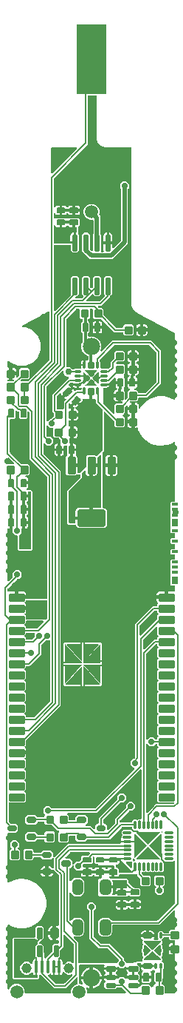
<source format=gbr>
G04 EAGLE Gerber RS-274X export*
G75*
%MOMM*%
%FSLAX34Y34*%
%LPD*%
%INTop Copper*%
%IPPOS*%
%AMOC8*
5,1,8,0,0,1.08239X$1,22.5*%
G01*
%ADD10R,0.800000X0.900000*%
%ADD11R,0.800000X0.300000*%
%ADD12R,0.700000X0.300000*%
%ADD13R,0.100000X0.300000*%
%ADD14C,0.164350*%
%ADD15C,0.532541*%
%ADD16C,0.217425*%
%ADD17C,0.225000*%
%ADD18R,0.100000X0.100000*%
%ADD19C,0.406547*%
%ADD20C,0.300000*%
%ADD21C,0.340000*%
%ADD22R,3.500000X8.000000*%
%ADD23C,1.508000*%
%ADD24C,0.897000*%
%ADD25C,0.233475*%
%ADD26C,0.491275*%
%ADD27C,0.350000*%
%ADD28C,0.330000*%
%ADD29C,1.158000*%
%ADD30C,0.684134*%
%ADD31C,0.406478*%
%ADD32C,0.476100*%
%ADD33C,0.320000*%
%ADD34C,1.980000*%
%ADD35C,0.413447*%
%ADD36C,0.272000*%
%ADD37R,0.300000X0.300000*%
%ADD38C,0.200000*%
%ADD39C,0.706400*%
%ADD40C,0.304800*%
%ADD41C,0.152400*%
%ADD42C,0.756400*%
%ADD43C,0.500000*%

G36*
X83250Y11440D02*
X83250Y11440D01*
X83314Y11439D01*
X83389Y11460D01*
X83465Y11471D01*
X83524Y11497D01*
X83586Y11514D01*
X83652Y11555D01*
X83722Y11587D01*
X83771Y11629D01*
X83826Y11662D01*
X83878Y11720D01*
X83936Y11770D01*
X83972Y11824D01*
X84015Y11872D01*
X84048Y11941D01*
X84091Y12006D01*
X84110Y12068D01*
X84138Y12125D01*
X84149Y12195D01*
X84173Y12276D01*
X84174Y12361D01*
X84185Y12430D01*
X84185Y14503D01*
X85565Y17835D01*
X88115Y20385D01*
X91358Y21728D01*
X91367Y21733D01*
X91376Y21735D01*
X91488Y21805D01*
X91601Y21872D01*
X91608Y21879D01*
X91616Y21884D01*
X91704Y21982D01*
X91794Y22077D01*
X91798Y22086D01*
X91805Y22093D01*
X91862Y22211D01*
X91922Y22329D01*
X91924Y22338D01*
X91928Y22347D01*
X91940Y22422D01*
X91974Y22606D01*
X91972Y22630D01*
X91975Y22651D01*
X91975Y28492D01*
X91971Y28524D01*
X91973Y28556D01*
X91951Y28663D01*
X91935Y28772D01*
X91922Y28801D01*
X91916Y28833D01*
X91864Y28929D01*
X91819Y29029D01*
X91798Y29053D01*
X91783Y29081D01*
X91707Y29160D01*
X91636Y29243D01*
X91609Y29260D01*
X91586Y29284D01*
X91491Y29337D01*
X91400Y29397D01*
X91369Y29407D01*
X91341Y29423D01*
X91234Y29448D01*
X91130Y29480D01*
X91098Y29480D01*
X91067Y29488D01*
X90957Y29482D01*
X90848Y29483D01*
X90817Y29475D01*
X90785Y29473D01*
X90682Y29437D01*
X90576Y29408D01*
X90549Y29391D01*
X90518Y29381D01*
X90445Y29327D01*
X90336Y29260D01*
X90304Y29224D01*
X90269Y29199D01*
X80317Y19247D01*
X78546Y17475D01*
X64135Y17475D01*
X62363Y19247D01*
X49231Y32379D01*
X49205Y32399D01*
X49184Y32423D01*
X49092Y32483D01*
X49005Y32549D01*
X48975Y32560D01*
X48948Y32578D01*
X48843Y32610D01*
X48741Y32648D01*
X48709Y32651D01*
X48678Y32660D01*
X48569Y32662D01*
X48460Y32670D01*
X48428Y32663D01*
X48396Y32664D01*
X48291Y32635D01*
X48184Y32612D01*
X48155Y32597D01*
X48124Y32589D01*
X48031Y32531D01*
X47935Y32480D01*
X47912Y32457D01*
X47884Y32441D01*
X47811Y32359D01*
X47733Y32283D01*
X47717Y32255D01*
X47695Y32231D01*
X47648Y32133D01*
X47594Y32038D01*
X47586Y32006D01*
X47572Y31977D01*
X47558Y31888D01*
X47529Y31763D01*
X47531Y31715D01*
X47525Y31673D01*
X47525Y28954D01*
X46046Y27475D01*
X18454Y27475D01*
X16975Y28954D01*
X16975Y73546D01*
X18454Y75025D01*
X42431Y75025D01*
X42494Y75034D01*
X42558Y75033D01*
X42633Y75054D01*
X42710Y75065D01*
X42768Y75091D01*
X42830Y75108D01*
X42896Y75149D01*
X42967Y75181D01*
X43015Y75223D01*
X43070Y75256D01*
X43122Y75314D01*
X43181Y75364D01*
X43216Y75418D01*
X43259Y75466D01*
X43293Y75535D01*
X43335Y75600D01*
X43354Y75662D01*
X43382Y75719D01*
X43393Y75789D01*
X43418Y75870D01*
X43419Y75955D01*
X43430Y76024D01*
X43430Y86198D01*
X45513Y88282D01*
X50287Y88282D01*
X52370Y86198D01*
X52370Y74334D01*
X50717Y72681D01*
X50660Y72604D01*
X50595Y72533D01*
X50575Y72492D01*
X50548Y72456D01*
X50514Y72366D01*
X50472Y72279D01*
X50466Y72237D01*
X50449Y72192D01*
X50439Y72064D01*
X50425Y71975D01*
X50425Y71854D01*
X48026Y69456D01*
X48007Y69430D01*
X47982Y69409D01*
X47922Y69317D01*
X47857Y69230D01*
X47845Y69200D01*
X47828Y69173D01*
X47796Y69068D01*
X47757Y68966D01*
X47755Y68934D01*
X47745Y68903D01*
X47744Y68794D01*
X47735Y68685D01*
X47742Y68653D01*
X47742Y68621D01*
X47771Y68516D01*
X47793Y68409D01*
X47808Y68380D01*
X47817Y68349D01*
X47874Y68256D01*
X47926Y68160D01*
X47948Y68137D01*
X47965Y68109D01*
X48046Y68036D01*
X48122Y67958D01*
X48150Y67942D01*
X48174Y67920D01*
X48273Y67873D01*
X48368Y67819D01*
X48399Y67811D01*
X48428Y67797D01*
X48517Y67783D01*
X48642Y67754D01*
X48691Y67756D01*
X48733Y67750D01*
X50287Y67750D01*
X52370Y65666D01*
X52370Y59248D01*
X52384Y59153D01*
X52389Y59057D01*
X52404Y59014D01*
X52410Y58969D01*
X52450Y58881D01*
X52481Y58791D01*
X52506Y58756D01*
X52526Y58712D01*
X52609Y58615D01*
X52663Y58542D01*
X53525Y57680D01*
X53525Y52142D01*
X53529Y52110D01*
X53527Y52078D01*
X53549Y51971D01*
X53565Y51862D01*
X53578Y51833D01*
X53584Y51801D01*
X53636Y51705D01*
X53681Y51605D01*
X53702Y51581D01*
X53717Y51553D01*
X53793Y51474D01*
X53864Y51391D01*
X53891Y51374D01*
X53914Y51350D01*
X54009Y51297D01*
X54100Y51237D01*
X54131Y51227D01*
X54159Y51211D01*
X54266Y51186D01*
X54370Y51154D01*
X54402Y51154D01*
X54433Y51146D01*
X54543Y51152D01*
X54652Y51151D01*
X54683Y51159D01*
X54715Y51161D01*
X54818Y51197D01*
X54924Y51226D01*
X54951Y51243D01*
X54982Y51253D01*
X55055Y51307D01*
X55164Y51374D01*
X55196Y51410D01*
X55231Y51435D01*
X62337Y58542D01*
X62395Y58618D01*
X62459Y58690D01*
X62479Y58731D01*
X62506Y58767D01*
X62540Y58857D01*
X62582Y58944D01*
X62589Y58986D01*
X62606Y59031D01*
X62616Y59159D01*
X62630Y59248D01*
X62630Y65666D01*
X64713Y67750D01*
X69052Y67750D01*
X69116Y67759D01*
X69180Y67758D01*
X69255Y67779D01*
X69331Y67790D01*
X69390Y67816D01*
X69452Y67833D01*
X69518Y67874D01*
X69588Y67906D01*
X69637Y67948D01*
X69692Y67981D01*
X69744Y68039D01*
X69802Y68089D01*
X69838Y68143D01*
X69881Y68191D01*
X69914Y68260D01*
X69957Y68325D01*
X69976Y68387D01*
X70004Y68444D01*
X70015Y68514D01*
X70039Y68595D01*
X70040Y68680D01*
X70051Y68749D01*
X70051Y71217D01*
X70035Y71334D01*
X70023Y71452D01*
X70015Y71473D01*
X70011Y71496D01*
X69963Y71604D01*
X69919Y71714D01*
X69905Y71732D01*
X69895Y71753D01*
X69818Y71843D01*
X69745Y71936D01*
X69727Y71950D01*
X69712Y71967D01*
X69612Y72032D01*
X69516Y72101D01*
X69495Y72109D01*
X69476Y72122D01*
X69362Y72156D01*
X69251Y72196D01*
X69228Y72197D01*
X69206Y72204D01*
X69088Y72206D01*
X68969Y72213D01*
X68948Y72207D01*
X68924Y72208D01*
X68745Y72158D01*
X68670Y72140D01*
X68216Y71952D01*
X67162Y71742D01*
X67087Y71742D01*
X67087Y79266D01*
X67078Y79330D01*
X67079Y79394D01*
X67058Y79468D01*
X67047Y79545D01*
X67021Y79604D01*
X67004Y79666D01*
X66963Y79732D01*
X66931Y79802D01*
X66889Y79851D01*
X66856Y79906D01*
X66798Y79957D01*
X66748Y80016D01*
X66694Y80052D01*
X66646Y80095D01*
X66577Y80128D01*
X66512Y80171D01*
X66450Y80190D01*
X66393Y80218D01*
X66323Y80228D01*
X66242Y80253D01*
X66157Y80254D01*
X66088Y80265D01*
X65087Y80265D01*
X65087Y80267D01*
X66088Y80267D01*
X66152Y80276D01*
X66216Y80275D01*
X66291Y80296D01*
X66367Y80307D01*
X66426Y80333D01*
X66488Y80350D01*
X66554Y80391D01*
X66624Y80423D01*
X66673Y80465D01*
X66728Y80498D01*
X66780Y80556D01*
X66838Y80606D01*
X66874Y80660D01*
X66917Y80708D01*
X66950Y80777D01*
X66993Y80842D01*
X67012Y80904D01*
X67040Y80962D01*
X67050Y81031D01*
X67075Y81112D01*
X67076Y81197D01*
X67087Y81266D01*
X67087Y88790D01*
X67162Y88790D01*
X68216Y88580D01*
X68670Y88392D01*
X68784Y88363D01*
X68898Y88328D01*
X68921Y88328D01*
X68943Y88322D01*
X69061Y88326D01*
X69180Y88324D01*
X69202Y88330D01*
X69225Y88331D01*
X69337Y88368D01*
X69452Y88399D01*
X69471Y88411D01*
X69493Y88418D01*
X69591Y88485D01*
X69692Y88548D01*
X69707Y88565D01*
X69726Y88577D01*
X69801Y88669D01*
X69881Y88757D01*
X69891Y88777D01*
X69905Y88795D01*
X69952Y88904D01*
X70004Y89011D01*
X70007Y89032D01*
X70017Y89054D01*
X70035Y89204D01*
X70039Y89218D01*
X70040Y89241D01*
X70051Y89315D01*
X70051Y145981D01*
X70038Y146075D01*
X70033Y146172D01*
X70018Y146215D01*
X70011Y146260D01*
X69972Y146347D01*
X69940Y146438D01*
X69915Y146473D01*
X69895Y146517D01*
X69812Y146614D01*
X69759Y146687D01*
X64310Y152136D01*
X64233Y152194D01*
X64161Y152258D01*
X64120Y152278D01*
X64084Y152305D01*
X63994Y152339D01*
X63908Y152381D01*
X63866Y152388D01*
X63820Y152405D01*
X63693Y152415D01*
X63603Y152429D01*
X58304Y152429D01*
X58304Y156392D01*
X59793Y156392D01*
X60987Y156072D01*
X62057Y155454D01*
X62884Y154626D01*
X62910Y154607D01*
X62931Y154583D01*
X63023Y154523D01*
X63110Y154457D01*
X63140Y154446D01*
X63167Y154428D01*
X63272Y154396D01*
X63374Y154358D01*
X63406Y154355D01*
X63437Y154346D01*
X63546Y154344D01*
X63655Y154336D01*
X63687Y154342D01*
X63719Y154342D01*
X63824Y154371D01*
X63931Y154393D01*
X63960Y154409D01*
X63991Y154417D01*
X64084Y154475D01*
X64180Y154526D01*
X64203Y154548D01*
X64231Y154565D01*
X64304Y154646D01*
X64382Y154723D01*
X64398Y154751D01*
X64420Y154775D01*
X64467Y154873D01*
X64521Y154968D01*
X64529Y155000D01*
X64543Y155028D01*
X64557Y155118D01*
X64586Y155243D01*
X64584Y155291D01*
X64590Y155333D01*
X64590Y165385D01*
X64586Y165417D01*
X64588Y165449D01*
X64566Y165556D01*
X64550Y165665D01*
X64537Y165694D01*
X64531Y165726D01*
X64479Y165822D01*
X64434Y165922D01*
X64413Y165946D01*
X64398Y165974D01*
X64322Y166053D01*
X64251Y166136D01*
X64224Y166153D01*
X64201Y166177D01*
X64106Y166230D01*
X64015Y166290D01*
X63984Y166300D01*
X63956Y166316D01*
X63850Y166341D01*
X63745Y166373D01*
X63713Y166373D01*
X63682Y166381D01*
X63572Y166375D01*
X63463Y166376D01*
X63432Y166368D01*
X63400Y166366D01*
X63297Y166330D01*
X63191Y166301D01*
X63164Y166284D01*
X63133Y166274D01*
X63060Y166220D01*
X62951Y166153D01*
X62919Y166117D01*
X62884Y166092D01*
X60909Y164116D01*
X51841Y164116D01*
X49275Y166683D01*
X49198Y166740D01*
X49127Y166805D01*
X49086Y166825D01*
X49049Y166852D01*
X48959Y166886D01*
X48873Y166928D01*
X48831Y166934D01*
X48785Y166951D01*
X48658Y166961D01*
X48568Y166975D01*
X42169Y166975D01*
X42106Y166966D01*
X42042Y166967D01*
X41967Y166946D01*
X41890Y166935D01*
X41832Y166909D01*
X41770Y166892D01*
X41704Y166851D01*
X41633Y166819D01*
X41585Y166777D01*
X41530Y166744D01*
X41478Y166686D01*
X41419Y166636D01*
X41384Y166582D01*
X41341Y166534D01*
X41307Y166465D01*
X41265Y166400D01*
X41246Y166338D01*
X41218Y166281D01*
X41207Y166211D01*
X41182Y166130D01*
X41181Y166045D01*
X41170Y165976D01*
X41170Y165360D01*
X39640Y163830D01*
X30954Y163830D01*
X29424Y165360D01*
X29424Y174640D01*
X30954Y176170D01*
X39640Y176170D01*
X41170Y174640D01*
X41170Y173024D01*
X41179Y172960D01*
X41178Y172896D01*
X41199Y172821D01*
X41210Y172745D01*
X41236Y172686D01*
X41254Y172624D01*
X41294Y172558D01*
X41326Y172488D01*
X41368Y172439D01*
X41402Y172384D01*
X41459Y172332D01*
X41510Y172274D01*
X41563Y172238D01*
X41611Y172195D01*
X41681Y172162D01*
X41746Y172119D01*
X41807Y172100D01*
X41865Y172072D01*
X41934Y172061D01*
X42015Y172037D01*
X42100Y172036D01*
X42169Y172025D01*
X48568Y172025D01*
X48663Y172038D01*
X48759Y172043D01*
X48803Y172058D01*
X48848Y172065D01*
X48935Y172104D01*
X49026Y172136D01*
X49060Y172161D01*
X49104Y172181D01*
X49202Y172264D01*
X49275Y172317D01*
X51841Y174884D01*
X60909Y174884D01*
X63362Y172431D01*
X63362Y167594D01*
X63366Y167562D01*
X63364Y167530D01*
X63386Y167423D01*
X63402Y167315D01*
X63415Y167285D01*
X63421Y167254D01*
X63473Y167157D01*
X63518Y167058D01*
X63539Y167033D01*
X63554Y167005D01*
X63630Y166927D01*
X63701Y166843D01*
X63728Y166826D01*
X63751Y166803D01*
X63846Y166749D01*
X63937Y166689D01*
X63968Y166680D01*
X63996Y166664D01*
X64102Y166638D01*
X64207Y166607D01*
X64239Y166606D01*
X64270Y166599D01*
X64380Y166604D01*
X64489Y166603D01*
X64520Y166611D01*
X64552Y166613D01*
X64655Y166649D01*
X64761Y166678D01*
X64788Y166695D01*
X64819Y166706D01*
X64892Y166759D01*
X65001Y166826D01*
X65033Y166862D01*
X65068Y166887D01*
X66362Y168182D01*
X78933Y180753D01*
X80304Y182124D01*
X80324Y182150D01*
X80348Y182171D01*
X80408Y182262D01*
X80473Y182350D01*
X80485Y182380D01*
X80503Y182407D01*
X80534Y182511D01*
X80551Y182554D01*
X80657Y182529D01*
X80705Y182531D01*
X80748Y182525D01*
X140476Y182525D01*
X140540Y182534D01*
X140604Y182533D01*
X140679Y182554D01*
X140755Y182565D01*
X140814Y182591D01*
X140876Y182608D01*
X140942Y182649D01*
X141012Y182681D01*
X141061Y182723D01*
X141116Y182756D01*
X141168Y182814D01*
X141226Y182864D01*
X141262Y182918D01*
X141305Y182966D01*
X141338Y183035D01*
X141381Y183100D01*
X141400Y183162D01*
X141428Y183219D01*
X141439Y183289D01*
X141463Y183370D01*
X141464Y183455D01*
X141475Y183524D01*
X141475Y189046D01*
X141933Y189503D01*
X141990Y189580D01*
X142055Y189651D01*
X142075Y189692D01*
X142102Y189729D01*
X142136Y189819D01*
X142178Y189905D01*
X142184Y189947D01*
X142201Y189993D01*
X142211Y190120D01*
X142225Y190210D01*
X142225Y191253D01*
X142766Y191793D01*
X142804Y191845D01*
X142850Y191890D01*
X142889Y191957D01*
X142935Y192019D01*
X142958Y192079D01*
X142989Y192135D01*
X143007Y192210D01*
X143035Y192283D01*
X143040Y192347D01*
X143054Y192410D01*
X143050Y192487D01*
X143056Y192564D01*
X143043Y192627D01*
X143040Y192691D01*
X143015Y192764D01*
X142999Y192840D01*
X142969Y192897D01*
X142948Y192958D01*
X142906Y193014D01*
X142866Y193089D01*
X142807Y193150D01*
X142766Y193207D01*
X142225Y193747D01*
X142225Y196253D01*
X143997Y198025D01*
X153003Y198025D01*
X153440Y197587D01*
X153491Y197549D01*
X153536Y197503D01*
X153604Y197465D01*
X153666Y197418D01*
X153725Y197396D01*
X153781Y197364D01*
X153857Y197346D01*
X153930Y197319D01*
X153993Y197314D01*
X154055Y197299D01*
X154133Y197303D01*
X154211Y197297D01*
X154273Y197310D01*
X154337Y197313D01*
X154411Y197338D01*
X154487Y197354D01*
X154543Y197384D01*
X154604Y197405D01*
X154661Y197447D01*
X154736Y197487D01*
X154796Y197546D01*
X154853Y197587D01*
X154871Y197605D01*
X154908Y197655D01*
X154938Y197684D01*
X154939Y197685D01*
X154956Y197701D01*
X154994Y197768D01*
X155040Y197830D01*
X155063Y197890D01*
X155095Y197947D01*
X155113Y198022D01*
X155140Y198094D01*
X155145Y198158D01*
X155160Y198221D01*
X155156Y198298D01*
X155162Y198375D01*
X155149Y198438D01*
X155145Y198503D01*
X155120Y198576D01*
X155105Y198651D01*
X155074Y198708D01*
X155053Y198769D01*
X155012Y198826D01*
X154972Y198900D01*
X154913Y198961D01*
X154871Y199018D01*
X154275Y199614D01*
X154275Y200476D01*
X154266Y200540D01*
X154267Y200604D01*
X154246Y200679D01*
X154235Y200755D01*
X154209Y200814D01*
X154192Y200876D01*
X154151Y200942D01*
X154119Y201012D01*
X154077Y201061D01*
X154044Y201116D01*
X153986Y201168D01*
X153936Y201226D01*
X153882Y201262D01*
X153834Y201305D01*
X153765Y201338D01*
X153700Y201381D01*
X153638Y201400D01*
X153581Y201428D01*
X153511Y201439D01*
X153430Y201463D01*
X153345Y201464D01*
X153276Y201475D01*
X142960Y201475D01*
X142865Y201462D01*
X142769Y201457D01*
X142725Y201442D01*
X142680Y201435D01*
X142593Y201396D01*
X142502Y201364D01*
X142468Y201339D01*
X142424Y201319D01*
X142326Y201236D01*
X142253Y201183D01*
X128546Y187475D01*
X103682Y187475D01*
X103587Y187462D01*
X103491Y187457D01*
X103448Y187442D01*
X103402Y187435D01*
X103315Y187396D01*
X103224Y187364D01*
X103190Y187339D01*
X103146Y187319D01*
X103048Y187236D01*
X102975Y187183D01*
X100909Y185116D01*
X91841Y185116D01*
X89388Y187569D01*
X89388Y190126D01*
X89379Y190190D01*
X89380Y190254D01*
X89359Y190329D01*
X89348Y190405D01*
X89322Y190464D01*
X89305Y190526D01*
X89264Y190592D01*
X89232Y190662D01*
X89190Y190711D01*
X89157Y190766D01*
X89099Y190818D01*
X89049Y190876D01*
X88995Y190912D01*
X88947Y190955D01*
X88878Y190988D01*
X88813Y191031D01*
X88751Y191050D01*
X88694Y191078D01*
X88624Y191089D01*
X88543Y191113D01*
X88458Y191114D01*
X88389Y191125D01*
X82169Y191125D01*
X82106Y191116D01*
X82042Y191117D01*
X81967Y191096D01*
X81890Y191085D01*
X81832Y191059D01*
X81770Y191042D01*
X81704Y191001D01*
X81633Y190969D01*
X81585Y190927D01*
X81530Y190894D01*
X81478Y190836D01*
X81419Y190786D01*
X81384Y190732D01*
X81341Y190684D01*
X81307Y190615D01*
X81265Y190550D01*
X81246Y190488D01*
X81218Y190431D01*
X81207Y190361D01*
X81182Y190280D01*
X81181Y190195D01*
X81170Y190126D01*
X81170Y185360D01*
X80041Y184231D01*
X80022Y184205D01*
X79997Y184184D01*
X79937Y184092D01*
X79872Y184005D01*
X79860Y183975D01*
X79843Y183948D01*
X79811Y183843D01*
X79795Y183800D01*
X79688Y183826D01*
X79640Y183823D01*
X79598Y183830D01*
X70954Y183830D01*
X69424Y185360D01*
X69424Y194640D01*
X70553Y195769D01*
X70572Y195795D01*
X70597Y195816D01*
X70657Y195908D01*
X70722Y195995D01*
X70734Y196025D01*
X70751Y196052D01*
X70783Y196157D01*
X70822Y196259D01*
X70824Y196291D01*
X70834Y196322D01*
X70835Y196431D01*
X70844Y196540D01*
X70837Y196572D01*
X70837Y196604D01*
X70808Y196709D01*
X70786Y196816D01*
X70771Y196845D01*
X70762Y196876D01*
X70705Y196969D01*
X70654Y197065D01*
X70631Y197088D01*
X70614Y197116D01*
X70533Y197189D01*
X70457Y197267D01*
X70429Y197283D01*
X70405Y197305D01*
X70307Y197352D01*
X70211Y197406D01*
X70180Y197414D01*
X70151Y197428D01*
X70062Y197442D01*
X69937Y197471D01*
X69889Y197469D01*
X69846Y197475D01*
X68657Y197475D01*
X66886Y199247D01*
X62595Y203537D01*
X62519Y203595D01*
X62447Y203659D01*
X62406Y203679D01*
X62370Y203706D01*
X62280Y203740D01*
X62193Y203782D01*
X62151Y203789D01*
X62106Y203806D01*
X61978Y203816D01*
X61889Y203830D01*
X55360Y203830D01*
X53830Y205360D01*
X53830Y206476D01*
X53821Y206540D01*
X53822Y206604D01*
X53801Y206679D01*
X53790Y206755D01*
X53764Y206814D01*
X53746Y206876D01*
X53706Y206942D01*
X53674Y207012D01*
X53632Y207061D01*
X53598Y207116D01*
X53541Y207168D01*
X53490Y207226D01*
X53437Y207262D01*
X53389Y207305D01*
X53319Y207338D01*
X53254Y207381D01*
X53193Y207400D01*
X53135Y207428D01*
X53066Y207439D01*
X52985Y207463D01*
X52900Y207464D01*
X52831Y207475D01*
X46611Y207475D01*
X46547Y207466D01*
X46483Y207467D01*
X46408Y207446D01*
X46332Y207435D01*
X46273Y207409D01*
X46211Y207392D01*
X46145Y207351D01*
X46075Y207319D01*
X46026Y207277D01*
X45971Y207244D01*
X45919Y207186D01*
X45861Y207136D01*
X45825Y207082D01*
X45782Y207034D01*
X45749Y206965D01*
X45706Y206900D01*
X45687Y206838D01*
X45659Y206781D01*
X45648Y206711D01*
X45624Y206630D01*
X45623Y206580D01*
X43159Y204116D01*
X34091Y204116D01*
X31638Y206569D01*
X31638Y212431D01*
X34091Y214884D01*
X43159Y214884D01*
X45225Y212817D01*
X45302Y212760D01*
X45373Y212695D01*
X45414Y212675D01*
X45451Y212648D01*
X45541Y212614D01*
X45627Y212572D01*
X45669Y212566D01*
X45715Y212549D01*
X45842Y212539D01*
X45932Y212525D01*
X52831Y212525D01*
X52894Y212534D01*
X52958Y212533D01*
X53033Y212554D01*
X53110Y212565D01*
X53168Y212591D01*
X53230Y212608D01*
X53296Y212649D01*
X53367Y212681D01*
X53415Y212723D01*
X53470Y212756D01*
X53522Y212814D01*
X53581Y212864D01*
X53616Y212918D01*
X53659Y212966D01*
X53693Y213035D01*
X53735Y213100D01*
X53754Y213162D01*
X53782Y213219D01*
X53793Y213289D01*
X53818Y213370D01*
X53819Y213455D01*
X53830Y213524D01*
X53830Y214640D01*
X54063Y214873D01*
X54101Y214924D01*
X54147Y214969D01*
X54185Y215037D01*
X54232Y215099D01*
X54255Y215159D01*
X54286Y215215D01*
X54304Y215290D01*
X54331Y215362D01*
X54336Y215426D01*
X54351Y215489D01*
X54347Y215566D01*
X54353Y215644D01*
X54340Y215707D01*
X54337Y215771D01*
X54311Y215844D01*
X54296Y215920D01*
X54265Y215977D01*
X54244Y216037D01*
X54203Y216094D01*
X54163Y216169D01*
X54104Y216229D01*
X54063Y216286D01*
X52443Y217905D01*
X52443Y222095D01*
X55405Y225057D01*
X59595Y225057D01*
X61834Y222817D01*
X61911Y222760D01*
X61982Y222695D01*
X62023Y222675D01*
X62059Y222648D01*
X62150Y222614D01*
X62236Y222572D01*
X62278Y222566D01*
X62323Y222549D01*
X62451Y222539D01*
X62540Y222525D01*
X111040Y222525D01*
X111135Y222538D01*
X111231Y222543D01*
X111275Y222558D01*
X111320Y222565D01*
X111407Y222604D01*
X111498Y222636D01*
X111532Y222661D01*
X111576Y222681D01*
X111674Y222764D01*
X111747Y222817D01*
X156667Y267737D01*
X156686Y267763D01*
X156711Y267784D01*
X156771Y267876D01*
X156836Y267963D01*
X156848Y267993D01*
X156865Y268020D01*
X156897Y268125D01*
X156936Y268227D01*
X156938Y268259D01*
X156948Y268290D01*
X156949Y268399D01*
X156958Y268508D01*
X156951Y268540D01*
X156951Y268572D01*
X156922Y268677D01*
X156900Y268784D01*
X156885Y268813D01*
X156876Y268844D01*
X156819Y268937D01*
X156767Y269033D01*
X156745Y269056D01*
X156728Y269084D01*
X156647Y269157D01*
X156571Y269235D01*
X156543Y269251D01*
X156519Y269273D01*
X156420Y269320D01*
X156325Y269374D01*
X156294Y269382D01*
X156265Y269396D01*
X156176Y269410D01*
X156051Y269439D01*
X156002Y269437D01*
X155960Y269443D01*
X155349Y269443D01*
X152387Y272405D01*
X152387Y276595D01*
X155349Y279557D01*
X155916Y279557D01*
X156011Y279570D01*
X156107Y279575D01*
X156151Y279590D01*
X156196Y279597D01*
X156283Y279636D01*
X156374Y279668D01*
X156408Y279693D01*
X156452Y279713D01*
X156550Y279796D01*
X156623Y279849D01*
X157527Y280753D01*
X157584Y280830D01*
X157649Y280901D01*
X157669Y280942D01*
X157696Y280979D01*
X157730Y281069D01*
X157772Y281155D01*
X157778Y281197D01*
X157795Y281243D01*
X157805Y281370D01*
X157819Y281460D01*
X157819Y433890D01*
X178054Y454125D01*
X181976Y454125D01*
X182040Y454134D01*
X182104Y454133D01*
X182179Y454154D01*
X182255Y454165D01*
X182314Y454191D01*
X182376Y454208D01*
X182442Y454249D01*
X182512Y454281D01*
X182561Y454323D01*
X182616Y454356D01*
X182668Y454414D01*
X182726Y454464D01*
X182762Y454518D01*
X182805Y454566D01*
X182838Y454635D01*
X182881Y454700D01*
X182900Y454762D01*
X182928Y454819D01*
X182939Y454889D01*
X182963Y454970D01*
X182964Y455055D01*
X182975Y455124D01*
X182975Y456073D01*
X183789Y456886D01*
X183821Y456929D01*
X183860Y456966D01*
X183905Y457041D01*
X183958Y457112D01*
X183977Y457162D01*
X184005Y457208D01*
X184027Y457293D01*
X184058Y457376D01*
X184062Y457429D01*
X184075Y457481D01*
X184073Y457569D01*
X184080Y457657D01*
X184069Y457709D01*
X184067Y457763D01*
X184040Y457847D01*
X184022Y457933D01*
X183997Y457980D01*
X183980Y458031D01*
X183931Y458104D01*
X183890Y458182D01*
X183852Y458220D01*
X183822Y458265D01*
X183789Y458291D01*
X183779Y458305D01*
X183098Y458986D01*
X182682Y459706D01*
X182467Y460509D01*
X182467Y462301D01*
X192500Y462301D01*
X192564Y462310D01*
X192628Y462309D01*
X192702Y462330D01*
X192779Y462341D01*
X192838Y462367D01*
X192900Y462384D01*
X192966Y462425D01*
X193036Y462457D01*
X193085Y462499D01*
X193140Y462532D01*
X193191Y462590D01*
X193250Y462640D01*
X193286Y462694D01*
X193329Y462742D01*
X193362Y462811D01*
X193405Y462876D01*
X193424Y462938D01*
X193452Y462995D01*
X193462Y463065D01*
X193487Y463146D01*
X193488Y463231D01*
X193499Y463300D01*
X193499Y464301D01*
X194500Y464301D01*
X194564Y464310D01*
X194628Y464309D01*
X194703Y464330D01*
X194779Y464341D01*
X194838Y464367D01*
X194900Y464384D01*
X194966Y464425D01*
X195036Y464457D01*
X195085Y464499D01*
X195140Y464532D01*
X195192Y464590D01*
X195250Y464640D01*
X195286Y464694D01*
X195329Y464742D01*
X195362Y464811D01*
X195405Y464876D01*
X195424Y464938D01*
X195452Y464996D01*
X195462Y465065D01*
X195487Y465146D01*
X195488Y465231D01*
X195499Y465300D01*
X195499Y470833D01*
X201791Y470833D01*
X202311Y470693D01*
X202365Y470687D01*
X202416Y470671D01*
X202504Y470670D01*
X202591Y470659D01*
X202644Y470668D01*
X202698Y470667D01*
X202783Y470691D01*
X202870Y470705D01*
X202918Y470728D01*
X202970Y470743D01*
X203045Y470789D01*
X203124Y470827D01*
X203164Y470863D01*
X203210Y470891D01*
X203269Y470956D01*
X203334Y471015D01*
X203363Y471060D01*
X203399Y471100D01*
X203437Y471179D01*
X203484Y471254D01*
X203498Y471306D01*
X203522Y471354D01*
X203534Y471431D01*
X203560Y471525D01*
X203560Y471598D01*
X203569Y471658D01*
X203569Y476476D01*
X203560Y476540D01*
X203561Y476604D01*
X203540Y476679D01*
X203529Y476755D01*
X203503Y476814D01*
X203486Y476876D01*
X203445Y476942D01*
X203413Y477012D01*
X203371Y477061D01*
X203338Y477116D01*
X203280Y477168D01*
X203230Y477226D01*
X203176Y477262D01*
X203128Y477305D01*
X203059Y477338D01*
X202994Y477381D01*
X202932Y477400D01*
X202875Y477428D01*
X202805Y477439D01*
X202724Y477463D01*
X202639Y477464D01*
X202570Y477475D01*
X198868Y477475D01*
X197975Y478368D01*
X197975Y488632D01*
X198137Y488793D01*
X198176Y488845D01*
X198222Y488890D01*
X198260Y488957D01*
X198306Y489019D01*
X198329Y489079D01*
X198361Y489135D01*
X198379Y489210D01*
X198406Y489283D01*
X198411Y489347D01*
X198426Y489409D01*
X198422Y489487D01*
X198428Y489564D01*
X198415Y489627D01*
X198411Y489691D01*
X198386Y489764D01*
X198370Y489840D01*
X198340Y489897D01*
X198319Y489958D01*
X198277Y490014D01*
X198238Y490089D01*
X198179Y490150D01*
X198137Y490207D01*
X197975Y490368D01*
X197975Y494632D01*
X198137Y494793D01*
X198176Y494845D01*
X198222Y494890D01*
X198260Y494957D01*
X198306Y495019D01*
X198329Y495079D01*
X198361Y495135D01*
X198379Y495210D01*
X198406Y495283D01*
X198411Y495347D01*
X198426Y495409D01*
X198422Y495487D01*
X198428Y495564D01*
X198415Y495627D01*
X198411Y495691D01*
X198386Y495764D01*
X198370Y495840D01*
X198340Y495897D01*
X198319Y495958D01*
X198277Y496014D01*
X198238Y496089D01*
X198179Y496150D01*
X198137Y496207D01*
X197975Y496368D01*
X197975Y500632D01*
X198137Y500793D01*
X198176Y500845D01*
X198222Y500890D01*
X198260Y500957D01*
X198306Y501019D01*
X198329Y501079D01*
X198361Y501135D01*
X198379Y501210D01*
X198406Y501283D01*
X198411Y501347D01*
X198426Y501409D01*
X198422Y501487D01*
X198428Y501564D01*
X198415Y501627D01*
X198411Y501691D01*
X198386Y501764D01*
X198370Y501840D01*
X198340Y501897D01*
X198319Y501958D01*
X198277Y502014D01*
X198238Y502089D01*
X198179Y502150D01*
X198137Y502207D01*
X197975Y502368D01*
X197975Y506632D01*
X198868Y507525D01*
X202570Y507525D01*
X202634Y507534D01*
X202698Y507533D01*
X202773Y507554D01*
X202849Y507565D01*
X202908Y507591D01*
X202970Y507608D01*
X203036Y507649D01*
X203106Y507681D01*
X203155Y507723D01*
X203210Y507756D01*
X203262Y507814D01*
X203320Y507864D01*
X203356Y507918D01*
X203399Y507966D01*
X203432Y508035D01*
X203475Y508100D01*
X203494Y508162D01*
X203522Y508219D01*
X203533Y508289D01*
X203557Y508370D01*
X203558Y508455D01*
X203569Y508524D01*
X203569Y512476D01*
X203560Y512540D01*
X203561Y512604D01*
X203540Y512679D01*
X203529Y512755D01*
X203503Y512814D01*
X203486Y512876D01*
X203445Y512942D01*
X203413Y513012D01*
X203371Y513061D01*
X203338Y513116D01*
X203280Y513168D01*
X203230Y513226D01*
X203176Y513262D01*
X203128Y513305D01*
X203059Y513338D01*
X202994Y513381D01*
X202932Y513400D01*
X202875Y513428D01*
X202805Y513439D01*
X202724Y513463D01*
X202639Y513464D01*
X202570Y513475D01*
X198868Y513475D01*
X197975Y514368D01*
X197975Y518632D01*
X198868Y519525D01*
X202570Y519525D01*
X202634Y519534D01*
X202698Y519533D01*
X202773Y519554D01*
X202849Y519565D01*
X202908Y519591D01*
X202970Y519608D01*
X203036Y519649D01*
X203106Y519681D01*
X203155Y519723D01*
X203210Y519756D01*
X203262Y519814D01*
X203320Y519864D01*
X203356Y519918D01*
X203399Y519966D01*
X203432Y520035D01*
X203475Y520100D01*
X203494Y520162D01*
X203522Y520219D01*
X203533Y520289D01*
X203557Y520370D01*
X203558Y520455D01*
X203569Y520524D01*
X203569Y524476D01*
X203560Y524540D01*
X203561Y524604D01*
X203540Y524679D01*
X203529Y524755D01*
X203503Y524814D01*
X203486Y524876D01*
X203445Y524942D01*
X203413Y525012D01*
X203371Y525061D01*
X203338Y525116D01*
X203280Y525168D01*
X203230Y525226D01*
X203176Y525262D01*
X203128Y525305D01*
X203059Y525338D01*
X202994Y525381D01*
X202932Y525400D01*
X202875Y525428D01*
X202805Y525439D01*
X202724Y525463D01*
X202639Y525464D01*
X202570Y525475D01*
X198868Y525475D01*
X197975Y526368D01*
X197975Y530632D01*
X198868Y531525D01*
X202570Y531525D01*
X202634Y531534D01*
X202698Y531533D01*
X202773Y531554D01*
X202849Y531565D01*
X202908Y531591D01*
X202970Y531608D01*
X203036Y531649D01*
X203106Y531681D01*
X203155Y531723D01*
X203210Y531756D01*
X203262Y531814D01*
X203320Y531864D01*
X203356Y531918D01*
X203399Y531966D01*
X203432Y532035D01*
X203475Y532100D01*
X203494Y532162D01*
X203522Y532219D01*
X203533Y532289D01*
X203557Y532370D01*
X203558Y532455D01*
X203569Y532524D01*
X203569Y536476D01*
X203560Y536540D01*
X203561Y536604D01*
X203540Y536679D01*
X203529Y536755D01*
X203503Y536814D01*
X203486Y536876D01*
X203445Y536942D01*
X203413Y537012D01*
X203371Y537061D01*
X203338Y537116D01*
X203280Y537168D01*
X203230Y537226D01*
X203176Y537262D01*
X203128Y537305D01*
X203059Y537338D01*
X202994Y537381D01*
X202932Y537400D01*
X202875Y537428D01*
X202805Y537439D01*
X202724Y537463D01*
X202639Y537464D01*
X202570Y537475D01*
X198868Y537475D01*
X197975Y538368D01*
X197975Y542632D01*
X198137Y542793D01*
X198176Y542845D01*
X198222Y542890D01*
X198260Y542957D01*
X198306Y543019D01*
X198329Y543079D01*
X198361Y543135D01*
X198379Y543210D01*
X198406Y543283D01*
X198411Y543347D01*
X198426Y543409D01*
X198422Y543487D01*
X198428Y543564D01*
X198415Y543627D01*
X198411Y543691D01*
X198386Y543764D01*
X198370Y543840D01*
X198340Y543897D01*
X198319Y543958D01*
X198277Y544014D01*
X198238Y544089D01*
X198179Y544150D01*
X198137Y544207D01*
X197975Y544368D01*
X197975Y554632D01*
X198137Y554793D01*
X198176Y554845D01*
X198222Y554890D01*
X198260Y554957D01*
X198306Y555019D01*
X198329Y555079D01*
X198361Y555135D01*
X198379Y555210D01*
X198406Y555283D01*
X198411Y555347D01*
X198426Y555409D01*
X198422Y555487D01*
X198428Y555564D01*
X198415Y555627D01*
X198411Y555691D01*
X198386Y555764D01*
X198370Y555840D01*
X198340Y555897D01*
X198319Y555958D01*
X198277Y556014D01*
X198238Y556089D01*
X198179Y556150D01*
X198137Y556207D01*
X197975Y556368D01*
X197975Y566632D01*
X198137Y566793D01*
X198176Y566845D01*
X198222Y566890D01*
X198260Y566957D01*
X198306Y567019D01*
X198329Y567079D01*
X198361Y567135D01*
X198379Y567210D01*
X198406Y567283D01*
X198411Y567347D01*
X198426Y567409D01*
X198422Y567487D01*
X198428Y567564D01*
X198415Y567627D01*
X198411Y567691D01*
X198386Y567764D01*
X198370Y567840D01*
X198340Y567897D01*
X198319Y567958D01*
X198277Y568014D01*
X198238Y568089D01*
X198179Y568150D01*
X198137Y568207D01*
X197975Y568368D01*
X197975Y572632D01*
X198868Y573525D01*
X202570Y573525D01*
X202634Y573534D01*
X202698Y573533D01*
X202773Y573554D01*
X202849Y573565D01*
X202908Y573591D01*
X202970Y573608D01*
X203036Y573649D01*
X203106Y573681D01*
X203155Y573723D01*
X203210Y573756D01*
X203262Y573814D01*
X203320Y573864D01*
X203356Y573918D01*
X203399Y573966D01*
X203432Y574035D01*
X203475Y574100D01*
X203494Y574162D01*
X203522Y574219D01*
X203533Y574289D01*
X203557Y574370D01*
X203558Y574455D01*
X203569Y574524D01*
X203569Y641030D01*
X203563Y641072D01*
X203566Y641115D01*
X203543Y641211D01*
X203529Y641309D01*
X203512Y641348D01*
X203502Y641390D01*
X203454Y641476D01*
X203413Y641566D01*
X203385Y641598D01*
X203364Y641636D01*
X203294Y641705D01*
X203230Y641780D01*
X203194Y641804D01*
X203163Y641834D01*
X203077Y641880D01*
X202994Y641935D01*
X202953Y641947D01*
X202915Y641967D01*
X202818Y641988D01*
X202724Y642017D01*
X202681Y642017D01*
X202639Y642026D01*
X202541Y642019D01*
X202442Y642021D01*
X202401Y642009D01*
X202358Y642006D01*
X202278Y641975D01*
X202170Y641945D01*
X202119Y641914D01*
X202070Y641895D01*
X198370Y639758D01*
X191207Y637839D01*
X183793Y637839D01*
X176630Y639758D01*
X170209Y643466D01*
X164966Y648709D01*
X161258Y655130D01*
X160566Y657715D01*
X160541Y657774D01*
X160525Y657837D01*
X160486Y657903D01*
X160455Y657974D01*
X160414Y658024D01*
X160382Y658080D01*
X160325Y658133D01*
X160276Y658193D01*
X160223Y658229D01*
X160177Y658273D01*
X160108Y658308D01*
X160044Y658352D01*
X159983Y658372D01*
X159925Y658401D01*
X159850Y658416D01*
X159776Y658440D01*
X159712Y658442D01*
X159648Y658455D01*
X159579Y658447D01*
X159494Y658450D01*
X159412Y658429D01*
X159342Y658422D01*
X158969Y658322D01*
X157296Y658322D01*
X157296Y664000D01*
X157288Y664058D01*
X157288Y664069D01*
X157287Y664072D01*
X157288Y664128D01*
X157267Y664202D01*
X157256Y664279D01*
X157230Y664338D01*
X157213Y664400D01*
X157172Y664466D01*
X157140Y664536D01*
X157098Y664585D01*
X157065Y664640D01*
X157007Y664691D01*
X156957Y664750D01*
X156903Y664786D01*
X156855Y664829D01*
X156786Y664862D01*
X156721Y664905D01*
X156659Y664924D01*
X156602Y664952D01*
X156532Y664962D01*
X156451Y664987D01*
X156366Y664988D01*
X156297Y664999D01*
X155296Y664999D01*
X155296Y665001D01*
X156297Y665001D01*
X156361Y665010D01*
X156425Y665009D01*
X156500Y665030D01*
X156576Y665041D01*
X156635Y665067D01*
X156697Y665084D01*
X156763Y665125D01*
X156833Y665157D01*
X156882Y665199D01*
X156937Y665232D01*
X156989Y665290D01*
X157047Y665340D01*
X157083Y665394D01*
X157126Y665442D01*
X157159Y665511D01*
X157202Y665576D01*
X157221Y665638D01*
X157249Y665696D01*
X157259Y665765D01*
X157284Y665846D01*
X157285Y665931D01*
X157296Y666000D01*
X157296Y679000D01*
X157287Y679064D01*
X157288Y679128D01*
X157267Y679202D01*
X157256Y679279D01*
X157230Y679338D01*
X157213Y679400D01*
X157172Y679466D01*
X157140Y679536D01*
X157098Y679585D01*
X157065Y679640D01*
X157007Y679691D01*
X156957Y679750D01*
X156903Y679786D01*
X156855Y679829D01*
X156786Y679862D01*
X156721Y679905D01*
X156659Y679924D01*
X156602Y679952D01*
X156532Y679962D01*
X156451Y679987D01*
X156366Y679988D01*
X156297Y679999D01*
X155296Y679999D01*
X155296Y680001D01*
X156297Y680001D01*
X156361Y680010D01*
X156425Y680009D01*
X156500Y680030D01*
X156576Y680041D01*
X156635Y680067D01*
X156697Y680084D01*
X156763Y680125D01*
X156833Y680157D01*
X156882Y680199D01*
X156937Y680232D01*
X156989Y680290D01*
X157047Y680340D01*
X157083Y680394D01*
X157126Y680442D01*
X157159Y680511D01*
X157202Y680576D01*
X157221Y680638D01*
X157249Y680696D01*
X157259Y680765D01*
X157284Y680846D01*
X157285Y680931D01*
X157296Y681000D01*
X157296Y686678D01*
X158969Y686678D01*
X159763Y686466D01*
X160474Y686055D01*
X161055Y685474D01*
X161466Y684763D01*
X161678Y683969D01*
X161678Y681326D01*
X161681Y681305D01*
X161679Y681283D01*
X161701Y681165D01*
X161718Y681047D01*
X161727Y681027D01*
X161731Y681006D01*
X161785Y680899D01*
X161834Y680790D01*
X161848Y680774D01*
X161858Y680754D01*
X161940Y680666D01*
X162018Y680576D01*
X162036Y680564D01*
X162050Y680548D01*
X162153Y680487D01*
X162254Y680421D01*
X162274Y680415D01*
X162293Y680404D01*
X162409Y680374D01*
X162523Y680339D01*
X162545Y680339D01*
X162566Y680333D01*
X162685Y680337D01*
X162805Y680335D01*
X162826Y680341D01*
X162848Y680341D01*
X162962Y680378D01*
X163077Y680410D01*
X163096Y680422D01*
X163116Y680428D01*
X163215Y680495D01*
X163317Y680558D01*
X163332Y680574D01*
X163349Y680586D01*
X163407Y680658D01*
X163506Y680768D01*
X163522Y680801D01*
X163543Y680826D01*
X164966Y683291D01*
X170209Y688534D01*
X176630Y692242D01*
X183793Y694161D01*
X191207Y694161D01*
X198370Y692242D01*
X202070Y690105D01*
X202110Y690089D01*
X202146Y690065D01*
X202241Y690037D01*
X202332Y690000D01*
X202375Y689996D01*
X202416Y689983D01*
X202514Y689982D01*
X202613Y689972D01*
X202655Y689980D01*
X202698Y689979D01*
X202793Y690006D01*
X202890Y690024D01*
X202928Y690043D01*
X202970Y690055D01*
X203054Y690106D01*
X203142Y690151D01*
X203173Y690180D01*
X203210Y690203D01*
X203276Y690276D01*
X203348Y690343D01*
X203370Y690380D01*
X203399Y690412D01*
X203442Y690501D01*
X203492Y690586D01*
X203503Y690627D01*
X203522Y690666D01*
X203535Y690750D01*
X203563Y690859D01*
X203561Y690919D01*
X203569Y690970D01*
X203569Y765151D01*
X203556Y765245D01*
X203551Y765341D01*
X203536Y765384D01*
X203529Y765430D01*
X203490Y765517D01*
X203459Y765608D01*
X203432Y765645D01*
X203413Y765687D01*
X203351Y765759D01*
X203296Y765838D01*
X203262Y765864D01*
X203230Y765901D01*
X203123Y765971D01*
X203052Y766026D01*
X160092Y789654D01*
X160036Y789675D01*
X159992Y789702D01*
X158525Y790310D01*
X158167Y790667D01*
X157947Y790832D01*
X157942Y790836D01*
X157499Y791080D01*
X156506Y792320D01*
X156463Y792360D01*
X156433Y792402D01*
X155310Y793525D01*
X155116Y793992D01*
X154975Y794230D01*
X154973Y794235D01*
X154656Y794629D01*
X154214Y796155D01*
X154189Y796209D01*
X154177Y796259D01*
X153569Y797726D01*
X153569Y798232D01*
X153531Y798504D01*
X153530Y798511D01*
X153389Y798997D01*
X153563Y800576D01*
X153561Y800635D01*
X153569Y800685D01*
X153569Y977570D01*
X153560Y977634D01*
X153561Y977698D01*
X153540Y977773D01*
X153529Y977849D01*
X153503Y977908D01*
X153486Y977970D01*
X153445Y978036D01*
X153413Y978106D01*
X153371Y978155D01*
X153338Y978210D01*
X153280Y978262D01*
X153230Y978320D01*
X153176Y978356D01*
X153128Y978399D01*
X153059Y978432D01*
X152994Y978475D01*
X152932Y978494D01*
X152875Y978522D01*
X152805Y978533D01*
X152724Y978557D01*
X152639Y978558D01*
X152570Y978569D01*
X122726Y978569D01*
X118525Y980310D01*
X115310Y983525D01*
X113569Y987726D01*
X113569Y1037476D01*
X113560Y1037540D01*
X113561Y1037604D01*
X113540Y1037679D01*
X113529Y1037755D01*
X113503Y1037814D01*
X113486Y1037876D01*
X113445Y1037942D01*
X113413Y1038012D01*
X113371Y1038061D01*
X113338Y1038116D01*
X113280Y1038168D01*
X113230Y1038226D01*
X113176Y1038262D01*
X113128Y1038305D01*
X113059Y1038338D01*
X112994Y1038381D01*
X112932Y1038400D01*
X112875Y1038428D01*
X112805Y1038439D01*
X112724Y1038463D01*
X112639Y1038464D01*
X112570Y1038475D01*
X104684Y1038475D01*
X104620Y1038466D01*
X104556Y1038467D01*
X104481Y1038446D01*
X104405Y1038435D01*
X104346Y1038409D01*
X104284Y1038392D01*
X104218Y1038351D01*
X104148Y1038319D01*
X104099Y1038277D01*
X104044Y1038244D01*
X103992Y1038186D01*
X103934Y1038136D01*
X103898Y1038082D01*
X103855Y1038034D01*
X103822Y1037965D01*
X103779Y1037900D01*
X103760Y1037838D01*
X103732Y1037781D01*
X103721Y1037711D01*
X103697Y1037630D01*
X103696Y1037545D01*
X103685Y1037476D01*
X103685Y982614D01*
X64398Y943327D01*
X64340Y943251D01*
X64276Y943179D01*
X64256Y943138D01*
X64229Y943102D01*
X64195Y943012D01*
X64153Y942925D01*
X64146Y942883D01*
X64129Y942838D01*
X64119Y942710D01*
X64105Y942621D01*
X64105Y911382D01*
X64108Y911361D01*
X64106Y911339D01*
X64128Y911221D01*
X64145Y911103D01*
X64154Y911083D01*
X64158Y911062D01*
X64212Y910955D01*
X64261Y910846D01*
X64275Y910830D01*
X64285Y910810D01*
X64367Y910723D01*
X64445Y910632D01*
X64463Y910620D01*
X64477Y910604D01*
X64580Y910543D01*
X64681Y910477D01*
X64701Y910471D01*
X64720Y910460D01*
X64836Y910430D01*
X64950Y910395D01*
X64972Y910395D01*
X64993Y910389D01*
X65113Y910393D01*
X65232Y910391D01*
X65253Y910397D01*
X65275Y910398D01*
X65389Y910434D01*
X65504Y910466D01*
X65523Y910478D01*
X65543Y910484D01*
X65642Y910551D01*
X65744Y910615D01*
X65759Y910631D01*
X65776Y910643D01*
X65834Y910714D01*
X65933Y910824D01*
X65949Y910857D01*
X65970Y910883D01*
X66142Y911181D01*
X66673Y911712D01*
X67324Y912088D01*
X68050Y912283D01*
X70857Y912283D01*
X70857Y907607D01*
X70866Y907543D01*
X70865Y907479D01*
X70886Y907404D01*
X70897Y907327D01*
X70923Y907269D01*
X70941Y907207D01*
X70981Y907141D01*
X71013Y907071D01*
X71055Y907022D01*
X71089Y906967D01*
X71095Y906962D01*
X71071Y906925D01*
X71028Y906878D01*
X70994Y906808D01*
X70952Y906743D01*
X70933Y906682D01*
X70905Y906624D01*
X70894Y906554D01*
X70869Y906473D01*
X70868Y906389D01*
X70857Y906319D01*
X70857Y901643D01*
X68050Y901643D01*
X67324Y901838D01*
X66673Y902214D01*
X66142Y902745D01*
X65970Y903043D01*
X65957Y903060D01*
X65948Y903080D01*
X65870Y903171D01*
X65796Y903265D01*
X65778Y903278D01*
X65764Y903294D01*
X65664Y903360D01*
X65567Y903430D01*
X65546Y903437D01*
X65528Y903449D01*
X65414Y903484D01*
X65301Y903524D01*
X65279Y903525D01*
X65259Y903531D01*
X65139Y903533D01*
X65019Y903539D01*
X64998Y903535D01*
X64977Y903535D01*
X64861Y903503D01*
X64744Y903476D01*
X64726Y903465D01*
X64705Y903460D01*
X64603Y903397D01*
X64498Y903338D01*
X64483Y903323D01*
X64465Y903311D01*
X64385Y903223D01*
X64300Y903137D01*
X64290Y903118D01*
X64276Y903102D01*
X64224Y902994D01*
X64167Y902889D01*
X64162Y902868D01*
X64153Y902848D01*
X64139Y902758D01*
X64108Y902613D01*
X64110Y902576D01*
X64105Y902544D01*
X64105Y898524D01*
X64114Y898460D01*
X64113Y898396D01*
X64134Y898321D01*
X64145Y898245D01*
X64171Y898186D01*
X64189Y898124D01*
X64229Y898058D01*
X64261Y897988D01*
X64303Y897939D01*
X64337Y897884D01*
X64394Y897832D01*
X64445Y897774D01*
X64498Y897738D01*
X64546Y897695D01*
X64616Y897662D01*
X64681Y897619D01*
X64742Y897600D01*
X64800Y897572D01*
X64869Y897561D01*
X64950Y897537D01*
X65035Y897536D01*
X65104Y897525D01*
X66716Y897525D01*
X66811Y897538D01*
X66908Y897543D01*
X66951Y897558D01*
X66996Y897565D01*
X67083Y897604D01*
X67174Y897636D01*
X67208Y897661D01*
X67253Y897681D01*
X67350Y897764D01*
X67423Y897817D01*
X67454Y897849D01*
X77546Y897849D01*
X77577Y897817D01*
X77654Y897760D01*
X77725Y897695D01*
X77766Y897675D01*
X77803Y897648D01*
X77893Y897614D01*
X77979Y897572D01*
X78021Y897566D01*
X78066Y897549D01*
X78194Y897539D01*
X78284Y897525D01*
X81716Y897525D01*
X81811Y897538D01*
X81908Y897543D01*
X81951Y897558D01*
X81996Y897565D01*
X82083Y897604D01*
X82174Y897636D01*
X82208Y897661D01*
X82253Y897681D01*
X82350Y897764D01*
X82423Y897817D01*
X82454Y897849D01*
X92546Y897849D01*
X93920Y896474D01*
X93920Y889600D01*
X92817Y888497D01*
X92760Y888420D01*
X92695Y888349D01*
X92675Y888308D01*
X92648Y888271D01*
X92621Y888200D01*
X92619Y888197D01*
X92615Y888184D01*
X92614Y888181D01*
X92572Y888095D01*
X92566Y888053D01*
X92549Y888008D01*
X92544Y887952D01*
X92537Y887927D01*
X92536Y887861D01*
X92525Y887790D01*
X92525Y879827D01*
X92538Y879732D01*
X92543Y879636D01*
X92558Y879593D01*
X92565Y879548D01*
X92604Y879461D01*
X92636Y879370D01*
X92661Y879335D01*
X92681Y879291D01*
X92764Y879194D01*
X92817Y879121D01*
X92921Y879017D01*
X92921Y860451D01*
X90837Y858367D01*
X86063Y858367D01*
X83979Y860451D01*
X83979Y866210D01*
X83970Y866274D01*
X83971Y866338D01*
X83950Y866413D01*
X83939Y866489D01*
X83913Y866548D01*
X83896Y866610D01*
X83855Y866676D01*
X83823Y866746D01*
X83781Y866795D01*
X83748Y866850D01*
X83690Y866902D01*
X83640Y866960D01*
X83586Y866996D01*
X83538Y867039D01*
X83469Y867072D01*
X83404Y867115D01*
X83342Y867134D01*
X83285Y867162D01*
X83215Y867173D01*
X83134Y867197D01*
X83049Y867198D01*
X82980Y867209D01*
X81711Y867209D01*
X81670Y867240D01*
X81599Y867305D01*
X81558Y867325D01*
X81521Y867352D01*
X81431Y867386D01*
X81345Y867428D01*
X81303Y867434D01*
X81257Y867451D01*
X81130Y867461D01*
X81040Y867475D01*
X65104Y867475D01*
X65041Y867466D01*
X64977Y867467D01*
X64902Y867446D01*
X64825Y867435D01*
X64767Y867409D01*
X64705Y867392D01*
X64639Y867351D01*
X64568Y867319D01*
X64520Y867277D01*
X64465Y867244D01*
X64413Y867186D01*
X64354Y867136D01*
X64319Y867082D01*
X64276Y867034D01*
X64242Y866965D01*
X64200Y866900D01*
X64181Y866838D01*
X64153Y866781D01*
X64142Y866711D01*
X64117Y866630D01*
X64116Y866545D01*
X64105Y866476D01*
X64105Y792556D01*
X64110Y792524D01*
X64107Y792492D01*
X64130Y792385D01*
X64145Y792276D01*
X64158Y792247D01*
X64165Y792215D01*
X64216Y792119D01*
X64261Y792019D01*
X64282Y791995D01*
X64297Y791967D01*
X64374Y791888D01*
X64445Y791805D01*
X64472Y791788D01*
X64494Y791764D01*
X64589Y791711D01*
X64681Y791651D01*
X64711Y791641D01*
X64740Y791625D01*
X64846Y791600D01*
X64950Y791568D01*
X64982Y791568D01*
X65014Y791560D01*
X65123Y791566D01*
X65232Y791565D01*
X65263Y791573D01*
X65296Y791575D01*
X65399Y791611D01*
X65504Y791640D01*
X65532Y791657D01*
X65562Y791667D01*
X65635Y791721D01*
X65744Y791788D01*
X65777Y791824D01*
X65811Y791849D01*
X83755Y809793D01*
X83794Y809845D01*
X83840Y809890D01*
X83878Y809957D01*
X83925Y810019D01*
X83947Y810079D01*
X83979Y810135D01*
X83997Y810210D01*
X84024Y810283D01*
X84029Y810347D01*
X84044Y810410D01*
X84040Y810487D01*
X84046Y810564D01*
X84033Y810627D01*
X84030Y810691D01*
X84004Y810764D01*
X83988Y810840D01*
X83979Y810857D01*
X83979Y829549D01*
X86063Y831633D01*
X90837Y831633D01*
X92921Y829549D01*
X92921Y810983D01*
X90837Y808899D01*
X90416Y808899D01*
X90321Y808885D01*
X90225Y808880D01*
X90181Y808865D01*
X90136Y808859D01*
X90049Y808819D01*
X89958Y808788D01*
X89924Y808763D01*
X89880Y808743D01*
X89782Y808660D01*
X89709Y808606D01*
X88858Y807755D01*
X88838Y807729D01*
X88814Y807708D01*
X88754Y807616D01*
X88688Y807529D01*
X88677Y807499D01*
X88659Y807472D01*
X88627Y807367D01*
X88589Y807265D01*
X88586Y807233D01*
X88577Y807202D01*
X88575Y807093D01*
X88567Y806984D01*
X88574Y806952D01*
X88573Y806920D01*
X88602Y806815D01*
X88625Y806708D01*
X88640Y806679D01*
X88648Y806648D01*
X88706Y806555D01*
X88757Y806459D01*
X88780Y806436D01*
X88796Y806408D01*
X88877Y806335D01*
X88954Y806257D01*
X88982Y806241D01*
X89006Y806219D01*
X89104Y806172D01*
X89199Y806118D01*
X89231Y806110D01*
X89260Y806096D01*
X89349Y806082D01*
X89474Y806053D01*
X89522Y806055D01*
X89564Y806049D01*
X96040Y806049D01*
X96135Y806062D01*
X96231Y806067D01*
X96275Y806082D01*
X96320Y806089D01*
X96407Y806128D01*
X96498Y806160D01*
X96532Y806185D01*
X96576Y806205D01*
X96674Y806288D01*
X96747Y806341D01*
X98327Y807922D01*
X98366Y807973D01*
X98412Y808018D01*
X98450Y808085D01*
X98496Y808147D01*
X98519Y808207D01*
X98551Y808263D01*
X98569Y808339D01*
X98596Y808411D01*
X98601Y808475D01*
X98616Y808538D01*
X98612Y808615D01*
X98618Y808692D01*
X98605Y808755D01*
X98601Y808819D01*
X98576Y808892D01*
X98560Y808968D01*
X98530Y809025D01*
X98509Y809086D01*
X98468Y809142D01*
X98428Y809217D01*
X98369Y809278D01*
X98327Y809335D01*
X96679Y810983D01*
X96679Y829549D01*
X98763Y831633D01*
X103537Y831633D01*
X105621Y829549D01*
X105621Y819780D01*
X105629Y819720D01*
X105629Y819696D01*
X105635Y819675D01*
X105639Y819589D01*
X105654Y819545D01*
X105661Y819500D01*
X105700Y819413D01*
X105732Y819322D01*
X105757Y819288D01*
X105777Y819244D01*
X105860Y819146D01*
X105913Y819073D01*
X106989Y817997D01*
X107041Y817959D01*
X107086Y817912D01*
X107153Y817874D01*
X107215Y817828D01*
X107275Y817805D01*
X107331Y817773D01*
X107406Y817756D01*
X107479Y817728D01*
X107543Y817723D01*
X107605Y817709D01*
X107683Y817712D01*
X107760Y817706D01*
X107823Y817720D01*
X107887Y817723D01*
X107960Y817748D01*
X108036Y817764D01*
X108093Y817794D01*
X108154Y817815D01*
X108210Y817857D01*
X108285Y817897D01*
X108346Y817956D01*
X108403Y817997D01*
X109087Y818681D01*
X109144Y818758D01*
X109209Y818829D01*
X109229Y818870D01*
X109256Y818907D01*
X109290Y818997D01*
X109332Y819083D01*
X109338Y819125D01*
X109355Y819171D01*
X109365Y819298D01*
X109379Y819388D01*
X109379Y829549D01*
X111463Y831633D01*
X116237Y831633D01*
X118321Y829549D01*
X118321Y810983D01*
X116237Y808899D01*
X111463Y808899D01*
X109661Y810701D01*
X109609Y810740D01*
X109565Y810786D01*
X109497Y810824D01*
X109435Y810870D01*
X109375Y810893D01*
X109319Y810925D01*
X109244Y810943D01*
X109171Y810970D01*
X109107Y810975D01*
X109045Y810990D01*
X108967Y810986D01*
X108890Y810992D01*
X108827Y810979D01*
X108763Y810975D01*
X108690Y810950D01*
X108614Y810934D01*
X108557Y810904D01*
X108497Y810883D01*
X108440Y810842D01*
X108365Y810802D01*
X108304Y810742D01*
X108248Y810701D01*
X101777Y804231D01*
X101758Y804205D01*
X101733Y804184D01*
X101673Y804092D01*
X101608Y804005D01*
X101596Y803975D01*
X101579Y803948D01*
X101547Y803843D01*
X101508Y803741D01*
X101506Y803709D01*
X101496Y803678D01*
X101495Y803569D01*
X101486Y803460D01*
X101493Y803428D01*
X101493Y803396D01*
X101522Y803291D01*
X101544Y803184D01*
X101559Y803155D01*
X101568Y803124D01*
X101625Y803031D01*
X101677Y802935D01*
X101699Y802912D01*
X101716Y802884D01*
X101797Y802811D01*
X101873Y802733D01*
X101901Y802717D01*
X101925Y802695D01*
X102024Y802648D01*
X102119Y802594D01*
X102150Y802586D01*
X102179Y802572D01*
X102268Y802558D01*
X102393Y802529D01*
X102442Y802531D01*
X102484Y802525D01*
X116040Y802525D01*
X116135Y802538D01*
X116231Y802543D01*
X116275Y802558D01*
X116320Y802565D01*
X116407Y802604D01*
X116498Y802636D01*
X116532Y802661D01*
X116576Y802681D01*
X116674Y802764D01*
X116747Y802817D01*
X122789Y808860D01*
X122828Y808911D01*
X122874Y808956D01*
X122912Y809023D01*
X122958Y809085D01*
X122981Y809145D01*
X123013Y809201D01*
X123031Y809277D01*
X123058Y809349D01*
X123063Y809413D01*
X123078Y809476D01*
X123074Y809553D01*
X123080Y809630D01*
X123067Y809693D01*
X123063Y809757D01*
X123038Y809831D01*
X123022Y809906D01*
X122992Y809963D01*
X122971Y810024D01*
X122930Y810081D01*
X122890Y810155D01*
X122831Y810216D01*
X122789Y810273D01*
X122079Y810983D01*
X122079Y829549D01*
X124163Y831633D01*
X128937Y831633D01*
X131021Y829549D01*
X131021Y810983D01*
X129367Y809329D01*
X129310Y809253D01*
X129245Y809181D01*
X129225Y809140D01*
X129198Y809104D01*
X129164Y809014D01*
X129122Y808927D01*
X129116Y808885D01*
X129099Y808840D01*
X129089Y808712D01*
X129075Y808623D01*
X129075Y808004D01*
X118546Y797475D01*
X116008Y797475D01*
X115976Y797471D01*
X115944Y797473D01*
X115836Y797451D01*
X115728Y797435D01*
X115699Y797422D01*
X115667Y797416D01*
X115571Y797364D01*
X115471Y797319D01*
X115447Y797298D01*
X115418Y797283D01*
X115340Y797207D01*
X115257Y797136D01*
X115240Y797109D01*
X115216Y797086D01*
X115163Y796991D01*
X115103Y796900D01*
X115093Y796869D01*
X115077Y796841D01*
X115052Y796735D01*
X115020Y796630D01*
X115020Y796598D01*
X115012Y796566D01*
X115018Y796457D01*
X115017Y796348D01*
X115025Y796317D01*
X115027Y796285D01*
X115063Y796181D01*
X115092Y796076D01*
X115109Y796049D01*
X115119Y796018D01*
X115173Y795945D01*
X115240Y795836D01*
X115276Y795804D01*
X115301Y795769D01*
X115608Y795463D01*
X115685Y795405D01*
X115756Y795341D01*
X115797Y795321D01*
X115833Y795294D01*
X115923Y795260D01*
X116010Y795218D01*
X116052Y795211D01*
X116097Y795194D01*
X116225Y795184D01*
X116314Y795170D01*
X119640Y795170D01*
X121170Y793640D01*
X121170Y787814D01*
X121179Y787753D01*
X121178Y787720D01*
X121185Y787697D01*
X121189Y787623D01*
X121204Y787580D01*
X121210Y787535D01*
X121250Y787448D01*
X121281Y787357D01*
X121306Y787322D01*
X121326Y787278D01*
X121410Y787181D01*
X121463Y787108D01*
X135753Y772817D01*
X135830Y772760D01*
X135901Y772695D01*
X135942Y772675D01*
X135979Y772648D01*
X136069Y772614D01*
X136155Y772572D01*
X136197Y772566D01*
X136243Y772549D01*
X136370Y772539D01*
X136460Y772525D01*
X142831Y772525D01*
X142894Y772534D01*
X142958Y772533D01*
X143033Y772554D01*
X143110Y772565D01*
X143168Y772591D01*
X143230Y772608D01*
X143296Y772649D01*
X143367Y772681D01*
X143415Y772723D01*
X143470Y772756D01*
X143522Y772814D01*
X143581Y772864D01*
X143616Y772918D01*
X143659Y772966D01*
X143693Y773035D01*
X143735Y773100D01*
X143754Y773162D01*
X143782Y773219D01*
X143793Y773289D01*
X143818Y773370D01*
X143819Y773455D01*
X143830Y773524D01*
X143830Y774640D01*
X145360Y776170D01*
X154046Y776170D01*
X155576Y774640D01*
X155576Y765360D01*
X154046Y763830D01*
X145360Y763830D01*
X143830Y765360D01*
X143830Y766476D01*
X143821Y766540D01*
X143822Y766604D01*
X143801Y766679D01*
X143790Y766755D01*
X143764Y766814D01*
X143746Y766876D01*
X143706Y766942D01*
X143674Y767012D01*
X143632Y767061D01*
X143598Y767116D01*
X143541Y767168D01*
X143490Y767226D01*
X143437Y767262D01*
X143389Y767305D01*
X143319Y767338D01*
X143254Y767381D01*
X143193Y767400D01*
X143135Y767428D01*
X143066Y767439D01*
X142985Y767463D01*
X142900Y767464D01*
X142831Y767475D01*
X133954Y767475D01*
X118892Y782537D01*
X118816Y782595D01*
X118744Y782659D01*
X118703Y782679D01*
X118667Y782706D01*
X118577Y782740D01*
X118490Y782782D01*
X118448Y782789D01*
X118403Y782806D01*
X118275Y782816D01*
X118186Y782830D01*
X110954Y782830D01*
X109424Y784360D01*
X109424Y792952D01*
X109415Y793016D01*
X109416Y793080D01*
X109395Y793155D01*
X109384Y793231D01*
X109358Y793290D01*
X109340Y793352D01*
X109300Y793418D01*
X109268Y793488D01*
X109226Y793537D01*
X109192Y793592D01*
X109135Y793644D01*
X109084Y793702D01*
X109031Y793738D01*
X108983Y793781D01*
X108913Y793814D01*
X108848Y793857D01*
X108787Y793876D01*
X108729Y793904D01*
X108660Y793915D01*
X108579Y793939D01*
X108494Y793940D01*
X108425Y793951D01*
X106575Y793951D01*
X106512Y793942D01*
X106448Y793943D01*
X106373Y793922D01*
X106296Y793911D01*
X106238Y793885D01*
X106176Y793868D01*
X106110Y793827D01*
X106039Y793795D01*
X105991Y793753D01*
X105936Y793720D01*
X105884Y793662D01*
X105825Y793612D01*
X105790Y793558D01*
X105747Y793510D01*
X105713Y793441D01*
X105671Y793376D01*
X105652Y793314D01*
X105624Y793257D01*
X105613Y793187D01*
X105588Y793106D01*
X105587Y793021D01*
X105576Y792952D01*
X105576Y784360D01*
X104054Y782838D01*
X103997Y782761D01*
X103932Y782690D01*
X103912Y782649D01*
X103885Y782612D01*
X103851Y782522D01*
X103809Y782436D01*
X103803Y782394D01*
X103786Y782348D01*
X103776Y782221D01*
X103762Y782131D01*
X103762Y780047D01*
X103775Y779952D01*
X103780Y779855D01*
X103795Y779812D01*
X103802Y779767D01*
X103841Y779680D01*
X103873Y779589D01*
X103898Y779555D01*
X103918Y779510D01*
X104001Y779413D01*
X104054Y779340D01*
X105349Y778046D01*
X105349Y767954D01*
X104054Y766660D01*
X103997Y766583D01*
X103932Y766512D01*
X103912Y766471D01*
X103885Y766434D01*
X103851Y766344D01*
X103809Y766258D01*
X103803Y766216D01*
X103786Y766171D01*
X103776Y766043D01*
X103762Y765953D01*
X103762Y763413D01*
X103778Y763296D01*
X103790Y763178D01*
X103798Y763156D01*
X103802Y763134D01*
X103850Y763026D01*
X103894Y762916D01*
X103908Y762898D01*
X103918Y762877D01*
X103995Y762787D01*
X104068Y762693D01*
X104086Y762680D01*
X104101Y762663D01*
X104200Y762598D01*
X104297Y762528D01*
X104318Y762521D01*
X104337Y762508D01*
X104451Y762473D01*
X104562Y762434D01*
X104585Y762432D01*
X104607Y762426D01*
X104725Y762424D01*
X104844Y762417D01*
X104865Y762422D01*
X104889Y762422D01*
X105069Y762472D01*
X105143Y762490D01*
X105227Y762525D01*
X109773Y762525D01*
X113972Y760785D01*
X117185Y757572D01*
X118925Y753373D01*
X118925Y748827D01*
X118137Y746927D01*
X118116Y746843D01*
X118085Y746761D01*
X118081Y746707D01*
X118067Y746653D01*
X118070Y746567D01*
X118063Y746480D01*
X118075Y746426D01*
X118076Y746372D01*
X118103Y746289D01*
X118121Y746204D01*
X118147Y746156D01*
X118164Y746103D01*
X118213Y746032D01*
X118253Y745955D01*
X118292Y745916D01*
X118323Y745870D01*
X118390Y745815D01*
X118450Y745753D01*
X118498Y745726D01*
X118540Y745691D01*
X118620Y745657D01*
X118696Y745614D01*
X118749Y745601D01*
X118799Y745580D01*
X118885Y745569D01*
X118970Y745549D01*
X119025Y745552D01*
X119079Y745545D01*
X119165Y745559D01*
X119252Y745563D01*
X119304Y745581D01*
X119358Y745590D01*
X119436Y745627D01*
X119518Y745656D01*
X119559Y745686D01*
X119612Y745711D01*
X119698Y745787D01*
X119767Y745838D01*
X131454Y757525D01*
X176046Y757525D01*
X187525Y746046D01*
X187525Y708657D01*
X171343Y692475D01*
X162169Y692475D01*
X162106Y692466D01*
X162042Y692467D01*
X161967Y692446D01*
X161890Y692435D01*
X161832Y692409D01*
X161770Y692392D01*
X161704Y692351D01*
X161633Y692319D01*
X161585Y692277D01*
X161530Y692244D01*
X161478Y692186D01*
X161419Y692136D01*
X161384Y692082D01*
X161341Y692034D01*
X161307Y691965D01*
X161265Y691900D01*
X161246Y691838D01*
X161218Y691781D01*
X161207Y691711D01*
X161182Y691630D01*
X161181Y691545D01*
X161170Y691476D01*
X161170Y690360D01*
X159640Y688830D01*
X153111Y688830D01*
X153016Y688816D01*
X152920Y688811D01*
X152877Y688796D01*
X152832Y688790D01*
X152745Y688750D01*
X152654Y688719D01*
X152619Y688694D01*
X152575Y688674D01*
X152478Y688591D01*
X152405Y688537D01*
X152252Y688384D01*
X152232Y688358D01*
X152208Y688337D01*
X152148Y688246D01*
X152082Y688159D01*
X152071Y688128D01*
X152053Y688101D01*
X152021Y687997D01*
X151983Y687895D01*
X151980Y687863D01*
X151971Y687832D01*
X151969Y687722D01*
X151961Y687614D01*
X151968Y687582D01*
X151967Y687550D01*
X151996Y687444D01*
X152019Y687337D01*
X152034Y687309D01*
X152042Y687278D01*
X152100Y687185D01*
X152151Y687088D01*
X152173Y687065D01*
X152190Y687038D01*
X152271Y686965D01*
X152348Y686886D01*
X152376Y686870D01*
X152400Y686849D01*
X152498Y686801D01*
X152593Y686747D01*
X152625Y686740D01*
X152654Y686726D01*
X152743Y686712D01*
X152868Y686682D01*
X152916Y686685D01*
X152958Y686678D01*
X153298Y686678D01*
X153298Y681999D01*
X148916Y681999D01*
X148916Y682636D01*
X148911Y682668D01*
X148914Y682700D01*
X148891Y682807D01*
X148876Y682915D01*
X148863Y682944D01*
X148856Y682976D01*
X148805Y683073D01*
X148760Y683172D01*
X148739Y683196D01*
X148724Y683225D01*
X148647Y683303D01*
X148576Y683386D01*
X148549Y683404D01*
X148527Y683427D01*
X148432Y683481D01*
X148340Y683541D01*
X148310Y683550D01*
X148281Y683566D01*
X148175Y683591D01*
X148071Y683623D01*
X148039Y683624D01*
X148007Y683631D01*
X147898Y683625D01*
X147789Y683627D01*
X147758Y683618D01*
X147725Y683617D01*
X147622Y683581D01*
X147517Y683552D01*
X147489Y683535D01*
X147459Y683524D01*
X147386Y683471D01*
X147277Y683404D01*
X147244Y683367D01*
X147210Y683342D01*
X145869Y682001D01*
X145811Y681925D01*
X145747Y681853D01*
X145727Y681812D01*
X145700Y681776D01*
X145666Y681686D01*
X145624Y681599D01*
X145617Y681557D01*
X145600Y681512D01*
X145590Y681384D01*
X145576Y681295D01*
X145576Y675360D01*
X145317Y675101D01*
X145260Y675024D01*
X145195Y674953D01*
X145175Y674912D01*
X145148Y674875D01*
X145114Y674785D01*
X145072Y674699D01*
X145066Y674657D01*
X145049Y674612D01*
X145039Y674484D01*
X145025Y674394D01*
X145025Y673954D01*
X143850Y672780D01*
X143812Y672728D01*
X143765Y672683D01*
X143727Y672616D01*
X143681Y672554D01*
X143658Y672494D01*
X143626Y672438D01*
X143609Y672362D01*
X143581Y672290D01*
X143576Y672226D01*
X143561Y672164D01*
X143565Y672086D01*
X143559Y672009D01*
X143573Y671946D01*
X143576Y671882D01*
X143601Y671809D01*
X143617Y671733D01*
X143647Y671676D01*
X143668Y671615D01*
X143710Y671559D01*
X143750Y671484D01*
X143809Y671423D01*
X143850Y671366D01*
X145576Y669640D01*
X145576Y660360D01*
X144046Y658830D01*
X135360Y658830D01*
X133830Y660360D01*
X133830Y665186D01*
X133816Y665281D01*
X133811Y665377D01*
X133796Y665420D01*
X133790Y665465D01*
X133750Y665553D01*
X133719Y665643D01*
X133694Y665678D01*
X133674Y665722D01*
X133590Y665819D01*
X133537Y665892D01*
X123331Y676099D01*
X123305Y676118D01*
X123284Y676143D01*
X123192Y676203D01*
X123105Y676268D01*
X123075Y676280D01*
X123048Y676297D01*
X122943Y676329D01*
X122841Y676368D01*
X122809Y676370D01*
X122778Y676380D01*
X122669Y676381D01*
X122560Y676390D01*
X122528Y676383D01*
X122496Y676383D01*
X122391Y676354D01*
X122284Y676332D01*
X122255Y676317D01*
X122224Y676308D01*
X122131Y676251D01*
X122035Y676199D01*
X122012Y676177D01*
X121984Y676160D01*
X121911Y676079D01*
X121833Y676003D01*
X121817Y675975D01*
X121795Y675951D01*
X121748Y675852D01*
X121694Y675757D01*
X121686Y675726D01*
X121672Y675697D01*
X121658Y675608D01*
X121629Y675483D01*
X121631Y675434D01*
X121625Y675392D01*
X121625Y631154D01*
X120317Y629847D01*
X120260Y629770D01*
X120195Y629699D01*
X120175Y629658D01*
X120148Y629621D01*
X120114Y629531D01*
X120072Y629445D01*
X120066Y629403D01*
X120049Y629357D01*
X120039Y629230D01*
X120025Y629140D01*
X120025Y567123D01*
X120034Y567060D01*
X120033Y566996D01*
X120054Y566921D01*
X120065Y566844D01*
X120091Y566786D01*
X120108Y566724D01*
X120149Y566658D01*
X120181Y566587D01*
X120223Y566539D01*
X120256Y566484D01*
X120314Y566432D01*
X120364Y566373D01*
X120418Y566338D01*
X120466Y566295D01*
X120535Y566261D01*
X120600Y566219D01*
X120662Y566200D01*
X120719Y566172D01*
X120789Y566161D01*
X120870Y566136D01*
X120955Y566135D01*
X121024Y566124D01*
X122862Y566124D01*
X125194Y563792D01*
X125194Y545756D01*
X122862Y543424D01*
X92138Y543424D01*
X89806Y545756D01*
X89806Y546476D01*
X89797Y546540D01*
X89798Y546604D01*
X89777Y546679D01*
X89766Y546755D01*
X89740Y546814D01*
X89722Y546876D01*
X89682Y546942D01*
X89650Y547012D01*
X89608Y547061D01*
X89574Y547116D01*
X89517Y547168D01*
X89466Y547226D01*
X89413Y547262D01*
X89365Y547305D01*
X89295Y547338D01*
X89230Y547381D01*
X89169Y547400D01*
X89111Y547428D01*
X89042Y547439D01*
X88961Y547463D01*
X88876Y547464D01*
X88807Y547475D01*
X81454Y547475D01*
X79975Y548954D01*
X79975Y586046D01*
X94683Y600753D01*
X94740Y600830D01*
X94805Y600901D01*
X94825Y600942D01*
X94852Y600979D01*
X94886Y601069D01*
X94928Y601155D01*
X94934Y601197D01*
X94951Y601243D01*
X94961Y601370D01*
X94975Y601460D01*
X94975Y603976D01*
X94966Y604040D01*
X94967Y604104D01*
X94946Y604179D01*
X94935Y604255D01*
X94909Y604314D01*
X94892Y604376D01*
X94851Y604442D01*
X94819Y604512D01*
X94777Y604561D01*
X94744Y604616D01*
X94686Y604668D01*
X94636Y604726D01*
X94582Y604762D01*
X94534Y604805D01*
X94465Y604838D01*
X94400Y604881D01*
X94338Y604900D01*
X94281Y604928D01*
X94211Y604939D01*
X94130Y604963D01*
X94045Y604964D01*
X93976Y604975D01*
X90631Y604975D01*
X90536Y604962D01*
X90439Y604957D01*
X90396Y604942D01*
X90351Y604935D01*
X90264Y604896D01*
X90173Y604864D01*
X90139Y604839D01*
X90094Y604819D01*
X89997Y604736D01*
X89924Y604683D01*
X89117Y603876D01*
X79883Y603876D01*
X78306Y605453D01*
X78306Y624999D01*
X79683Y626376D01*
X79740Y626453D01*
X79805Y626524D01*
X79825Y626565D01*
X79852Y626602D01*
X79886Y626692D01*
X79928Y626778D01*
X79934Y626820D01*
X79951Y626866D01*
X79961Y626993D01*
X79975Y627083D01*
X79975Y627216D01*
X79962Y627312D01*
X79957Y627408D01*
X79942Y627451D01*
X79935Y627496D01*
X79896Y627583D01*
X79864Y627674D01*
X79839Y627709D01*
X79819Y627753D01*
X79736Y627850D01*
X79683Y627923D01*
X79651Y627954D01*
X79651Y636944D01*
X79642Y637008D01*
X79643Y637072D01*
X79622Y637147D01*
X79611Y637223D01*
X79585Y637282D01*
X79568Y637344D01*
X79527Y637410D01*
X79495Y637480D01*
X79453Y637529D01*
X79420Y637584D01*
X79362Y637636D01*
X79312Y637694D01*
X79258Y637730D01*
X79210Y637773D01*
X79141Y637806D01*
X79076Y637849D01*
X79014Y637868D01*
X78957Y637896D01*
X78887Y637907D01*
X78806Y637931D01*
X78721Y637932D01*
X78652Y637943D01*
X76856Y637943D01*
X76792Y637934D01*
X76728Y637935D01*
X76653Y637914D01*
X76577Y637903D01*
X76518Y637877D01*
X76456Y637860D01*
X76390Y637819D01*
X76320Y637787D01*
X76271Y637745D01*
X76216Y637712D01*
X76164Y637654D01*
X76106Y637604D01*
X76070Y637550D01*
X76027Y637502D01*
X75994Y637433D01*
X75951Y637368D01*
X75932Y637306D01*
X75904Y637249D01*
X75893Y637179D01*
X75869Y637098D01*
X75868Y637013D01*
X75857Y636944D01*
X75857Y634643D01*
X72180Y634643D01*
X72180Y640255D01*
X72194Y640268D01*
X72230Y640321D01*
X72273Y640369D01*
X72306Y640439D01*
X72349Y640504D01*
X72368Y640565D01*
X72396Y640623D01*
X72407Y640692D01*
X72431Y640773D01*
X72432Y640858D01*
X72443Y640927D01*
X72443Y644072D01*
X72430Y644167D01*
X72425Y644263D01*
X72410Y644307D01*
X72403Y644352D01*
X72364Y644439D01*
X72332Y644530D01*
X72307Y644564D01*
X72287Y644608D01*
X72204Y644706D01*
X72151Y644779D01*
X70392Y646537D01*
X70316Y646595D01*
X70244Y646659D01*
X70203Y646679D01*
X70167Y646706D01*
X70077Y646740D01*
X69990Y646782D01*
X69948Y646789D01*
X69903Y646806D01*
X69775Y646816D01*
X69686Y646830D01*
X65360Y646830D01*
X63830Y648360D01*
X63830Y657044D01*
X63821Y657108D01*
X63822Y657172D01*
X63801Y657247D01*
X63790Y657323D01*
X63764Y657382D01*
X63746Y657444D01*
X63706Y657510D01*
X63674Y657580D01*
X63632Y657629D01*
X63598Y657684D01*
X63541Y657736D01*
X63490Y657794D01*
X63437Y657830D01*
X63389Y657873D01*
X63319Y657906D01*
X63254Y657949D01*
X63193Y657968D01*
X63135Y657996D01*
X63066Y658007D01*
X62985Y658031D01*
X62900Y658032D01*
X62831Y658043D01*
X60235Y658043D01*
X57755Y660524D01*
X57729Y660544D01*
X57708Y660568D01*
X57616Y660628D01*
X57529Y660693D01*
X57499Y660705D01*
X57472Y660722D01*
X57367Y660754D01*
X57265Y660793D01*
X57233Y660795D01*
X57202Y660805D01*
X57093Y660806D01*
X56984Y660815D01*
X56952Y660808D01*
X56920Y660809D01*
X56815Y660779D01*
X56708Y660757D01*
X56679Y660742D01*
X56648Y660733D01*
X56555Y660676D01*
X56459Y660625D01*
X56436Y660602D01*
X56408Y660585D01*
X56335Y660504D01*
X56257Y660428D01*
X56241Y660400D01*
X56219Y660376D01*
X56172Y660278D01*
X56118Y660183D01*
X56110Y660151D01*
X56096Y660122D01*
X56082Y660033D01*
X56053Y659908D01*
X56055Y659860D01*
X56049Y659818D01*
X56049Y649392D01*
X56062Y649297D01*
X56067Y649201D01*
X56082Y649157D01*
X56089Y649112D01*
X56128Y649025D01*
X56160Y648934D01*
X56185Y648900D01*
X56205Y648856D01*
X56288Y648758D01*
X56341Y648685D01*
X56877Y648149D01*
X56954Y648092D01*
X57025Y648027D01*
X57066Y648007D01*
X57103Y647980D01*
X57193Y647946D01*
X57279Y647904D01*
X57321Y647898D01*
X57367Y647881D01*
X57494Y647871D01*
X57584Y647857D01*
X60751Y647857D01*
X63713Y644895D01*
X63713Y640705D01*
X60751Y637743D01*
X56561Y637743D01*
X54231Y640074D01*
X54205Y640093D01*
X54184Y640118D01*
X54092Y640178D01*
X54005Y640243D01*
X53975Y640255D01*
X53948Y640272D01*
X53843Y640304D01*
X53741Y640343D01*
X53709Y640345D01*
X53678Y640355D01*
X53569Y640356D01*
X53460Y640365D01*
X53428Y640358D01*
X53396Y640359D01*
X53291Y640329D01*
X53184Y640307D01*
X53155Y640292D01*
X53124Y640283D01*
X53031Y640226D01*
X52935Y640175D01*
X52912Y640152D01*
X52884Y640135D01*
X52811Y640054D01*
X52733Y639978D01*
X52717Y639950D01*
X52695Y639926D01*
X52648Y639828D01*
X52594Y639733D01*
X52586Y639701D01*
X52572Y639672D01*
X52558Y639583D01*
X52529Y639458D01*
X52531Y639410D01*
X52525Y639368D01*
X52525Y628960D01*
X52534Y628897D01*
X52533Y628839D01*
X52541Y628810D01*
X52543Y628769D01*
X52558Y628725D01*
X52565Y628680D01*
X52596Y628610D01*
X52608Y628568D01*
X52619Y628550D01*
X52636Y628502D01*
X52661Y628468D01*
X52681Y628424D01*
X52739Y628355D01*
X52756Y628328D01*
X52776Y628310D01*
X52817Y628253D01*
X72501Y608570D01*
X72501Y340261D01*
X70729Y338489D01*
X32317Y300077D01*
X32260Y300001D01*
X32195Y299929D01*
X32175Y299888D01*
X32148Y299852D01*
X32114Y299762D01*
X32072Y299675D01*
X32066Y299633D01*
X32049Y299588D01*
X32039Y299460D01*
X32025Y299371D01*
X32025Y294727D01*
X31211Y293914D01*
X31195Y293893D01*
X31179Y293879D01*
X31165Y293858D01*
X31138Y293832D01*
X31094Y293758D01*
X31042Y293688D01*
X31022Y293637D01*
X30994Y293590D01*
X30973Y293506D01*
X30942Y293424D01*
X30938Y293370D01*
X30924Y293316D01*
X30927Y293230D01*
X30920Y293143D01*
X30932Y293089D01*
X30933Y293035D01*
X30960Y292952D01*
X30978Y292867D01*
X31004Y292819D01*
X31021Y292766D01*
X31070Y292695D01*
X31110Y292618D01*
X31149Y292579D01*
X31180Y292533D01*
X31211Y292508D01*
X31221Y292495D01*
X31902Y291814D01*
X32318Y291094D01*
X32533Y290291D01*
X32533Y288499D01*
X22500Y288499D01*
X22436Y288490D01*
X22372Y288491D01*
X22298Y288470D01*
X22221Y288459D01*
X22162Y288433D01*
X22100Y288416D01*
X22034Y288375D01*
X21964Y288343D01*
X21915Y288301D01*
X21860Y288268D01*
X21809Y288210D01*
X21750Y288160D01*
X21714Y288106D01*
X21671Y288058D01*
X21638Y287989D01*
X21595Y287924D01*
X21576Y287862D01*
X21548Y287805D01*
X21538Y287735D01*
X21513Y287654D01*
X21512Y287569D01*
X21501Y287500D01*
X21501Y285500D01*
X21510Y285436D01*
X21509Y285372D01*
X21530Y285297D01*
X21541Y285221D01*
X21567Y285162D01*
X21584Y285100D01*
X21625Y285034D01*
X21657Y284964D01*
X21699Y284915D01*
X21732Y284860D01*
X21790Y284808D01*
X21840Y284750D01*
X21894Y284714D01*
X21942Y284671D01*
X22011Y284638D01*
X22076Y284595D01*
X22138Y284576D01*
X22196Y284548D01*
X22265Y284538D01*
X22346Y284513D01*
X22431Y284512D01*
X22500Y284501D01*
X32533Y284501D01*
X32533Y282709D01*
X32318Y281906D01*
X31902Y281186D01*
X31221Y280505D01*
X31218Y280502D01*
X31196Y280484D01*
X31165Y280441D01*
X31126Y280403D01*
X31083Y280327D01*
X31032Y280255D01*
X31014Y280204D01*
X30987Y280158D01*
X30967Y280072D01*
X30938Y279989D01*
X30935Y279936D01*
X30922Y279883D01*
X30927Y279795D01*
X30922Y279708D01*
X30934Y279655D01*
X30937Y279602D01*
X30966Y279519D01*
X30985Y279433D01*
X31012Y279386D01*
X31029Y279335D01*
X31075Y279272D01*
X31123Y279187D01*
X31175Y279136D01*
X31211Y279086D01*
X32025Y278273D01*
X32025Y269327D01*
X30854Y268157D01*
X30815Y268105D01*
X30769Y268060D01*
X30731Y267993D01*
X30685Y267931D01*
X30662Y267871D01*
X30630Y267815D01*
X30612Y267740D01*
X30585Y267667D01*
X30580Y267603D01*
X30565Y267541D01*
X30569Y267463D01*
X30563Y267386D01*
X30576Y267323D01*
X30580Y267259D01*
X30605Y267186D01*
X30621Y267110D01*
X30651Y267053D01*
X30672Y266992D01*
X30713Y266936D01*
X30753Y266861D01*
X30813Y266800D01*
X30854Y266743D01*
X32025Y265573D01*
X32025Y256627D01*
X30854Y255457D01*
X30815Y255405D01*
X30769Y255360D01*
X30731Y255293D01*
X30685Y255231D01*
X30662Y255171D01*
X30630Y255115D01*
X30612Y255040D01*
X30585Y254967D01*
X30580Y254903D01*
X30565Y254841D01*
X30569Y254763D01*
X30563Y254686D01*
X30576Y254623D01*
X30580Y254559D01*
X30605Y254486D01*
X30621Y254410D01*
X30651Y254353D01*
X30672Y254292D01*
X30713Y254236D01*
X30753Y254161D01*
X30813Y254100D01*
X30854Y254043D01*
X32025Y252873D01*
X32025Y243927D01*
X30854Y242757D01*
X30815Y242705D01*
X30769Y242660D01*
X30731Y242593D01*
X30685Y242531D01*
X30662Y242471D01*
X30630Y242415D01*
X30612Y242340D01*
X30585Y242267D01*
X30580Y242203D01*
X30565Y242141D01*
X30569Y242063D01*
X30563Y241986D01*
X30576Y241923D01*
X30580Y241859D01*
X30605Y241786D01*
X30621Y241710D01*
X30651Y241653D01*
X30672Y241592D01*
X30713Y241536D01*
X30753Y241461D01*
X30813Y241400D01*
X30854Y241343D01*
X32025Y240173D01*
X32025Y231227D01*
X30473Y229675D01*
X13500Y229675D01*
X13436Y229666D01*
X13372Y229667D01*
X13297Y229646D01*
X13221Y229635D01*
X13162Y229609D01*
X13100Y229592D01*
X13034Y229551D01*
X12964Y229519D01*
X12915Y229477D01*
X12860Y229444D01*
X12808Y229386D01*
X12750Y229336D01*
X12714Y229282D01*
X12671Y229234D01*
X12638Y229165D01*
X12595Y229100D01*
X12576Y229038D01*
X12548Y228981D01*
X12537Y228911D01*
X12513Y228830D01*
X12512Y228745D01*
X12501Y228676D01*
X12501Y207859D01*
X12514Y207764D01*
X12519Y207668D01*
X12534Y207624D01*
X12541Y207579D01*
X12580Y207492D01*
X12612Y207401D01*
X12637Y207367D01*
X12657Y207323D01*
X12740Y207225D01*
X12793Y207152D01*
X14269Y205676D01*
X14346Y205619D01*
X14417Y205554D01*
X14458Y205534D01*
X14495Y205507D01*
X14585Y205473D01*
X14671Y205431D01*
X14713Y205425D01*
X14759Y205408D01*
X14886Y205398D01*
X14976Y205384D01*
X20909Y205384D01*
X23362Y202931D01*
X23362Y197069D01*
X20909Y194616D01*
X12430Y194616D01*
X12366Y194607D01*
X12302Y194608D01*
X12227Y194587D01*
X12151Y194576D01*
X12092Y194550D01*
X12030Y194533D01*
X11964Y194492D01*
X11894Y194460D01*
X11845Y194418D01*
X11790Y194385D01*
X11738Y194327D01*
X11680Y194277D01*
X11644Y194223D01*
X11601Y194175D01*
X11568Y194106D01*
X11525Y194041D01*
X11506Y193979D01*
X11478Y193922D01*
X11467Y193852D01*
X11443Y193771D01*
X11442Y193686D01*
X11431Y193617D01*
X11431Y138970D01*
X11437Y138928D01*
X11434Y138885D01*
X11457Y138789D01*
X11471Y138691D01*
X11488Y138652D01*
X11498Y138610D01*
X11546Y138524D01*
X11587Y138434D01*
X11615Y138402D01*
X11636Y138364D01*
X11706Y138295D01*
X11770Y138220D01*
X11806Y138196D01*
X11837Y138166D01*
X11923Y138120D01*
X12006Y138065D01*
X12047Y138053D01*
X12085Y138033D01*
X12182Y138012D01*
X12276Y137983D01*
X12319Y137983D01*
X12361Y137974D01*
X12459Y137981D01*
X12558Y137979D01*
X12599Y137991D01*
X12642Y137994D01*
X12722Y138025D01*
X12830Y138055D01*
X12881Y138086D01*
X12930Y138105D01*
X16630Y140242D01*
X23793Y142161D01*
X31207Y142161D01*
X38370Y140242D01*
X44791Y136534D01*
X50034Y131291D01*
X53742Y124870D01*
X55661Y117707D01*
X55661Y110293D01*
X53742Y103130D01*
X50034Y96709D01*
X44791Y91466D01*
X38370Y87758D01*
X31207Y85839D01*
X23793Y85839D01*
X16630Y87758D01*
X12930Y89895D01*
X12890Y89911D01*
X12854Y89935D01*
X12759Y89963D01*
X12668Y90000D01*
X12625Y90004D01*
X12584Y90017D01*
X12486Y90018D01*
X12387Y90028D01*
X12345Y90020D01*
X12302Y90021D01*
X12207Y89994D01*
X12110Y89976D01*
X12072Y89957D01*
X12030Y89945D01*
X11946Y89894D01*
X11858Y89849D01*
X11827Y89820D01*
X11790Y89797D01*
X11724Y89724D01*
X11652Y89657D01*
X11630Y89620D01*
X11601Y89588D01*
X11558Y89499D01*
X11508Y89414D01*
X11497Y89373D01*
X11478Y89334D01*
X11465Y89250D01*
X11437Y89141D01*
X11439Y89081D01*
X11431Y89030D01*
X11431Y16498D01*
X11443Y16412D01*
X11446Y16325D01*
X11463Y16273D01*
X11471Y16219D01*
X11506Y16140D01*
X11533Y16057D01*
X11564Y16012D01*
X11587Y15962D01*
X11643Y15896D01*
X11692Y15824D01*
X11734Y15789D01*
X11770Y15747D01*
X11843Y15700D01*
X11910Y15645D01*
X11960Y15623D01*
X12006Y15593D01*
X12089Y15568D01*
X12169Y15533D01*
X12223Y15527D01*
X12276Y15511D01*
X12363Y15509D01*
X12449Y15499D01*
X12503Y15508D01*
X12558Y15507D01*
X12642Y15530D01*
X12727Y15544D01*
X12777Y15567D01*
X12830Y15582D01*
X12903Y15628D01*
X12982Y15665D01*
X13023Y15701D01*
X13070Y15730D01*
X13128Y15795D01*
X13193Y15852D01*
X13219Y15896D01*
X13259Y15940D01*
X13308Y16042D01*
X13353Y16116D01*
X14065Y17835D01*
X16615Y20385D01*
X19947Y21765D01*
X23553Y21765D01*
X26885Y20385D01*
X29435Y17835D01*
X30815Y14503D01*
X30815Y12430D01*
X30824Y12366D01*
X30823Y12302D01*
X30844Y12227D01*
X30855Y12151D01*
X30881Y12092D01*
X30898Y12030D01*
X30939Y11964D01*
X30971Y11894D01*
X31013Y11845D01*
X31046Y11790D01*
X31104Y11738D01*
X31154Y11680D01*
X31208Y11644D01*
X31256Y11601D01*
X31325Y11568D01*
X31390Y11525D01*
X31452Y11506D01*
X31509Y11478D01*
X31579Y11467D01*
X31660Y11443D01*
X31745Y11442D01*
X31814Y11431D01*
X83186Y11431D01*
X83250Y11440D01*
G37*
G36*
X136508Y45534D02*
X136508Y45534D01*
X136572Y45533D01*
X136647Y45554D01*
X136723Y45565D01*
X136782Y45591D01*
X136844Y45608D01*
X136910Y45649D01*
X136980Y45681D01*
X137029Y45723D01*
X137084Y45756D01*
X137136Y45814D01*
X137194Y45864D01*
X137230Y45918D01*
X137273Y45966D01*
X137306Y46035D01*
X137349Y46100D01*
X137368Y46162D01*
X137396Y46219D01*
X137407Y46289D01*
X137431Y46370D01*
X137432Y46455D01*
X137443Y46524D01*
X137443Y47095D01*
X138933Y48584D01*
X138971Y48635D01*
X139017Y48680D01*
X139055Y48748D01*
X139102Y48809D01*
X139124Y48869D01*
X139156Y48925D01*
X139174Y49001D01*
X139201Y49073D01*
X139206Y49137D01*
X139221Y49200D01*
X139217Y49277D01*
X139223Y49354D01*
X139210Y49417D01*
X139207Y49482D01*
X139181Y49555D01*
X139166Y49631D01*
X139135Y49687D01*
X139114Y49748D01*
X139073Y49805D01*
X139033Y49880D01*
X138974Y49940D01*
X138933Y49997D01*
X126747Y62183D01*
X126670Y62240D01*
X126599Y62305D01*
X126558Y62325D01*
X126521Y62352D01*
X126431Y62386D01*
X126345Y62428D01*
X126303Y62434D01*
X126257Y62451D01*
X126130Y62461D01*
X126040Y62475D01*
X116454Y62475D01*
X104975Y73954D01*
X104975Y104960D01*
X104962Y105054D01*
X104957Y105151D01*
X104942Y105194D01*
X104935Y105239D01*
X104896Y105326D01*
X104864Y105417D01*
X104839Y105452D01*
X104819Y105496D01*
X104736Y105593D01*
X104683Y105666D01*
X102443Y107905D01*
X102443Y112095D01*
X105405Y115057D01*
X109595Y115057D01*
X112557Y112095D01*
X112557Y107905D01*
X110317Y105666D01*
X110260Y105589D01*
X110195Y105518D01*
X110175Y105477D01*
X110148Y105441D01*
X110114Y105350D01*
X110072Y105264D01*
X110066Y105222D01*
X110049Y105177D01*
X110039Y105049D01*
X110025Y104960D01*
X110025Y76460D01*
X110038Y76365D01*
X110043Y76269D01*
X110058Y76225D01*
X110065Y76180D01*
X110104Y76093D01*
X110136Y76002D01*
X110161Y75968D01*
X110181Y75924D01*
X110264Y75826D01*
X110317Y75753D01*
X118253Y67817D01*
X118330Y67760D01*
X118401Y67695D01*
X118442Y67675D01*
X118479Y67648D01*
X118569Y67614D01*
X118655Y67572D01*
X118697Y67566D01*
X118743Y67549D01*
X118870Y67539D01*
X118960Y67525D01*
X128546Y67525D01*
X145025Y51046D01*
X145025Y50040D01*
X145038Y49946D01*
X145043Y49849D01*
X145058Y49806D01*
X145065Y49761D01*
X145104Y49674D01*
X145136Y49583D01*
X145161Y49548D01*
X145181Y49504D01*
X145264Y49407D01*
X145317Y49334D01*
X147557Y47095D01*
X147557Y46524D01*
X147566Y46460D01*
X147565Y46396D01*
X147586Y46321D01*
X147597Y46245D01*
X147623Y46186D01*
X147640Y46124D01*
X147681Y46058D01*
X147713Y45988D01*
X147755Y45939D01*
X147788Y45884D01*
X147846Y45832D01*
X147896Y45774D01*
X147950Y45738D01*
X147998Y45695D01*
X148067Y45662D01*
X148132Y45619D01*
X148194Y45600D01*
X148251Y45572D01*
X148321Y45561D01*
X148402Y45537D01*
X148487Y45536D01*
X148556Y45525D01*
X154040Y45525D01*
X154135Y45538D01*
X154231Y45543D01*
X154274Y45558D01*
X154320Y45565D01*
X154407Y45604D01*
X154498Y45636D01*
X154532Y45661D01*
X154576Y45681D01*
X154674Y45764D01*
X154747Y45817D01*
X156454Y47525D01*
X164992Y47525D01*
X165025Y47529D01*
X165057Y47527D01*
X165164Y47549D01*
X165272Y47565D01*
X165301Y47578D01*
X165333Y47585D01*
X165429Y47636D01*
X165529Y47681D01*
X165553Y47702D01*
X165582Y47717D01*
X165660Y47793D01*
X165743Y47864D01*
X165761Y47892D01*
X165784Y47914D01*
X165838Y48009D01*
X165897Y48100D01*
X165907Y48131D01*
X165923Y48160D01*
X165948Y48266D01*
X165980Y48370D01*
X165980Y48403D01*
X165988Y48434D01*
X165982Y48543D01*
X165983Y48652D01*
X165975Y48683D01*
X165973Y48716D01*
X165966Y48736D01*
X165966Y48794D01*
X165946Y48865D01*
X165935Y48939D01*
X165912Y48992D01*
X165974Y50045D01*
X165971Y50076D01*
X165975Y50104D01*
X165975Y51134D01*
X166665Y51747D01*
X166696Y51784D01*
X166734Y51814D01*
X166787Y51891D01*
X166847Y51962D01*
X166867Y52006D01*
X166895Y52046D01*
X166924Y52135D01*
X166962Y52220D01*
X166969Y52268D01*
X166984Y52314D01*
X166988Y52407D01*
X167001Y52499D01*
X166993Y52547D01*
X166995Y52596D01*
X166973Y52686D01*
X166959Y52778D01*
X166939Y52822D01*
X166927Y52869D01*
X166885Y52940D01*
X166842Y53035D01*
X166798Y53085D01*
X166769Y53134D01*
X166663Y53261D01*
X166627Y53293D01*
X166602Y53328D01*
X165937Y53992D01*
X165935Y54003D01*
X165914Y54050D01*
X165902Y54099D01*
X165886Y54127D01*
X165971Y55069D01*
X165969Y55118D01*
X165975Y55160D01*
X165975Y56960D01*
X165962Y57054D01*
X165957Y57151D01*
X165942Y57194D01*
X165935Y57239D01*
X165896Y57326D01*
X165864Y57417D01*
X165839Y57452D01*
X165819Y57496D01*
X165736Y57593D01*
X165683Y57666D01*
X165443Y57905D01*
X165443Y62095D01*
X165683Y62334D01*
X165740Y62411D01*
X165805Y62482D01*
X165825Y62523D01*
X165852Y62559D01*
X165886Y62650D01*
X165928Y62736D01*
X165934Y62778D01*
X165951Y62823D01*
X165961Y62951D01*
X165975Y63040D01*
X165975Y64840D01*
X165968Y64888D01*
X165971Y64931D01*
X165886Y65867D01*
X165892Y65876D01*
X165905Y65925D01*
X165928Y65971D01*
X165933Y66003D01*
X166602Y66672D01*
X166627Y66706D01*
X166654Y66729D01*
X166657Y66734D01*
X166663Y66739D01*
X166769Y66866D01*
X166794Y66908D01*
X166827Y66943D01*
X166868Y67027D01*
X166917Y67106D01*
X166930Y67153D01*
X166951Y67196D01*
X166967Y67288D01*
X166992Y67378D01*
X166992Y67427D01*
X167000Y67474D01*
X166990Y67567D01*
X166989Y67660D01*
X166974Y67706D01*
X166969Y67755D01*
X166933Y67841D01*
X166906Y67930D01*
X166880Y67970D01*
X166861Y68015D01*
X166809Y68078D01*
X166752Y68166D01*
X166701Y68209D01*
X166665Y68253D01*
X165975Y68866D01*
X165975Y69896D01*
X165971Y69927D01*
X165974Y69955D01*
X165913Y70984D01*
X166301Y71371D01*
X166333Y71414D01*
X166373Y71451D01*
X166418Y71527D01*
X166470Y71597D01*
X166489Y71647D01*
X166517Y71694D01*
X166539Y71779D01*
X166570Y71861D01*
X166574Y71915D01*
X166587Y71967D01*
X166585Y72055D01*
X166592Y72142D01*
X166581Y72195D01*
X166579Y72249D01*
X166552Y72332D01*
X166534Y72418D01*
X166509Y72466D01*
X166492Y72517D01*
X166443Y72590D01*
X166401Y72667D01*
X166364Y72706D01*
X166334Y72750D01*
X166273Y72800D01*
X166205Y72869D01*
X166195Y72875D01*
X165349Y73721D01*
X164768Y74727D01*
X164487Y75776D01*
X171275Y75776D01*
X171338Y75785D01*
X171403Y75784D01*
X171477Y75805D01*
X171554Y75816D01*
X171612Y75842D01*
X171674Y75859D01*
X171740Y75900D01*
X171811Y75932D01*
X171860Y75973D01*
X171914Y76007D01*
X171966Y76065D01*
X172002Y76095D01*
X172015Y76083D01*
X172065Y76025D01*
X172119Y75989D01*
X172167Y75946D01*
X172236Y75913D01*
X172301Y75870D01*
X172363Y75851D01*
X172421Y75823D01*
X172490Y75812D01*
X172571Y75788D01*
X172656Y75787D01*
X172725Y75776D01*
X179513Y75776D01*
X179232Y74727D01*
X178826Y74024D01*
X178810Y73984D01*
X178786Y73948D01*
X178757Y73853D01*
X178721Y73762D01*
X178716Y73719D01*
X178704Y73678D01*
X178703Y73580D01*
X178693Y73481D01*
X178701Y73439D01*
X178700Y73396D01*
X178727Y73301D01*
X178745Y73204D01*
X178764Y73166D01*
X178775Y73124D01*
X178827Y73040D01*
X178872Y72952D01*
X178901Y72921D01*
X178924Y72884D01*
X178997Y72818D01*
X179064Y72746D01*
X179101Y72724D01*
X179133Y72695D01*
X179222Y72652D01*
X179306Y72602D01*
X179348Y72591D01*
X179387Y72572D01*
X179471Y72559D01*
X179579Y72531D01*
X179640Y72533D01*
X179691Y72525D01*
X183294Y72525D01*
X183326Y72529D01*
X183358Y72527D01*
X183465Y72549D01*
X183573Y72565D01*
X183602Y72578D01*
X183634Y72584D01*
X183731Y72636D01*
X183830Y72681D01*
X183854Y72702D01*
X183883Y72717D01*
X183961Y72793D01*
X184044Y72864D01*
X184062Y72891D01*
X184085Y72914D01*
X184139Y73009D01*
X184199Y73100D01*
X184208Y73131D01*
X184224Y73159D01*
X184249Y73265D01*
X184281Y73370D01*
X184282Y73402D01*
X184289Y73434D01*
X184283Y73543D01*
X184285Y73652D01*
X184276Y73683D01*
X184275Y73715D01*
X184239Y73818D01*
X184210Y73924D01*
X184193Y73951D01*
X184182Y73982D01*
X184129Y74055D01*
X184062Y74164D01*
X184026Y74196D01*
X184000Y74231D01*
X183875Y74356D01*
X183875Y80644D01*
X185706Y82475D01*
X188294Y82475D01*
X190393Y80376D01*
X190469Y80319D01*
X190541Y80254D01*
X190582Y80234D01*
X190618Y80207D01*
X190708Y80173D01*
X190795Y80131D01*
X190837Y80125D01*
X190882Y80108D01*
X191010Y80098D01*
X191099Y80084D01*
X195831Y80084D01*
X195894Y80093D01*
X195958Y80092D01*
X196033Y80113D01*
X196110Y80124D01*
X196168Y80150D01*
X196230Y80167D01*
X196296Y80208D01*
X196367Y80240D01*
X196415Y80282D01*
X196470Y80315D01*
X196522Y80373D01*
X196581Y80423D01*
X196616Y80477D01*
X196659Y80525D01*
X196693Y80594D01*
X196735Y80659D01*
X196754Y80721D01*
X196782Y80778D01*
X196793Y80848D01*
X196818Y80929D01*
X196819Y81014D01*
X196830Y81083D01*
X196830Y82140D01*
X198360Y83670D01*
X202570Y83670D01*
X202634Y83679D01*
X202698Y83678D01*
X202773Y83699D01*
X202849Y83710D01*
X202908Y83736D01*
X202970Y83754D01*
X203036Y83794D01*
X203106Y83826D01*
X203155Y83868D01*
X203210Y83902D01*
X203262Y83959D01*
X203320Y84010D01*
X203356Y84063D01*
X203399Y84111D01*
X203432Y84181D01*
X203475Y84246D01*
X203494Y84307D01*
X203522Y84365D01*
X203533Y84434D01*
X203557Y84515D01*
X203558Y84600D01*
X203569Y84669D01*
X203569Y105086D01*
X203565Y105118D01*
X203567Y105150D01*
X203545Y105257D01*
X203529Y105366D01*
X203516Y105395D01*
X203510Y105427D01*
X203458Y105523D01*
X203413Y105623D01*
X203392Y105647D01*
X203377Y105675D01*
X203301Y105754D01*
X203230Y105837D01*
X203203Y105854D01*
X203180Y105878D01*
X203085Y105931D01*
X202994Y105991D01*
X202963Y106001D01*
X202935Y106017D01*
X202828Y106042D01*
X202724Y106074D01*
X202692Y106074D01*
X202661Y106082D01*
X202551Y106076D01*
X202442Y106077D01*
X202411Y106069D01*
X202379Y106067D01*
X202276Y106031D01*
X202170Y106002D01*
X202143Y105985D01*
X202112Y105975D01*
X202039Y105921D01*
X201930Y105854D01*
X201898Y105818D01*
X201863Y105793D01*
X185546Y89475D01*
X132524Y89475D01*
X132460Y89466D01*
X132396Y89467D01*
X132321Y89446D01*
X132245Y89435D01*
X132186Y89409D01*
X132124Y89392D01*
X132058Y89351D01*
X131988Y89319D01*
X131939Y89277D01*
X131884Y89244D01*
X131832Y89186D01*
X131774Y89136D01*
X131738Y89082D01*
X131695Y89034D01*
X131662Y88965D01*
X131619Y88900D01*
X131600Y88838D01*
X131572Y88781D01*
X131561Y88711D01*
X131537Y88630D01*
X131536Y88545D01*
X131525Y88476D01*
X131525Y81290D01*
X130610Y79081D01*
X128919Y77390D01*
X126710Y76475D01*
X120290Y76475D01*
X118081Y77390D01*
X116390Y79081D01*
X115475Y81290D01*
X115475Y92710D01*
X116390Y94919D01*
X118081Y96610D01*
X120290Y97525D01*
X126710Y97525D01*
X128919Y96610D01*
X130712Y94817D01*
X130788Y94760D01*
X130860Y94695D01*
X130901Y94675D01*
X130937Y94648D01*
X131027Y94614D01*
X131114Y94572D01*
X131156Y94566D01*
X131201Y94549D01*
X131329Y94539D01*
X131418Y94525D01*
X183040Y94525D01*
X183135Y94538D01*
X183231Y94543D01*
X183275Y94558D01*
X183320Y94565D01*
X183407Y94604D01*
X183498Y94636D01*
X183532Y94661D01*
X183576Y94681D01*
X183674Y94764D01*
X183747Y94817D01*
X203277Y114347D01*
X203334Y114424D01*
X203399Y114495D01*
X203419Y114536D01*
X203446Y114573D01*
X203480Y114663D01*
X203522Y114749D01*
X203528Y114791D01*
X203545Y114837D01*
X203555Y114964D01*
X203569Y115054D01*
X203569Y162129D01*
X203565Y162161D01*
X203567Y162193D01*
X203545Y162300D01*
X203529Y162408D01*
X203516Y162438D01*
X203510Y162469D01*
X203458Y162566D01*
X203413Y162665D01*
X203392Y162690D01*
X203377Y162718D01*
X203301Y162797D01*
X203230Y162880D01*
X203203Y162897D01*
X203180Y162920D01*
X203085Y162974D01*
X202994Y163034D01*
X202963Y163044D01*
X202935Y163059D01*
X202829Y163085D01*
X202724Y163117D01*
X202692Y163117D01*
X202661Y163124D01*
X202551Y163119D01*
X202442Y163120D01*
X202411Y163112D01*
X202379Y163110D01*
X202276Y163074D01*
X202170Y163045D01*
X202143Y163028D01*
X202112Y163018D01*
X202039Y162964D01*
X201930Y162897D01*
X201898Y162861D01*
X201863Y162836D01*
X201003Y161975D01*
X191997Y161975D01*
X191560Y162413D01*
X191508Y162451D01*
X191463Y162497D01*
X191396Y162535D01*
X191334Y162582D01*
X191274Y162605D01*
X191218Y162636D01*
X191143Y162654D01*
X191070Y162681D01*
X191006Y162686D01*
X190944Y162701D01*
X190866Y162697D01*
X190789Y162703D01*
X190726Y162690D01*
X190662Y162687D01*
X190589Y162661D01*
X190513Y162646D01*
X190456Y162615D01*
X190396Y162594D01*
X190339Y162553D01*
X190264Y162513D01*
X190203Y162454D01*
X190147Y162413D01*
X190087Y162353D01*
X190049Y162302D01*
X190003Y162257D01*
X189965Y162190D01*
X189918Y162128D01*
X189895Y162068D01*
X189864Y162012D01*
X189846Y161936D01*
X189819Y161864D01*
X189814Y161800D01*
X189799Y161737D01*
X189803Y161660D01*
X189797Y161583D01*
X189810Y161520D01*
X189813Y161456D01*
X189839Y161382D01*
X189854Y161307D01*
X189885Y161250D01*
X189906Y161189D01*
X189947Y161133D01*
X189987Y161058D01*
X190046Y160997D01*
X190087Y160940D01*
X190525Y160503D01*
X190525Y151497D01*
X188753Y149725D01*
X186247Y149725D01*
X185707Y150266D01*
X185655Y150304D01*
X185610Y150350D01*
X185543Y150389D01*
X185481Y150435D01*
X185421Y150458D01*
X185365Y150489D01*
X185290Y150507D01*
X185217Y150535D01*
X185153Y150540D01*
X185090Y150554D01*
X185013Y150550D01*
X184936Y150556D01*
X184873Y150543D01*
X184809Y150540D01*
X184736Y150515D01*
X184660Y150499D01*
X184603Y150469D01*
X184542Y150448D01*
X184486Y150406D01*
X184411Y150366D01*
X184350Y150307D01*
X184293Y150266D01*
X183753Y149725D01*
X181247Y149725D01*
X180707Y150266D01*
X180655Y150304D01*
X180610Y150350D01*
X180543Y150389D01*
X180481Y150435D01*
X180421Y150458D01*
X180365Y150489D01*
X180290Y150507D01*
X180217Y150535D01*
X180153Y150540D01*
X180090Y150554D01*
X180013Y150550D01*
X179936Y150556D01*
X179873Y150543D01*
X179809Y150540D01*
X179736Y150515D01*
X179660Y150499D01*
X179603Y150469D01*
X179542Y150448D01*
X179486Y150406D01*
X179411Y150366D01*
X179350Y150307D01*
X179293Y150266D01*
X178753Y149725D01*
X176247Y149725D01*
X175707Y150266D01*
X175655Y150304D01*
X175610Y150350D01*
X175543Y150389D01*
X175481Y150435D01*
X175421Y150458D01*
X175365Y150489D01*
X175290Y150507D01*
X175217Y150535D01*
X175153Y150540D01*
X175090Y150554D01*
X175013Y150550D01*
X174936Y150556D01*
X174873Y150543D01*
X174809Y150540D01*
X174736Y150515D01*
X174660Y150499D01*
X174603Y150469D01*
X174542Y150448D01*
X174486Y150406D01*
X174411Y150366D01*
X174350Y150307D01*
X174293Y150266D01*
X173753Y149725D01*
X171247Y149725D01*
X170707Y150266D01*
X170655Y150304D01*
X170610Y150350D01*
X170543Y150389D01*
X170481Y150435D01*
X170421Y150458D01*
X170365Y150489D01*
X170290Y150507D01*
X170217Y150535D01*
X170153Y150540D01*
X170090Y150554D01*
X170013Y150550D01*
X169936Y150556D01*
X169873Y150543D01*
X169809Y150540D01*
X169736Y150515D01*
X169660Y150499D01*
X169603Y150469D01*
X169542Y150448D01*
X169486Y150406D01*
X169411Y150366D01*
X169350Y150307D01*
X169293Y150266D01*
X168753Y149725D01*
X166024Y149725D01*
X165960Y149716D01*
X165896Y149717D01*
X165821Y149696D01*
X165745Y149685D01*
X165686Y149659D01*
X165624Y149642D01*
X165558Y149601D01*
X165488Y149569D01*
X165439Y149527D01*
X165384Y149494D01*
X165332Y149436D01*
X165274Y149386D01*
X165238Y149332D01*
X165195Y149284D01*
X165162Y149215D01*
X165119Y149150D01*
X165100Y149088D01*
X165072Y149031D01*
X165061Y148961D01*
X165037Y148880D01*
X165036Y148795D01*
X165029Y148755D01*
X165029Y148753D01*
X165029Y148752D01*
X165025Y148726D01*
X165025Y148663D01*
X165033Y148604D01*
X165033Y148598D01*
X165035Y148591D01*
X165038Y148568D01*
X165043Y148472D01*
X165058Y148428D01*
X165065Y148383D01*
X165104Y148296D01*
X165136Y148205D01*
X165161Y148171D01*
X165181Y148127D01*
X165264Y148029D01*
X165317Y147956D01*
X166811Y146463D01*
X166887Y146405D01*
X166959Y146341D01*
X167000Y146321D01*
X167036Y146294D01*
X167126Y146260D01*
X167213Y146218D01*
X167255Y146211D01*
X167300Y146194D01*
X167428Y146184D01*
X167517Y146170D01*
X174046Y146170D01*
X175576Y144640D01*
X175576Y135360D01*
X174046Y133830D01*
X165360Y133830D01*
X163830Y135360D01*
X163830Y141889D01*
X163816Y141984D01*
X163811Y142080D01*
X163796Y142123D01*
X163790Y142168D01*
X163750Y142255D01*
X163719Y142346D01*
X163694Y142381D01*
X163674Y142425D01*
X163590Y142522D01*
X163537Y142595D01*
X159975Y146157D01*
X159975Y146476D01*
X159966Y146540D01*
X159967Y146604D01*
X159946Y146679D01*
X159935Y146755D01*
X159909Y146814D01*
X159892Y146876D01*
X159851Y146942D01*
X159819Y147012D01*
X159777Y147061D01*
X159744Y147116D01*
X159686Y147168D01*
X159636Y147226D01*
X159582Y147262D01*
X159534Y147305D01*
X159465Y147338D01*
X159400Y147381D01*
X159338Y147400D01*
X159281Y147428D01*
X159211Y147439D01*
X159130Y147463D01*
X159045Y147464D01*
X158976Y147475D01*
X155860Y147475D01*
X155765Y147462D01*
X155668Y147457D01*
X155625Y147442D01*
X155580Y147435D01*
X155493Y147396D01*
X155402Y147364D01*
X155368Y147339D01*
X155324Y147319D01*
X155272Y147275D01*
X140216Y147275D01*
X140142Y147265D01*
X140067Y147264D01*
X140003Y147245D01*
X139937Y147235D01*
X139869Y147205D01*
X139797Y147183D01*
X139741Y147147D01*
X139680Y147119D01*
X139623Y147071D01*
X139560Y147030D01*
X139517Y146979D01*
X139466Y146936D01*
X139425Y146873D01*
X139376Y146817D01*
X139351Y146760D01*
X139311Y146700D01*
X139283Y146606D01*
X139251Y146535D01*
X139234Y146470D01*
X138858Y145819D01*
X138327Y145288D01*
X137676Y144912D01*
X136950Y144717D01*
X134143Y144717D01*
X134143Y148073D01*
X134129Y148168D01*
X134124Y148264D01*
X134109Y148307D01*
X134103Y148352D01*
X134063Y148439D01*
X134032Y148530D01*
X134007Y148565D01*
X133987Y148609D01*
X133903Y148706D01*
X133850Y148779D01*
X133675Y148954D01*
X133675Y149393D01*
X133667Y149451D01*
X133667Y149455D01*
X133666Y149458D01*
X133667Y149521D01*
X133646Y149596D01*
X133635Y149673D01*
X133609Y149731D01*
X133592Y149793D01*
X133551Y149859D01*
X133519Y149929D01*
X133477Y149978D01*
X133444Y150033D01*
X133438Y150038D01*
X133462Y150075D01*
X133505Y150122D01*
X133538Y150192D01*
X133581Y150257D01*
X133600Y150318D01*
X133628Y150376D01*
X133639Y150446D01*
X133663Y150527D01*
X133664Y150611D01*
X133675Y150681D01*
X133675Y156476D01*
X133666Y156540D01*
X133667Y156604D01*
X133646Y156679D01*
X133635Y156755D01*
X133609Y156814D01*
X133592Y156876D01*
X133551Y156942D01*
X133519Y157012D01*
X133477Y157061D01*
X133444Y157116D01*
X133386Y157168D01*
X133336Y157226D01*
X133282Y157262D01*
X133234Y157305D01*
X133165Y157338D01*
X133100Y157381D01*
X133038Y157400D01*
X132981Y157428D01*
X132911Y157439D01*
X132830Y157463D01*
X132745Y157464D01*
X132676Y157475D01*
X116454Y157475D01*
X115071Y158859D01*
X114994Y158916D01*
X114923Y158981D01*
X114882Y159001D01*
X114845Y159028D01*
X114755Y159062D01*
X114669Y159104D01*
X114627Y159110D01*
X114581Y159127D01*
X114454Y159137D01*
X114364Y159151D01*
X112454Y159151D01*
X111080Y160526D01*
X111080Y166476D01*
X111071Y166540D01*
X111072Y166604D01*
X111051Y166679D01*
X111040Y166755D01*
X111014Y166814D01*
X110996Y166876D01*
X110956Y166942D01*
X110924Y167012D01*
X110882Y167061D01*
X110848Y167116D01*
X110791Y167168D01*
X110740Y167226D01*
X110687Y167262D01*
X110639Y167305D01*
X110569Y167338D01*
X110504Y167381D01*
X110443Y167400D01*
X110385Y167428D01*
X110316Y167439D01*
X110235Y167463D01*
X110150Y167464D01*
X110081Y167475D01*
X109997Y167475D01*
X109902Y167462D01*
X109806Y167457D01*
X109762Y167442D01*
X109717Y167435D01*
X109630Y167396D01*
X109539Y167364D01*
X109505Y167339D01*
X109461Y167319D01*
X109363Y167236D01*
X109290Y167183D01*
X109213Y167105D01*
X109155Y167029D01*
X109091Y166957D01*
X109071Y166916D01*
X109044Y166880D01*
X109010Y166790D01*
X108968Y166703D01*
X108961Y166661D01*
X108944Y166616D01*
X108934Y166488D01*
X108920Y166399D01*
X108920Y160526D01*
X107546Y159151D01*
X98636Y159151D01*
X98541Y159138D01*
X98445Y159133D01*
X98401Y159118D01*
X98356Y159111D01*
X98269Y159072D01*
X98178Y159040D01*
X98144Y159015D01*
X98100Y158995D01*
X98002Y158912D01*
X97929Y158859D01*
X97849Y158779D01*
X97792Y158702D01*
X97727Y158631D01*
X97707Y158590D01*
X97680Y158553D01*
X97646Y158463D01*
X97604Y158377D01*
X97598Y158335D01*
X97581Y158289D01*
X97571Y158162D01*
X97557Y158072D01*
X97557Y156356D01*
X97566Y156292D01*
X97565Y156228D01*
X97586Y156153D01*
X97597Y156077D01*
X97623Y156018D01*
X97640Y155956D01*
X97681Y155890D01*
X97713Y155820D01*
X97755Y155771D01*
X97788Y155716D01*
X97846Y155664D01*
X97896Y155606D01*
X97950Y155570D01*
X97998Y155527D01*
X98067Y155494D01*
X98132Y155451D01*
X98194Y155432D01*
X98251Y155404D01*
X98321Y155393D01*
X98402Y155369D01*
X98487Y155368D01*
X98556Y155357D01*
X100857Y155357D01*
X100857Y151680D01*
X95245Y151680D01*
X95232Y151694D01*
X95179Y151730D01*
X95131Y151773D01*
X95061Y151806D01*
X94996Y151849D01*
X94935Y151868D01*
X94877Y151896D01*
X94808Y151907D01*
X94727Y151931D01*
X94642Y151932D01*
X94573Y151943D01*
X90405Y151943D01*
X87443Y154905D01*
X87443Y156488D01*
X87439Y156520D01*
X87441Y156552D01*
X87419Y156659D01*
X87403Y156768D01*
X87390Y156797D01*
X87384Y156829D01*
X87332Y156925D01*
X87287Y157025D01*
X87266Y157049D01*
X87251Y157077D01*
X87175Y157156D01*
X87104Y157239D01*
X87077Y157256D01*
X87054Y157280D01*
X86959Y157333D01*
X86868Y157393D01*
X86837Y157403D01*
X86809Y157419D01*
X86703Y157444D01*
X86598Y157476D01*
X86566Y157476D01*
X86535Y157484D01*
X86425Y157478D01*
X86316Y157479D01*
X86285Y157471D01*
X86253Y157469D01*
X86150Y157433D01*
X86044Y157404D01*
X86017Y157387D01*
X85986Y157377D01*
X85913Y157323D01*
X85804Y157256D01*
X85772Y157220D01*
X85737Y157195D01*
X83159Y154616D01*
X83148Y154616D01*
X83084Y154607D01*
X83020Y154608D01*
X82945Y154587D01*
X82869Y154576D01*
X82810Y154550D01*
X82748Y154533D01*
X82682Y154492D01*
X82612Y154460D01*
X82563Y154418D01*
X82508Y154385D01*
X82456Y154327D01*
X82398Y154277D01*
X82362Y154223D01*
X82319Y154175D01*
X82286Y154106D01*
X82243Y154041D01*
X82224Y153979D01*
X82196Y153922D01*
X82185Y153852D01*
X82161Y153771D01*
X82160Y153686D01*
X82149Y153617D01*
X82149Y140531D01*
X82161Y140445D01*
X82164Y140359D01*
X82181Y140306D01*
X82189Y140252D01*
X82224Y140173D01*
X82251Y140091D01*
X82282Y140045D01*
X82305Y139995D01*
X82361Y139929D01*
X82410Y139858D01*
X82452Y139823D01*
X82488Y139781D01*
X82561Y139733D01*
X82628Y139678D01*
X82678Y139657D01*
X82724Y139626D01*
X82807Y139601D01*
X82887Y139567D01*
X82941Y139560D01*
X82994Y139544D01*
X83081Y139543D01*
X83167Y139532D01*
X83221Y139541D01*
X83276Y139540D01*
X83360Y139563D01*
X83445Y139577D01*
X83495Y139601D01*
X83548Y139616D01*
X83621Y139661D01*
X83700Y139698D01*
X83741Y139735D01*
X83788Y139764D01*
X83846Y139828D01*
X83911Y139886D01*
X83937Y139929D01*
X83977Y139973D01*
X84026Y140075D01*
X84071Y140149D01*
X84390Y140919D01*
X86081Y142610D01*
X88290Y143525D01*
X94710Y143525D01*
X96919Y142610D01*
X98610Y140919D01*
X99525Y138710D01*
X99525Y127290D01*
X98610Y125081D01*
X96919Y123390D01*
X94710Y122475D01*
X88290Y122475D01*
X86081Y123390D01*
X84390Y125081D01*
X84071Y125851D01*
X84027Y125926D01*
X83991Y126005D01*
X83955Y126047D01*
X83928Y126094D01*
X83864Y126153D01*
X83808Y126219D01*
X83762Y126249D01*
X83722Y126287D01*
X83645Y126326D01*
X83572Y126374D01*
X83519Y126390D01*
X83470Y126414D01*
X83385Y126431D01*
X83302Y126456D01*
X83247Y126457D01*
X83193Y126467D01*
X83107Y126458D01*
X83020Y126460D01*
X82967Y126445D01*
X82913Y126440D01*
X82832Y126408D01*
X82748Y126384D01*
X82701Y126356D01*
X82651Y126335D01*
X82582Y126282D01*
X82508Y126236D01*
X82472Y126196D01*
X82428Y126162D01*
X82377Y126091D01*
X82319Y126027D01*
X82295Y125978D01*
X82263Y125933D01*
X82234Y125851D01*
X82196Y125773D01*
X82188Y125723D01*
X82169Y125667D01*
X82162Y125554D01*
X82149Y125469D01*
X82149Y95336D01*
X82157Y95275D01*
X82157Y95240D01*
X82164Y95216D01*
X82167Y95145D01*
X82182Y95102D01*
X82189Y95056D01*
X82228Y94969D01*
X82260Y94878D01*
X82285Y94844D01*
X82305Y94800D01*
X82388Y94702D01*
X82441Y94629D01*
X82677Y94394D01*
X82772Y94322D01*
X82863Y94247D01*
X82884Y94238D01*
X82902Y94224D01*
X83014Y94182D01*
X83122Y94136D01*
X83145Y94133D01*
X83166Y94125D01*
X83285Y94116D01*
X83402Y94101D01*
X83425Y94105D01*
X83448Y94103D01*
X83564Y94127D01*
X83681Y94146D01*
X83701Y94156D01*
X83724Y94161D01*
X83828Y94216D01*
X83935Y94267D01*
X83953Y94282D01*
X83973Y94293D01*
X84057Y94376D01*
X84146Y94455D01*
X84158Y94473D01*
X84175Y94490D01*
X84267Y94652D01*
X84307Y94718D01*
X84390Y94919D01*
X86081Y96610D01*
X88290Y97525D01*
X94710Y97525D01*
X96919Y96610D01*
X98610Y94919D01*
X99525Y92710D01*
X99525Y81290D01*
X98610Y79081D01*
X96919Y77390D01*
X94710Y76475D01*
X88264Y76475D01*
X88247Y76480D01*
X88166Y76510D01*
X88111Y76514D01*
X88058Y76528D01*
X87971Y76525D01*
X87885Y76532D01*
X87831Y76521D01*
X87776Y76519D01*
X87694Y76492D01*
X87609Y76474D01*
X87560Y76449D01*
X87508Y76432D01*
X87436Y76383D01*
X87360Y76342D01*
X87320Y76304D01*
X87275Y76273D01*
X87220Y76206D01*
X87158Y76145D01*
X87131Y76097D01*
X87096Y76055D01*
X87061Y75975D01*
X87019Y75900D01*
X87006Y75846D01*
X86984Y75796D01*
X86974Y75710D01*
X86954Y75625D01*
X86956Y75570D01*
X86950Y75516D01*
X86964Y75431D01*
X86968Y75344D01*
X86986Y75292D01*
X86995Y75238D01*
X87032Y75159D01*
X87060Y75077D01*
X87091Y75036D01*
X87116Y74983D01*
X87191Y74898D01*
X87242Y74828D01*
X92589Y69482D01*
X92589Y46524D01*
X92598Y46460D01*
X92597Y46396D01*
X92618Y46321D01*
X92629Y46245D01*
X92655Y46186D01*
X92672Y46124D01*
X92713Y46058D01*
X92745Y45988D01*
X92787Y45939D01*
X92820Y45884D01*
X92878Y45832D01*
X92928Y45774D01*
X92982Y45738D01*
X93030Y45695D01*
X93099Y45662D01*
X93164Y45619D01*
X93226Y45600D01*
X93283Y45572D01*
X93353Y45561D01*
X93434Y45537D01*
X93519Y45536D01*
X93588Y45525D01*
X136444Y45525D01*
X136508Y45534D01*
G37*
G36*
X55944Y462534D02*
X55944Y462534D01*
X56008Y462533D01*
X56083Y462554D01*
X56159Y462565D01*
X56218Y462591D01*
X56280Y462608D01*
X56346Y462649D01*
X56416Y462681D01*
X56465Y462723D01*
X56520Y462756D01*
X56572Y462814D01*
X56630Y462864D01*
X56666Y462918D01*
X56709Y462966D01*
X56742Y463035D01*
X56785Y463100D01*
X56804Y463162D01*
X56832Y463219D01*
X56843Y463289D01*
X56867Y463370D01*
X56868Y463455D01*
X56879Y463524D01*
X56879Y601685D01*
X56866Y601780D01*
X56861Y601876D01*
X56846Y601919D01*
X56839Y601964D01*
X56800Y602052D01*
X56768Y602143D01*
X56743Y602177D01*
X56723Y602221D01*
X56640Y602319D01*
X56587Y602392D01*
X38675Y620303D01*
X36903Y622075D01*
X36903Y675327D01*
X36890Y675422D01*
X36885Y675518D01*
X36870Y675562D01*
X36863Y675607D01*
X36824Y675694D01*
X36792Y675785D01*
X36767Y675819D01*
X36747Y675863D01*
X36664Y675961D01*
X36611Y676034D01*
X35981Y676664D01*
X35955Y676683D01*
X35934Y676708D01*
X35870Y676750D01*
X35858Y676761D01*
X35841Y676769D01*
X35755Y676833D01*
X35725Y676845D01*
X35698Y676862D01*
X35593Y676894D01*
X35491Y676933D01*
X35459Y676935D01*
X35428Y676945D01*
X35319Y676946D01*
X35210Y676955D01*
X35178Y676948D01*
X35146Y676948D01*
X35041Y676919D01*
X34934Y676897D01*
X34905Y676882D01*
X34874Y676873D01*
X34781Y676816D01*
X34685Y676764D01*
X34662Y676742D01*
X34634Y676725D01*
X34561Y676644D01*
X34483Y676568D01*
X34467Y676540D01*
X34445Y676516D01*
X34398Y676417D01*
X34344Y676322D01*
X34336Y676291D01*
X34322Y676262D01*
X34308Y676173D01*
X34292Y676103D01*
X34287Y676086D01*
X34287Y676081D01*
X34279Y676048D01*
X34281Y676000D01*
X34275Y675957D01*
X34275Y669954D01*
X32900Y668580D01*
X26026Y668580D01*
X24651Y669954D01*
X24651Y675783D01*
X24642Y675846D01*
X24643Y675910D01*
X24622Y675985D01*
X24611Y676062D01*
X24585Y676120D01*
X24568Y676182D01*
X24527Y676248D01*
X24495Y676319D01*
X24453Y676367D01*
X24420Y676422D01*
X24362Y676474D01*
X24312Y676533D01*
X24258Y676568D01*
X24210Y676611D01*
X24141Y676645D01*
X24076Y676687D01*
X24014Y676706D01*
X23957Y676734D01*
X23887Y676745D01*
X23806Y676770D01*
X23721Y676771D01*
X23652Y676782D01*
X22397Y676782D01*
X22055Y677125D01*
X22029Y677144D01*
X22008Y677169D01*
X21916Y677228D01*
X21829Y677294D01*
X21799Y677305D01*
X21772Y677323D01*
X21667Y677355D01*
X21565Y677393D01*
X21533Y677396D01*
X21502Y677405D01*
X21393Y677407D01*
X21284Y677415D01*
X21252Y677409D01*
X21220Y677409D01*
X21115Y677380D01*
X21008Y677358D01*
X20979Y677343D01*
X20948Y677334D01*
X20855Y677277D01*
X20759Y677225D01*
X20736Y677203D01*
X20708Y677186D01*
X20635Y677105D01*
X20557Y677028D01*
X20541Y677000D01*
X20519Y676976D01*
X20472Y676878D01*
X20418Y676783D01*
X20410Y676752D01*
X20396Y676723D01*
X20382Y676633D01*
X20353Y676509D01*
X20355Y676460D01*
X20349Y676418D01*
X20349Y669954D01*
X18974Y668580D01*
X15061Y668580D01*
X14997Y668571D01*
X14933Y668572D01*
X14858Y668551D01*
X14782Y668540D01*
X14723Y668514D01*
X14661Y668496D01*
X14595Y668456D01*
X14525Y668424D01*
X14476Y668382D01*
X14421Y668348D01*
X14369Y668291D01*
X14311Y668240D01*
X14275Y668187D01*
X14232Y668139D01*
X14199Y668069D01*
X14156Y668004D01*
X14137Y667943D01*
X14109Y667885D01*
X14098Y667816D01*
X14074Y667735D01*
X14073Y667650D01*
X14062Y667581D01*
X14062Y630220D01*
X14075Y630125D01*
X14080Y630029D01*
X14095Y629985D01*
X14102Y629940D01*
X14141Y629853D01*
X14173Y629762D01*
X14198Y629728D01*
X14218Y629684D01*
X14301Y629586D01*
X14354Y629513D01*
X27405Y616463D01*
X27481Y616405D01*
X27553Y616341D01*
X27594Y616321D01*
X27630Y616294D01*
X27720Y616260D01*
X27807Y616218D01*
X27849Y616211D01*
X27894Y616194D01*
X28022Y616184D01*
X28111Y616170D01*
X34640Y616170D01*
X36170Y614640D01*
X36170Y605360D01*
X34640Y603830D01*
X32797Y603830D01*
X32787Y603828D01*
X32776Y603830D01*
X32647Y603808D01*
X32518Y603790D01*
X32508Y603786D01*
X32498Y603784D01*
X32380Y603727D01*
X32261Y603674D01*
X32253Y603667D01*
X32243Y603662D01*
X32146Y603575D01*
X32047Y603490D01*
X32041Y603481D01*
X32033Y603474D01*
X31964Y603364D01*
X31892Y603254D01*
X31889Y603244D01*
X31884Y603235D01*
X31848Y603109D01*
X31810Y602985D01*
X31810Y602974D01*
X31807Y602963D01*
X31808Y602833D01*
X31806Y602703D01*
X31809Y602692D01*
X31809Y602681D01*
X31847Y602557D01*
X31882Y602431D01*
X31887Y602422D01*
X31890Y602411D01*
X31961Y602302D01*
X32030Y602191D01*
X32038Y602184D01*
X32044Y602175D01*
X32142Y602089D01*
X32239Y602002D01*
X32249Y601997D01*
X32257Y601990D01*
X32331Y601957D01*
X32493Y601879D01*
X32517Y601875D01*
X32539Y601865D01*
X33030Y601734D01*
X33681Y601358D01*
X34212Y600827D01*
X34588Y600176D01*
X34783Y599450D01*
X34783Y596643D01*
X30107Y596643D01*
X30043Y596634D01*
X29979Y596635D01*
X29904Y596614D01*
X29827Y596603D01*
X29769Y596577D01*
X29707Y596559D01*
X29641Y596519D01*
X29571Y596487D01*
X29522Y596445D01*
X29467Y596411D01*
X29415Y596354D01*
X29356Y596303D01*
X29321Y596250D01*
X29278Y596202D01*
X29244Y596132D01*
X29202Y596067D01*
X29183Y596006D01*
X29155Y595948D01*
X29144Y595879D01*
X29119Y595798D01*
X29118Y595713D01*
X29107Y595644D01*
X29107Y594356D01*
X29117Y594293D01*
X29116Y594229D01*
X29136Y594154D01*
X29147Y594077D01*
X29174Y594019D01*
X29191Y593957D01*
X29232Y593891D01*
X29263Y593820D01*
X29305Y593772D01*
X29339Y593717D01*
X29397Y593665D01*
X29447Y593606D01*
X29501Y593571D01*
X29548Y593528D01*
X29618Y593494D01*
X29683Y593452D01*
X29744Y593433D01*
X29802Y593405D01*
X29872Y593394D01*
X29953Y593369D01*
X30037Y593368D01*
X30107Y593357D01*
X34783Y593357D01*
X34783Y590550D01*
X34588Y589824D01*
X34212Y589173D01*
X33681Y588642D01*
X33243Y588389D01*
X33226Y588376D01*
X33207Y588367D01*
X33115Y588289D01*
X33021Y588215D01*
X33009Y588198D01*
X32992Y588184D01*
X32926Y588083D01*
X32857Y587986D01*
X32850Y587966D01*
X32838Y587948D01*
X32803Y587833D01*
X32763Y587720D01*
X32762Y587699D01*
X32755Y587678D01*
X32754Y587558D01*
X32747Y587439D01*
X32752Y587418D01*
X32752Y587396D01*
X32784Y587281D01*
X32811Y587164D01*
X32821Y587145D01*
X32827Y587124D01*
X32890Y587022D01*
X32948Y586918D01*
X32964Y586903D01*
X32975Y586884D01*
X33064Y586804D01*
X33149Y586720D01*
X33168Y586710D01*
X33184Y586695D01*
X33292Y586643D01*
X33398Y586586D01*
X33419Y586582D01*
X33438Y586572D01*
X33528Y586558D01*
X33673Y586527D01*
X33710Y586530D01*
X33743Y586525D01*
X38546Y586525D01*
X40025Y585046D01*
X40025Y518954D01*
X38546Y517475D01*
X24454Y517475D01*
X22975Y518954D01*
X22975Y533944D01*
X22966Y534008D01*
X22967Y534072D01*
X22946Y534147D01*
X22935Y534223D01*
X22909Y534282D01*
X22892Y534344D01*
X22851Y534410D01*
X22819Y534480D01*
X22777Y534529D01*
X22744Y534584D01*
X22686Y534636D01*
X22636Y534694D01*
X22582Y534730D01*
X22534Y534773D01*
X22465Y534806D01*
X22400Y534849D01*
X22338Y534868D01*
X22281Y534896D01*
X22211Y534907D01*
X22130Y534931D01*
X22045Y534932D01*
X21976Y534943D01*
X20349Y534943D01*
X17387Y537905D01*
X17387Y542073D01*
X17379Y542133D01*
X17379Y542160D01*
X17379Y542162D01*
X17379Y542200D01*
X17358Y542275D01*
X17347Y542352D01*
X17321Y542410D01*
X17304Y542472D01*
X17263Y542538D01*
X17231Y542609D01*
X17189Y542657D01*
X17180Y542673D01*
X17180Y549356D01*
X17171Y549420D01*
X17172Y549484D01*
X17151Y549559D01*
X17140Y549636D01*
X17114Y549694D01*
X17096Y549756D01*
X17056Y549822D01*
X17024Y549892D01*
X16982Y549941D01*
X16948Y549996D01*
X16942Y550001D01*
X16966Y550038D01*
X17009Y550085D01*
X17043Y550155D01*
X17085Y550220D01*
X17104Y550281D01*
X17132Y550339D01*
X17143Y550409D01*
X17168Y550490D01*
X17169Y550574D01*
X17180Y550644D01*
X17180Y564356D01*
X17171Y564420D01*
X17172Y564484D01*
X17151Y564559D01*
X17140Y564636D01*
X17114Y564694D01*
X17096Y564756D01*
X17056Y564822D01*
X17024Y564892D01*
X16982Y564941D01*
X16948Y564996D01*
X16942Y565001D01*
X16966Y565038D01*
X17009Y565085D01*
X17043Y565155D01*
X17085Y565220D01*
X17104Y565281D01*
X17132Y565339D01*
X17143Y565409D01*
X17168Y565490D01*
X17169Y565574D01*
X17180Y565644D01*
X17180Y579356D01*
X17171Y579420D01*
X17172Y579484D01*
X17151Y579559D01*
X17140Y579636D01*
X17114Y579694D01*
X17096Y579756D01*
X17056Y579822D01*
X17024Y579892D01*
X16982Y579941D01*
X16948Y579996D01*
X16891Y580048D01*
X16840Y580107D01*
X16787Y580142D01*
X16739Y580185D01*
X16669Y580219D01*
X16604Y580261D01*
X16543Y580280D01*
X16485Y580308D01*
X16416Y580319D01*
X16335Y580344D01*
X16250Y580345D01*
X16181Y580356D01*
X14893Y580356D01*
X14830Y580346D01*
X14766Y580347D01*
X14691Y580327D01*
X14614Y580316D01*
X14556Y580289D01*
X14494Y580272D01*
X14428Y580231D01*
X14357Y580200D01*
X14309Y580158D01*
X14254Y580124D01*
X14202Y580066D01*
X14143Y580016D01*
X14108Y579962D01*
X14065Y579915D01*
X14031Y579845D01*
X13989Y579780D01*
X13970Y579719D01*
X13942Y579661D01*
X13931Y579591D01*
X13906Y579510D01*
X13905Y579426D01*
X13894Y579356D01*
X13894Y565644D01*
X13903Y565580D01*
X13902Y565516D01*
X13923Y565441D01*
X13934Y565364D01*
X13960Y565306D01*
X13978Y565244D01*
X14018Y565178D01*
X14050Y565108D01*
X14092Y565059D01*
X14126Y565004D01*
X14132Y564999D01*
X14108Y564962D01*
X14065Y564915D01*
X14031Y564845D01*
X13989Y564780D01*
X13970Y564719D01*
X13942Y564661D01*
X13931Y564591D01*
X13906Y564510D01*
X13905Y564426D01*
X13894Y564356D01*
X13894Y550644D01*
X13903Y550580D01*
X13902Y550516D01*
X13923Y550441D01*
X13934Y550364D01*
X13960Y550306D01*
X13978Y550244D01*
X14018Y550178D01*
X14050Y550108D01*
X14092Y550059D01*
X14126Y550004D01*
X14132Y549999D01*
X14108Y549962D01*
X14065Y549915D01*
X14031Y549845D01*
X13989Y549780D01*
X13970Y549719D01*
X13942Y549661D01*
X13931Y549591D01*
X13906Y549510D01*
X13905Y549426D01*
X13894Y549356D01*
X13894Y543072D01*
X12696Y543072D01*
X12689Y543074D01*
X12635Y543080D01*
X12584Y543096D01*
X12496Y543097D01*
X12409Y543108D01*
X12356Y543099D01*
X12302Y543100D01*
X12217Y543076D01*
X12130Y543062D01*
X12082Y543039D01*
X12030Y543024D01*
X11955Y542978D01*
X11876Y542940D01*
X11836Y542904D01*
X11790Y542876D01*
X11731Y542811D01*
X11666Y542752D01*
X11637Y542707D01*
X11601Y542667D01*
X11563Y542588D01*
X11516Y542513D01*
X11502Y542461D01*
X11478Y542413D01*
X11466Y542336D01*
X11440Y542242D01*
X11440Y542169D01*
X11431Y542109D01*
X11431Y483478D01*
X11435Y483446D01*
X11433Y483414D01*
X11455Y483307D01*
X11471Y483199D01*
X11484Y483170D01*
X11490Y483138D01*
X11542Y483041D01*
X11587Y482942D01*
X11608Y482918D01*
X11623Y482889D01*
X11699Y482811D01*
X11770Y482728D01*
X11797Y482710D01*
X11820Y482687D01*
X11915Y482633D01*
X12006Y482573D01*
X12037Y482564D01*
X12065Y482548D01*
X12172Y482523D01*
X12276Y482491D01*
X12308Y482490D01*
X12339Y482483D01*
X12449Y482489D01*
X12558Y482487D01*
X12589Y482496D01*
X12621Y482497D01*
X12724Y482533D01*
X12830Y482562D01*
X12857Y482579D01*
X12888Y482590D01*
X12961Y482643D01*
X13070Y482710D01*
X13102Y482747D01*
X13137Y482772D01*
X17122Y486757D01*
X17161Y486809D01*
X17207Y486854D01*
X17245Y486921D01*
X17292Y486983D01*
X17314Y487043D01*
X17346Y487099D01*
X17364Y487174D01*
X17391Y487247D01*
X17396Y487311D01*
X17411Y487374D01*
X17407Y487451D01*
X17413Y487528D01*
X17400Y487591D01*
X17396Y487656D01*
X17387Y487682D01*
X17387Y492095D01*
X20349Y495057D01*
X24539Y495057D01*
X27501Y492095D01*
X27501Y487905D01*
X24539Y484943D01*
X22863Y484943D01*
X22768Y484930D01*
X22672Y484925D01*
X22629Y484910D01*
X22584Y484903D01*
X22497Y484864D01*
X22406Y484832D01*
X22371Y484807D01*
X22327Y484787D01*
X22230Y484704D01*
X22157Y484651D01*
X11723Y474217D01*
X11666Y474141D01*
X11601Y474069D01*
X11581Y474028D01*
X11554Y473992D01*
X11520Y473902D01*
X11478Y473815D01*
X11472Y473773D01*
X11455Y473728D01*
X11445Y473600D01*
X11431Y473511D01*
X11431Y471658D01*
X11438Y471605D01*
X11436Y471552D01*
X11458Y471466D01*
X11471Y471379D01*
X11493Y471330D01*
X11506Y471278D01*
X11551Y471202D01*
X11587Y471122D01*
X11622Y471082D01*
X11649Y471035D01*
X11713Y470975D01*
X11770Y470908D01*
X11815Y470879D01*
X11854Y470842D01*
X11932Y470802D01*
X12006Y470754D01*
X12057Y470738D01*
X12105Y470713D01*
X12192Y470697D01*
X12276Y470671D01*
X12329Y470670D01*
X12382Y470660D01*
X12460Y470669D01*
X12558Y470667D01*
X12628Y470687D01*
X12689Y470693D01*
X13209Y470833D01*
X19501Y470833D01*
X19501Y465300D01*
X19510Y465236D01*
X19509Y465172D01*
X19530Y465098D01*
X19541Y465021D01*
X19567Y464962D01*
X19584Y464900D01*
X19625Y464834D01*
X19657Y464764D01*
X19699Y464715D01*
X19732Y464660D01*
X19790Y464609D01*
X19840Y464550D01*
X19894Y464514D01*
X19942Y464471D01*
X20011Y464438D01*
X20076Y464395D01*
X20138Y464376D01*
X20195Y464348D01*
X20265Y464338D01*
X20346Y464313D01*
X20431Y464312D01*
X20500Y464301D01*
X21501Y464301D01*
X21501Y463524D01*
X21510Y463460D01*
X21509Y463396D01*
X21530Y463321D01*
X21541Y463245D01*
X21567Y463186D01*
X21584Y463124D01*
X21625Y463058D01*
X21657Y462988D01*
X21699Y462939D01*
X21732Y462884D01*
X21790Y462832D01*
X21840Y462774D01*
X21894Y462738D01*
X21942Y462695D01*
X22011Y462662D01*
X22076Y462619D01*
X22138Y462600D01*
X22196Y462572D01*
X22265Y462561D01*
X22346Y462537D01*
X22431Y462536D01*
X22500Y462525D01*
X55880Y462525D01*
X55944Y462534D01*
G37*
G36*
X94495Y606514D02*
X94495Y606514D01*
X94591Y606519D01*
X94634Y606534D01*
X94679Y606541D01*
X94767Y606580D01*
X94858Y606612D01*
X94892Y606637D01*
X94936Y606657D01*
X95034Y606740D01*
X95107Y606793D01*
X101013Y612700D01*
X101071Y612777D01*
X101135Y612848D01*
X101155Y612889D01*
X101182Y612926D01*
X101216Y613016D01*
X101258Y613102D01*
X101265Y613144D01*
X101282Y613189D01*
X101292Y613317D01*
X101306Y613407D01*
X101306Y624999D01*
X102883Y626576D01*
X112117Y626576D01*
X112797Y625897D01*
X112848Y625858D01*
X112893Y625812D01*
X112960Y625774D01*
X113022Y625727D01*
X113082Y625705D01*
X113138Y625673D01*
X113214Y625655D01*
X113286Y625628D01*
X113350Y625623D01*
X113413Y625608D01*
X113490Y625612D01*
X113567Y625606D01*
X113630Y625619D01*
X113694Y625622D01*
X113768Y625648D01*
X113843Y625664D01*
X113900Y625694D01*
X113961Y625715D01*
X114018Y625756D01*
X114092Y625796D01*
X114153Y625855D01*
X114210Y625897D01*
X119807Y631493D01*
X119864Y631570D01*
X119929Y631642D01*
X119949Y631683D01*
X119976Y631719D01*
X120010Y631809D01*
X120052Y631895D01*
X120058Y631937D01*
X120075Y631983D01*
X120085Y632111D01*
X120099Y632200D01*
X120099Y678916D01*
X120086Y679011D01*
X120081Y679107D01*
X120066Y679151D01*
X120059Y679196D01*
X120020Y679283D01*
X119988Y679374D01*
X119963Y679408D01*
X119943Y679452D01*
X119860Y679550D01*
X119807Y679623D01*
X114247Y685183D01*
X112475Y686954D01*
X112475Y690000D01*
X112466Y690064D01*
X112467Y690128D01*
X112446Y690203D01*
X112435Y690279D01*
X112409Y690338D01*
X112392Y690400D01*
X112351Y690466D01*
X112319Y690536D01*
X112277Y690585D01*
X112244Y690640D01*
X112186Y690692D01*
X112136Y690750D01*
X112082Y690786D01*
X112034Y690829D01*
X111965Y690862D01*
X111900Y690905D01*
X111838Y690924D01*
X111781Y690952D01*
X111711Y690963D01*
X111630Y690987D01*
X111545Y690988D01*
X111476Y690999D01*
X98401Y690999D01*
X98337Y690990D01*
X98273Y690991D01*
X98198Y690970D01*
X98122Y690959D01*
X98063Y690933D01*
X98001Y690916D01*
X97935Y690875D01*
X97865Y690843D01*
X97816Y690801D01*
X97761Y690768D01*
X97709Y690710D01*
X97651Y690660D01*
X97615Y690606D01*
X97572Y690558D01*
X97539Y690489D01*
X97496Y690424D01*
X97477Y690362D01*
X97449Y690305D01*
X97439Y690235D01*
X97414Y690154D01*
X97413Y690069D01*
X97402Y690000D01*
X97402Y689638D01*
X97207Y688912D01*
X96831Y688261D01*
X94847Y686276D01*
X91540Y689583D01*
X91489Y689621D01*
X91444Y689667D01*
X91377Y689706D01*
X91315Y689752D01*
X91255Y689775D01*
X91199Y689807D01*
X91123Y689824D01*
X91051Y689852D01*
X90987Y689857D01*
X90924Y689871D01*
X90847Y689868D01*
X90770Y689873D01*
X90707Y689860D01*
X90643Y689857D01*
X90569Y689832D01*
X90494Y689816D01*
X90437Y689786D01*
X90376Y689765D01*
X90319Y689723D01*
X90245Y689683D01*
X90184Y689624D01*
X90127Y689583D01*
X89924Y689379D01*
X89720Y689583D01*
X89669Y689621D01*
X89624Y689667D01*
X89556Y689706D01*
X89494Y689752D01*
X89434Y689775D01*
X89378Y689807D01*
X89303Y689824D01*
X89230Y689852D01*
X89167Y689857D01*
X89104Y689871D01*
X89026Y689868D01*
X88949Y689873D01*
X88887Y689860D01*
X88822Y689857D01*
X88749Y689832D01*
X88673Y689816D01*
X88616Y689786D01*
X88556Y689765D01*
X88499Y689723D01*
X88424Y689683D01*
X88363Y689624D01*
X88307Y689583D01*
X83863Y685139D01*
X83207Y685795D01*
X83181Y685815D01*
X83160Y685839D01*
X83068Y685899D01*
X82981Y685965D01*
X82951Y685976D01*
X82924Y685994D01*
X82819Y686026D01*
X82717Y686064D01*
X82685Y686067D01*
X82654Y686076D01*
X82545Y686078D01*
X82436Y686086D01*
X82404Y686079D01*
X82372Y686080D01*
X82267Y686051D01*
X82160Y686028D01*
X82131Y686013D01*
X82100Y686005D01*
X82007Y685947D01*
X81911Y685896D01*
X81888Y685873D01*
X81860Y685857D01*
X81787Y685775D01*
X81709Y685699D01*
X81693Y685671D01*
X81671Y685647D01*
X81624Y685549D01*
X81570Y685454D01*
X81562Y685422D01*
X81548Y685393D01*
X81534Y685304D01*
X81505Y685179D01*
X81507Y685131D01*
X81501Y685089D01*
X81501Y680777D01*
X81510Y680714D01*
X81509Y680650D01*
X81530Y680575D01*
X81541Y680498D01*
X81567Y680440D01*
X81584Y680378D01*
X81625Y680312D01*
X81657Y680241D01*
X81699Y680193D01*
X81732Y680138D01*
X81790Y680086D01*
X81840Y680027D01*
X81894Y679992D01*
X81942Y679949D01*
X82011Y679915D01*
X82076Y679873D01*
X82138Y679854D01*
X82195Y679826D01*
X82265Y679815D01*
X82346Y679790D01*
X82431Y679789D01*
X82500Y679778D01*
X83598Y679778D01*
X83598Y674100D01*
X83607Y674036D01*
X83606Y673972D01*
X83627Y673898D01*
X83638Y673821D01*
X83664Y673762D01*
X83681Y673700D01*
X83722Y673634D01*
X83754Y673564D01*
X83796Y673515D01*
X83829Y673460D01*
X83887Y673409D01*
X83937Y673350D01*
X83991Y673314D01*
X84039Y673271D01*
X84108Y673238D01*
X84173Y673195D01*
X84235Y673176D01*
X84292Y673148D01*
X84362Y673138D01*
X84443Y673113D01*
X84528Y673112D01*
X84597Y673101D01*
X85598Y673101D01*
X85598Y673099D01*
X84597Y673099D01*
X84533Y673090D01*
X84469Y673091D01*
X84394Y673070D01*
X84318Y673059D01*
X84259Y673033D01*
X84197Y673016D01*
X84131Y672975D01*
X84061Y672943D01*
X84012Y672901D01*
X83957Y672868D01*
X83905Y672810D01*
X83847Y672760D01*
X83811Y672706D01*
X83768Y672658D01*
X83735Y672589D01*
X83692Y672524D01*
X83673Y672462D01*
X83645Y672404D01*
X83635Y672335D01*
X83610Y672254D01*
X83609Y672169D01*
X83598Y672100D01*
X83598Y666422D01*
X82500Y666422D01*
X82436Y666413D01*
X82372Y666414D01*
X82297Y666393D01*
X82221Y666382D01*
X82162Y666356D01*
X82100Y666338D01*
X82034Y666298D01*
X81964Y666266D01*
X81915Y666224D01*
X81860Y666190D01*
X81808Y666133D01*
X81750Y666082D01*
X81714Y666029D01*
X81671Y665981D01*
X81638Y665911D01*
X81595Y665846D01*
X81576Y665785D01*
X81548Y665727D01*
X81537Y665658D01*
X81513Y665577D01*
X81512Y665492D01*
X81501Y665423D01*
X81501Y660677D01*
X81510Y660614D01*
X81509Y660550D01*
X81530Y660475D01*
X81541Y660398D01*
X81567Y660340D01*
X81584Y660278D01*
X81625Y660212D01*
X81657Y660141D01*
X81699Y660093D01*
X81732Y660038D01*
X81790Y659986D01*
X81840Y659927D01*
X81894Y659892D01*
X81942Y659849D01*
X82011Y659815D01*
X82076Y659773D01*
X82138Y659754D01*
X82195Y659726D01*
X82265Y659715D01*
X82346Y659690D01*
X82431Y659689D01*
X82500Y659678D01*
X83298Y659678D01*
X83298Y654000D01*
X83307Y653936D01*
X83306Y653872D01*
X83327Y653798D01*
X83338Y653721D01*
X83364Y653662D01*
X83381Y653600D01*
X83422Y653534D01*
X83454Y653464D01*
X83496Y653415D01*
X83529Y653360D01*
X83587Y653309D01*
X83637Y653250D01*
X83691Y653214D01*
X83739Y653171D01*
X83808Y653138D01*
X83873Y653095D01*
X83935Y653076D01*
X83992Y653048D01*
X84062Y653038D01*
X84143Y653013D01*
X84228Y653012D01*
X84297Y653001D01*
X85298Y653001D01*
X85298Y652999D01*
X84297Y652999D01*
X84233Y652990D01*
X84169Y652991D01*
X84094Y652970D01*
X84018Y652959D01*
X83959Y652933D01*
X83897Y652916D01*
X83831Y652875D01*
X83761Y652843D01*
X83712Y652801D01*
X83657Y652768D01*
X83605Y652710D01*
X83547Y652660D01*
X83511Y652606D01*
X83468Y652558D01*
X83435Y652489D01*
X83392Y652424D01*
X83373Y652362D01*
X83345Y652304D01*
X83335Y652235D01*
X83310Y652154D01*
X83309Y652069D01*
X83298Y652000D01*
X83298Y646285D01*
X83277Y646282D01*
X83218Y646256D01*
X83156Y646238D01*
X83090Y646198D01*
X83020Y646166D01*
X82971Y646124D01*
X82916Y646090D01*
X82864Y646033D01*
X82806Y645982D01*
X82770Y645929D01*
X82727Y645881D01*
X82694Y645811D01*
X82651Y645746D01*
X82632Y645685D01*
X82604Y645627D01*
X82593Y645558D01*
X82569Y645477D01*
X82568Y645392D01*
X82557Y645323D01*
X82557Y640927D01*
X82566Y640864D01*
X82565Y640800D01*
X82586Y640725D01*
X82597Y640648D01*
X82623Y640590D01*
X82640Y640528D01*
X82681Y640462D01*
X82713Y640391D01*
X82755Y640343D01*
X82788Y640288D01*
X82820Y640259D01*
X82820Y633644D01*
X82829Y633580D01*
X82828Y633516D01*
X82849Y633441D01*
X82860Y633364D01*
X82886Y633306D01*
X82904Y633244D01*
X82944Y633178D01*
X82976Y633108D01*
X83018Y633059D01*
X83052Y633004D01*
X83058Y632999D01*
X83034Y632962D01*
X82991Y632915D01*
X82957Y632845D01*
X82915Y632780D01*
X82896Y632719D01*
X82868Y632661D01*
X82857Y632591D01*
X82832Y632510D01*
X82831Y632426D01*
X82820Y632356D01*
X82820Y625796D01*
X82808Y625783D01*
X82750Y625732D01*
X82714Y625679D01*
X82671Y625631D01*
X82638Y625561D01*
X82595Y625496D01*
X82576Y625435D01*
X82548Y625377D01*
X82538Y625308D01*
X82513Y625227D01*
X82512Y625142D01*
X82501Y625073D01*
X82501Y616226D01*
X82510Y616162D01*
X82509Y616098D01*
X82530Y616024D01*
X82541Y615947D01*
X82567Y615888D01*
X82584Y615826D01*
X82625Y615760D01*
X82657Y615690D01*
X82699Y615641D01*
X82732Y615586D01*
X82790Y615535D01*
X82840Y615476D01*
X82894Y615440D01*
X82942Y615397D01*
X83011Y615364D01*
X83076Y615321D01*
X83138Y615302D01*
X83195Y615274D01*
X83265Y615264D01*
X83346Y615239D01*
X83431Y615238D01*
X83500Y615227D01*
X84501Y615227D01*
X84501Y614226D01*
X84510Y614162D01*
X84509Y614098D01*
X84530Y614023D01*
X84541Y613947D01*
X84567Y613888D01*
X84584Y613826D01*
X84625Y613760D01*
X84657Y613690D01*
X84699Y613641D01*
X84732Y613586D01*
X84790Y613534D01*
X84840Y613476D01*
X84894Y613440D01*
X84942Y613397D01*
X85011Y613364D01*
X85076Y613321D01*
X85138Y613302D01*
X85196Y613274D01*
X85265Y613264D01*
X85346Y613239D01*
X85431Y613238D01*
X85500Y613227D01*
X91202Y613227D01*
X91202Y607500D01*
X91211Y607436D01*
X91210Y607372D01*
X91231Y607297D01*
X91242Y607221D01*
X91268Y607162D01*
X91286Y607100D01*
X91326Y607034D01*
X91358Y606964D01*
X91400Y606915D01*
X91434Y606860D01*
X91491Y606808D01*
X91542Y606750D01*
X91595Y606714D01*
X91643Y606671D01*
X91713Y606638D01*
X91778Y606595D01*
X91839Y606576D01*
X91897Y606548D01*
X91966Y606537D01*
X92047Y606513D01*
X92132Y606512D01*
X92201Y606501D01*
X94400Y606501D01*
X94495Y606514D01*
G37*
%LPC*%
G36*
X116463Y362585D02*
X116463Y362585D01*
X116435Y362582D01*
X116410Y362586D01*
X99974Y362586D01*
X99924Y362619D01*
X99862Y362638D01*
X99805Y362666D01*
X99735Y362677D01*
X99654Y362701D01*
X99570Y362702D01*
X99500Y362713D01*
X99436Y362704D01*
X99372Y362705D01*
X99297Y362684D01*
X99221Y362673D01*
X99162Y362647D01*
X99100Y362630D01*
X99034Y362589D01*
X99028Y362586D01*
X98182Y362586D01*
X97835Y362679D01*
X97656Y362701D01*
X97577Y362713D01*
X97423Y362713D01*
X97245Y362688D01*
X97165Y362679D01*
X96818Y362586D01*
X95974Y362586D01*
X95924Y362619D01*
X95862Y362638D01*
X95805Y362666D01*
X95735Y362677D01*
X95654Y362701D01*
X95570Y362702D01*
X95500Y362713D01*
X95436Y362704D01*
X95372Y362705D01*
X95297Y362684D01*
X95221Y362673D01*
X95162Y362647D01*
X95100Y362630D01*
X95034Y362589D01*
X95028Y362586D01*
X78590Y362586D01*
X78562Y362582D01*
X78537Y362585D01*
X78262Y362570D01*
X78234Y362572D01*
X77962Y362645D01*
X77934Y362649D01*
X77911Y362658D01*
X77751Y362691D01*
X77631Y362700D01*
X77543Y362713D01*
X76553Y362713D01*
X75213Y364053D01*
X75213Y365070D01*
X75213Y365071D01*
X75213Y365072D01*
X75210Y365091D01*
X75173Y365349D01*
X75167Y365363D01*
X75165Y365376D01*
X75089Y365612D01*
X75086Y365626D01*
X75086Y365915D01*
X75082Y365941D01*
X75085Y365964D01*
X75071Y366250D01*
X75072Y366275D01*
X75086Y366363D01*
X75086Y385526D01*
X75119Y385576D01*
X75138Y385637D01*
X75166Y385695D01*
X75177Y385765D01*
X75201Y385846D01*
X75202Y385930D01*
X75213Y386000D01*
X75204Y386064D01*
X75205Y386128D01*
X75184Y386203D01*
X75173Y386279D01*
X75147Y386338D01*
X75130Y386400D01*
X75089Y386466D01*
X75086Y386472D01*
X75086Y387318D01*
X75179Y387665D01*
X75201Y387844D01*
X75213Y387923D01*
X75213Y388077D01*
X75188Y388255D01*
X75186Y388273D01*
X75186Y388276D01*
X75185Y388278D01*
X75179Y388335D01*
X75086Y388682D01*
X75086Y389526D01*
X75119Y389576D01*
X75138Y389637D01*
X75166Y389695D01*
X75177Y389765D01*
X75201Y389846D01*
X75202Y389930D01*
X75213Y390000D01*
X75204Y390064D01*
X75205Y390099D01*
X75205Y390128D01*
X75184Y390203D01*
X75173Y390279D01*
X75147Y390338D01*
X75130Y390400D01*
X75089Y390466D01*
X75086Y390472D01*
X75086Y409637D01*
X75071Y409747D01*
X75085Y410035D01*
X75083Y410062D01*
X75086Y410085D01*
X75086Y410371D01*
X75088Y410385D01*
X75165Y410624D01*
X75165Y410625D01*
X75166Y410626D01*
X75169Y410645D01*
X75213Y410902D01*
X75211Y410917D01*
X75213Y410930D01*
X75213Y410949D01*
X75282Y411041D01*
X75342Y411107D01*
X75426Y411238D01*
X75437Y411262D01*
X75452Y411281D01*
X75574Y411491D01*
X75581Y411497D01*
X75615Y411550D01*
X75817Y411733D01*
X75834Y411753D01*
X75853Y411767D01*
X76030Y411944D01*
X76075Y411982D01*
X76290Y412092D01*
X76291Y412093D01*
X76292Y412093D01*
X76307Y412104D01*
X76520Y412255D01*
X76530Y412267D01*
X76541Y412275D01*
X76554Y412288D01*
X76668Y412304D01*
X76757Y412309D01*
X76909Y412342D01*
X76934Y412351D01*
X76958Y412354D01*
X77234Y412427D01*
X77247Y412429D01*
X77535Y412415D01*
X77562Y412417D01*
X77585Y412414D01*
X77871Y412414D01*
X77884Y412412D01*
X78124Y412335D01*
X78125Y412335D01*
X78126Y412334D01*
X78145Y412331D01*
X78402Y412287D01*
X78417Y412289D01*
X78430Y412287D01*
X78540Y412287D01*
X78657Y412303D01*
X78744Y412308D01*
X78913Y412343D01*
X78941Y412353D01*
X78967Y412356D01*
X79223Y412425D01*
X79264Y412430D01*
X79265Y412430D01*
X79539Y412415D01*
X79568Y412418D01*
X79594Y412414D01*
X95026Y412414D01*
X95076Y412381D01*
X95137Y412362D01*
X95195Y412334D01*
X95265Y412323D01*
X95346Y412299D01*
X95430Y412298D01*
X95500Y412287D01*
X95564Y412296D01*
X95628Y412295D01*
X95703Y412316D01*
X95779Y412327D01*
X95838Y412353D01*
X95900Y412370D01*
X95966Y412411D01*
X95972Y412414D01*
X96818Y412414D01*
X97165Y412321D01*
X97344Y412299D01*
X97423Y412287D01*
X97577Y412287D01*
X97755Y412312D01*
X97835Y412321D01*
X98182Y412414D01*
X99026Y412414D01*
X99076Y412381D01*
X99137Y412362D01*
X99195Y412334D01*
X99265Y412323D01*
X99346Y412299D01*
X99430Y412298D01*
X99500Y412287D01*
X99564Y412296D01*
X99628Y412295D01*
X99703Y412316D01*
X99779Y412327D01*
X99838Y412353D01*
X99900Y412370D01*
X99966Y412411D01*
X99972Y412414D01*
X115405Y412414D01*
X115406Y412414D01*
X115435Y412418D01*
X115461Y412415D01*
X115725Y412430D01*
X115766Y412427D01*
X115768Y412427D01*
X116033Y412356D01*
X116062Y412352D01*
X116087Y412343D01*
X116255Y412308D01*
X116373Y412300D01*
X116460Y412287D01*
X116570Y412287D01*
X116571Y412287D01*
X116572Y412287D01*
X116591Y412290D01*
X116849Y412327D01*
X116863Y412333D01*
X116876Y412335D01*
X117099Y412407D01*
X117158Y412410D01*
X117170Y412414D01*
X117415Y412414D01*
X117441Y412417D01*
X117464Y412415D01*
X117750Y412429D01*
X117763Y412428D01*
X118042Y412354D01*
X118069Y412350D01*
X118091Y412342D01*
X118243Y412309D01*
X118365Y412300D01*
X118446Y412288D01*
X118459Y412275D01*
X118460Y412274D01*
X118461Y412273D01*
X118478Y412261D01*
X118685Y412106D01*
X118699Y412100D01*
X118710Y412092D01*
X118925Y411982D01*
X118944Y411969D01*
X119147Y411767D01*
X119168Y411751D01*
X119183Y411732D01*
X119379Y411555D01*
X119402Y411517D01*
X119421Y411500D01*
X119548Y411281D01*
X119564Y411260D01*
X119574Y411238D01*
X119658Y411107D01*
X119739Y411015D01*
X119787Y410949D01*
X119787Y410930D01*
X119787Y410929D01*
X119787Y410928D01*
X119790Y410909D01*
X119827Y410651D01*
X119833Y410637D01*
X119835Y410624D01*
X119911Y410387D01*
X119914Y410374D01*
X119914Y410085D01*
X119917Y410059D01*
X119915Y410036D01*
X119929Y409750D01*
X119927Y409725D01*
X119914Y409637D01*
X119914Y390474D01*
X119881Y390424D01*
X119862Y390362D01*
X119834Y390305D01*
X119823Y390235D01*
X119799Y390154D01*
X119798Y390070D01*
X119787Y390000D01*
X119796Y389936D01*
X119795Y389872D01*
X119816Y389797D01*
X119827Y389721D01*
X119853Y389662D01*
X119870Y389600D01*
X119911Y389534D01*
X119914Y389528D01*
X119914Y388682D01*
X119821Y388335D01*
X119799Y388156D01*
X119787Y388077D01*
X119787Y387923D01*
X119812Y387745D01*
X119821Y387665D01*
X119914Y387318D01*
X119914Y386474D01*
X119881Y386424D01*
X119862Y386362D01*
X119834Y386305D01*
X119823Y386235D01*
X119799Y386154D01*
X119798Y386070D01*
X119787Y386000D01*
X119796Y385936D01*
X119795Y385872D01*
X119816Y385797D01*
X119827Y385721D01*
X119853Y385662D01*
X119870Y385600D01*
X119911Y385534D01*
X119914Y385528D01*
X119914Y366363D01*
X119914Y366362D01*
X119929Y366253D01*
X119915Y365965D01*
X119917Y365938D01*
X119914Y365915D01*
X119914Y365629D01*
X119912Y365616D01*
X119835Y365376D01*
X119835Y365375D01*
X119834Y365374D01*
X119832Y365356D01*
X119787Y365098D01*
X119789Y365083D01*
X119787Y365070D01*
X119787Y364053D01*
X118447Y362713D01*
X117457Y362713D01*
X117338Y362696D01*
X117249Y362692D01*
X117089Y362658D01*
X117063Y362648D01*
X117038Y362645D01*
X116772Y362574D01*
X116745Y362570D01*
X116463Y362585D01*
G37*
%LPD*%
G36*
X146594Y690273D02*
X146594Y690273D01*
X146703Y690271D01*
X146734Y690280D01*
X146767Y690281D01*
X146870Y690317D01*
X146975Y690346D01*
X147003Y690363D01*
X147033Y690374D01*
X147106Y690427D01*
X147215Y690494D01*
X147248Y690530D01*
X147282Y690556D01*
X149131Y692405D01*
X149189Y692482D01*
X149253Y692553D01*
X149273Y692594D01*
X149300Y692630D01*
X149334Y692720D01*
X149376Y692807D01*
X149383Y692849D01*
X149400Y692894D01*
X149410Y693022D01*
X149424Y693111D01*
X149424Y699640D01*
X150954Y701170D01*
X151129Y701170D01*
X151139Y701172D01*
X151150Y701170D01*
X151279Y701192D01*
X151408Y701210D01*
X151418Y701214D01*
X151428Y701216D01*
X151546Y701273D01*
X151665Y701326D01*
X151673Y701333D01*
X151683Y701338D01*
X151780Y701425D01*
X151879Y701510D01*
X151885Y701519D01*
X151893Y701526D01*
X151962Y701636D01*
X152034Y701746D01*
X152037Y701756D01*
X152042Y701765D01*
X152078Y701891D01*
X152116Y702015D01*
X152116Y702026D01*
X152119Y702037D01*
X152118Y702167D01*
X152120Y702297D01*
X152117Y702308D01*
X152117Y702319D01*
X152079Y702443D01*
X152044Y702569D01*
X152039Y702578D01*
X152036Y702589D01*
X151965Y702698D01*
X151896Y702809D01*
X151888Y702816D01*
X151882Y702825D01*
X151784Y702911D01*
X151687Y702998D01*
X151677Y703003D01*
X151669Y703010D01*
X151595Y703043D01*
X151433Y703121D01*
X151409Y703125D01*
X151387Y703135D01*
X150896Y703266D01*
X150245Y703642D01*
X149714Y704173D01*
X149338Y704824D01*
X149143Y705550D01*
X149143Y708357D01*
X153819Y708357D01*
X153883Y708366D01*
X153947Y708365D01*
X154022Y708386D01*
X154099Y708397D01*
X154157Y708423D01*
X154219Y708441D01*
X154285Y708481D01*
X154355Y708513D01*
X154404Y708555D01*
X154459Y708589D01*
X154464Y708595D01*
X154501Y708571D01*
X154548Y708528D01*
X154618Y708494D01*
X154683Y708452D01*
X154744Y708433D01*
X154802Y708405D01*
X154872Y708394D01*
X154953Y708369D01*
X155037Y708368D01*
X155107Y708357D01*
X159783Y708357D01*
X159783Y705550D01*
X159588Y704824D01*
X159212Y704173D01*
X158681Y703642D01*
X158030Y703266D01*
X157539Y703135D01*
X157529Y703130D01*
X157518Y703129D01*
X157400Y703075D01*
X157279Y703024D01*
X157271Y703017D01*
X157261Y703013D01*
X157163Y702928D01*
X157061Y702845D01*
X157055Y702836D01*
X157047Y702829D01*
X156976Y702720D01*
X156902Y702613D01*
X156898Y702602D01*
X156893Y702593D01*
X156854Y702469D01*
X156814Y702345D01*
X156813Y702334D01*
X156810Y702324D01*
X156808Y702193D01*
X156804Y702063D01*
X156807Y702052D01*
X156806Y702042D01*
X156841Y701916D01*
X156873Y701790D01*
X156879Y701780D01*
X156882Y701770D01*
X156950Y701658D01*
X157016Y701546D01*
X157024Y701539D01*
X157030Y701530D01*
X157127Y701442D01*
X157221Y701353D01*
X157231Y701348D01*
X157239Y701341D01*
X157356Y701284D01*
X157473Y701225D01*
X157483Y701222D01*
X157493Y701218D01*
X157572Y701205D01*
X157750Y701171D01*
X157774Y701174D01*
X157797Y701170D01*
X159640Y701170D01*
X161170Y699640D01*
X161170Y698524D01*
X161179Y698460D01*
X161178Y698396D01*
X161199Y698321D01*
X161210Y698245D01*
X161236Y698186D01*
X161254Y698124D01*
X161294Y698058D01*
X161326Y697988D01*
X161368Y697939D01*
X161402Y697884D01*
X161459Y697832D01*
X161510Y697774D01*
X161563Y697738D01*
X161611Y697695D01*
X161681Y697662D01*
X161746Y697619D01*
X161807Y697600D01*
X161865Y697572D01*
X161934Y697561D01*
X162015Y697537D01*
X162100Y697536D01*
X162169Y697525D01*
X168837Y697525D01*
X168932Y697538D01*
X169028Y697543D01*
X169072Y697558D01*
X169117Y697565D01*
X169204Y697604D01*
X169295Y697636D01*
X169329Y697661D01*
X169373Y697681D01*
X169471Y697764D01*
X169544Y697817D01*
X182183Y710456D01*
X182240Y710533D01*
X182305Y710604D01*
X182325Y710645D01*
X182352Y710682D01*
X182386Y710772D01*
X182428Y710858D01*
X182434Y710900D01*
X182451Y710946D01*
X182461Y711073D01*
X182475Y711163D01*
X182475Y743540D01*
X182462Y743635D01*
X182457Y743731D01*
X182442Y743775D01*
X182435Y743820D01*
X182396Y743907D01*
X182364Y743998D01*
X182339Y744032D01*
X182319Y744076D01*
X182236Y744174D01*
X182183Y744247D01*
X174247Y752183D01*
X174170Y752240D01*
X174099Y752305D01*
X174058Y752325D01*
X174021Y752352D01*
X173931Y752386D01*
X173845Y752428D01*
X173803Y752434D01*
X173757Y752451D01*
X173630Y752461D01*
X173540Y752475D01*
X133960Y752475D01*
X133865Y752462D01*
X133769Y752457D01*
X133725Y752442D01*
X133680Y752435D01*
X133593Y752396D01*
X133502Y752364D01*
X133468Y752339D01*
X133424Y752319D01*
X133326Y752236D01*
X133253Y752183D01*
X117079Y736009D01*
X117022Y735932D01*
X116957Y735861D01*
X116937Y735820D01*
X116910Y735783D01*
X116876Y735693D01*
X116834Y735607D01*
X116828Y735565D01*
X116811Y735519D01*
X116801Y735392D01*
X116787Y735302D01*
X116787Y734905D01*
X116800Y734810D01*
X116805Y734714D01*
X116820Y734671D01*
X116827Y734626D01*
X116866Y734538D01*
X116898Y734447D01*
X116923Y734413D01*
X116943Y734369D01*
X117008Y734293D01*
X117035Y734248D01*
X117058Y734228D01*
X117079Y734198D01*
X117525Y733753D01*
X117525Y727286D01*
X117534Y727222D01*
X117533Y727158D01*
X117554Y727083D01*
X117565Y727007D01*
X117591Y726948D01*
X117608Y726886D01*
X117649Y726820D01*
X117681Y726750D01*
X117723Y726701D01*
X117756Y726646D01*
X117814Y726594D01*
X117864Y726536D01*
X117918Y726500D01*
X117966Y726457D01*
X118035Y726424D01*
X118100Y726381D01*
X118162Y726362D01*
X118219Y726334D01*
X118289Y726323D01*
X118370Y726299D01*
X118436Y726298D01*
X118917Y725817D01*
X118993Y725760D01*
X119065Y725695D01*
X119106Y725675D01*
X119142Y725648D01*
X119232Y725614D01*
X119319Y725572D01*
X119361Y725566D01*
X119406Y725549D01*
X119534Y725539D01*
X119623Y725525D01*
X125781Y725525D01*
X125811Y725508D01*
X125872Y725461D01*
X125933Y725439D01*
X125989Y725407D01*
X126064Y725389D01*
X126136Y725362D01*
X126200Y725357D01*
X126263Y725342D01*
X126340Y725346D01*
X126418Y725340D01*
X126480Y725353D01*
X126545Y725356D01*
X126618Y725382D01*
X126694Y725398D01*
X126750Y725428D01*
X126811Y725449D01*
X126868Y725490D01*
X126943Y725530D01*
X127003Y725589D01*
X127060Y725631D01*
X129183Y727753D01*
X129240Y727830D01*
X129305Y727901D01*
X129325Y727942D01*
X129352Y727979D01*
X129386Y728069D01*
X129428Y728155D01*
X129434Y728197D01*
X129451Y728243D01*
X129461Y728370D01*
X129475Y728460D01*
X129475Y733343D01*
X131247Y735114D01*
X133537Y737405D01*
X133595Y737481D01*
X133659Y737553D01*
X133679Y737594D01*
X133706Y737630D01*
X133740Y737720D01*
X133782Y737807D01*
X133789Y737849D01*
X133806Y737894D01*
X133816Y738022D01*
X133830Y738111D01*
X133830Y744640D01*
X135360Y746170D01*
X144046Y746170D01*
X145576Y744640D01*
X145576Y735360D01*
X144046Y733830D01*
X137517Y733830D01*
X137422Y733816D01*
X137326Y733811D01*
X137283Y733796D01*
X137238Y733790D01*
X137150Y733750D01*
X137060Y733719D01*
X137025Y733694D01*
X136981Y733674D01*
X136884Y733590D01*
X136811Y733537D01*
X136150Y732876D01*
X136130Y732850D01*
X136106Y732829D01*
X136046Y732738D01*
X135980Y732650D01*
X135969Y732620D01*
X135951Y732593D01*
X135919Y732489D01*
X135881Y732387D01*
X135878Y732354D01*
X135869Y732324D01*
X135867Y732214D01*
X135859Y732105D01*
X135866Y732074D01*
X135865Y732042D01*
X135894Y731936D01*
X135917Y731829D01*
X135932Y731801D01*
X135940Y731770D01*
X135998Y731677D01*
X136049Y731580D01*
X136072Y731557D01*
X136088Y731530D01*
X136170Y731457D01*
X136246Y731378D01*
X136274Y731362D01*
X136298Y731341D01*
X136396Y731293D01*
X136491Y731239D01*
X136523Y731232D01*
X136552Y731218D01*
X136641Y731204D01*
X136766Y731174D01*
X136814Y731177D01*
X136856Y731170D01*
X144046Y731170D01*
X145576Y729640D01*
X145576Y720360D01*
X145100Y719884D01*
X145061Y719832D01*
X145015Y719787D01*
X144977Y719720D01*
X144931Y719658D01*
X144908Y719598D01*
X144876Y719542D01*
X144859Y719467D01*
X144831Y719394D01*
X144826Y719330D01*
X144811Y719268D01*
X144815Y719190D01*
X144809Y719113D01*
X144823Y719050D01*
X144826Y718986D01*
X144851Y718913D01*
X144867Y718837D01*
X144897Y718780D01*
X144918Y718719D01*
X144960Y718663D01*
X145000Y718588D01*
X145025Y718562D01*
X145025Y715784D01*
X145038Y715689D01*
X145043Y715592D01*
X145058Y715549D01*
X145065Y715504D01*
X145104Y715417D01*
X145136Y715326D01*
X145161Y715292D01*
X145181Y715247D01*
X145264Y715150D01*
X145317Y715077D01*
X145349Y715046D01*
X145349Y704954D01*
X145317Y704923D01*
X145260Y704846D01*
X145195Y704775D01*
X145175Y704734D01*
X145148Y704697D01*
X145114Y704607D01*
X145072Y704521D01*
X145066Y704479D01*
X145049Y704434D01*
X145039Y704306D01*
X145025Y704216D01*
X145025Y700606D01*
X145038Y700510D01*
X145043Y700414D01*
X145058Y700371D01*
X145065Y700326D01*
X145104Y700239D01*
X145136Y700148D01*
X145161Y700114D01*
X145181Y700069D01*
X145264Y699972D01*
X145317Y699899D01*
X145576Y699640D01*
X145576Y691262D01*
X145581Y691230D01*
X145578Y691198D01*
X145601Y691091D01*
X145616Y690983D01*
X145629Y690954D01*
X145636Y690922D01*
X145687Y690826D01*
X145732Y690726D01*
X145753Y690701D01*
X145768Y690673D01*
X145845Y690595D01*
X145916Y690512D01*
X145943Y690494D01*
X145965Y690471D01*
X146060Y690417D01*
X146152Y690357D01*
X146182Y690348D01*
X146211Y690332D01*
X146317Y690307D01*
X146421Y690275D01*
X146454Y690274D01*
X146485Y690267D01*
X146594Y690273D01*
G37*
G36*
X41937Y327138D02*
X41937Y327138D01*
X42033Y327143D01*
X42077Y327158D01*
X42122Y327165D01*
X42209Y327204D01*
X42300Y327236D01*
X42334Y327261D01*
X42378Y327281D01*
X42476Y327364D01*
X42549Y327417D01*
X60111Y344979D01*
X60168Y345056D01*
X60233Y345127D01*
X60253Y345168D01*
X60280Y345205D01*
X60314Y345295D01*
X60356Y345381D01*
X60362Y345423D01*
X60379Y345469D01*
X60389Y345596D01*
X60403Y345686D01*
X60403Y413968D01*
X60399Y414000D01*
X60401Y414032D01*
X60379Y414139D01*
X60363Y414247D01*
X60350Y414276D01*
X60343Y414308D01*
X60292Y414405D01*
X60247Y414504D01*
X60226Y414528D01*
X60211Y414557D01*
X60135Y414635D01*
X60064Y414718D01*
X60037Y414736D01*
X60014Y414759D01*
X59919Y414813D01*
X59828Y414872D01*
X59797Y414882D01*
X59768Y414898D01*
X59662Y414923D01*
X59558Y414955D01*
X59526Y414955D01*
X59494Y414963D01*
X59385Y414957D01*
X59276Y414959D01*
X59245Y414950D01*
X59212Y414948D01*
X59198Y414943D01*
X55800Y414943D01*
X55705Y414930D01*
X55609Y414925D01*
X55565Y414910D01*
X55520Y414903D01*
X55433Y414864D01*
X55342Y414832D01*
X55308Y414807D01*
X55264Y414787D01*
X55166Y414704D01*
X55093Y414651D01*
X50317Y409875D01*
X50260Y409798D01*
X50195Y409727D01*
X50175Y409686D01*
X50148Y409649D01*
X50114Y409559D01*
X50072Y409473D01*
X50066Y409431D01*
X50049Y409385D01*
X50042Y409305D01*
X50037Y409286D01*
X50036Y409241D01*
X50025Y409168D01*
X50025Y398954D01*
X36646Y385575D01*
X33024Y385575D01*
X32960Y385566D01*
X32896Y385567D01*
X32821Y385546D01*
X32745Y385535D01*
X32686Y385509D01*
X32624Y385492D01*
X32558Y385451D01*
X32488Y385419D01*
X32439Y385377D01*
X32384Y385344D01*
X32332Y385286D01*
X32274Y385236D01*
X32238Y385182D01*
X32195Y385134D01*
X32162Y385065D01*
X32119Y385000D01*
X32100Y384938D01*
X32072Y384881D01*
X32061Y384811D01*
X32037Y384730D01*
X32036Y384645D01*
X32025Y384576D01*
X32025Y383627D01*
X30854Y382457D01*
X30815Y382405D01*
X30769Y382360D01*
X30731Y382293D01*
X30685Y382231D01*
X30662Y382171D01*
X30630Y382115D01*
X30612Y382040D01*
X30585Y381967D01*
X30580Y381903D01*
X30565Y381841D01*
X30569Y381763D01*
X30563Y381686D01*
X30576Y381623D01*
X30580Y381559D01*
X30605Y381486D01*
X30621Y381410D01*
X30651Y381353D01*
X30672Y381292D01*
X30713Y381236D01*
X30753Y381161D01*
X30813Y381100D01*
X30854Y381043D01*
X32025Y379873D01*
X32025Y370927D01*
X30854Y369757D01*
X30815Y369705D01*
X30769Y369660D01*
X30731Y369593D01*
X30685Y369531D01*
X30662Y369471D01*
X30630Y369415D01*
X30612Y369340D01*
X30585Y369267D01*
X30580Y369203D01*
X30565Y369141D01*
X30569Y369063D01*
X30563Y368986D01*
X30576Y368923D01*
X30580Y368859D01*
X30605Y368786D01*
X30621Y368710D01*
X30651Y368653D01*
X30672Y368592D01*
X30713Y368536D01*
X30753Y368461D01*
X30813Y368400D01*
X30854Y368343D01*
X32025Y367173D01*
X32025Y358227D01*
X30854Y357057D01*
X30815Y357005D01*
X30769Y356960D01*
X30731Y356893D01*
X30685Y356831D01*
X30662Y356771D01*
X30630Y356715D01*
X30612Y356640D01*
X30585Y356567D01*
X30580Y356503D01*
X30565Y356441D01*
X30569Y356363D01*
X30563Y356286D01*
X30576Y356223D01*
X30580Y356159D01*
X30605Y356086D01*
X30621Y356010D01*
X30651Y355953D01*
X30672Y355892D01*
X30713Y355836D01*
X30753Y355761D01*
X30813Y355700D01*
X30854Y355643D01*
X32025Y354473D01*
X32025Y345527D01*
X30854Y344357D01*
X30815Y344305D01*
X30769Y344260D01*
X30731Y344193D01*
X30685Y344131D01*
X30662Y344071D01*
X30630Y344015D01*
X30612Y343940D01*
X30585Y343867D01*
X30580Y343803D01*
X30565Y343741D01*
X30569Y343663D01*
X30563Y343586D01*
X30576Y343523D01*
X30580Y343459D01*
X30605Y343386D01*
X30621Y343310D01*
X30651Y343253D01*
X30672Y343192D01*
X30713Y343136D01*
X30753Y343061D01*
X30813Y343000D01*
X30854Y342943D01*
X32025Y341773D01*
X32025Y332827D01*
X30854Y331657D01*
X30815Y331605D01*
X30769Y331560D01*
X30731Y331493D01*
X30685Y331431D01*
X30662Y331371D01*
X30630Y331315D01*
X30612Y331240D01*
X30585Y331167D01*
X30580Y331103D01*
X30565Y331041D01*
X30569Y330963D01*
X30563Y330886D01*
X30576Y330823D01*
X30580Y330759D01*
X30605Y330686D01*
X30621Y330610D01*
X30651Y330553D01*
X30672Y330492D01*
X30713Y330436D01*
X30753Y330361D01*
X30813Y330300D01*
X30854Y330243D01*
X32025Y329073D01*
X32025Y328124D01*
X32033Y328066D01*
X32033Y328065D01*
X32033Y328064D01*
X32034Y328060D01*
X32033Y327996D01*
X32054Y327921D01*
X32065Y327845D01*
X32091Y327786D01*
X32108Y327724D01*
X32149Y327658D01*
X32181Y327588D01*
X32223Y327539D01*
X32256Y327484D01*
X32314Y327432D01*
X32364Y327374D01*
X32418Y327338D01*
X32466Y327295D01*
X32535Y327262D01*
X32600Y327219D01*
X32662Y327200D01*
X32719Y327172D01*
X32789Y327161D01*
X32870Y327137D01*
X32955Y327136D01*
X33024Y327125D01*
X41842Y327125D01*
X41937Y327138D01*
G37*
%LPC*%
G36*
X105833Y850975D02*
X105833Y850975D01*
X97111Y859697D01*
X97107Y859782D01*
X97092Y859825D01*
X97085Y859870D01*
X97046Y859957D01*
X97014Y860048D01*
X96989Y860083D01*
X96969Y860127D01*
X96886Y860224D01*
X96833Y860297D01*
X96679Y860451D01*
X96679Y879017D01*
X98763Y881101D01*
X103537Y881101D01*
X105621Y879017D01*
X105621Y862985D01*
X105634Y862890D01*
X105639Y862794D01*
X105654Y862751D01*
X105661Y862706D01*
X105700Y862618D01*
X105732Y862527D01*
X105757Y862493D01*
X105777Y862449D01*
X105860Y862352D01*
X105913Y862278D01*
X107673Y860518D01*
X107699Y860499D01*
X107720Y860475D01*
X107812Y860414D01*
X107899Y860349D01*
X107929Y860338D01*
X107956Y860320D01*
X108061Y860288D01*
X108163Y860250D01*
X108195Y860247D01*
X108226Y860238D01*
X108335Y860236D01*
X108444Y860228D01*
X108476Y860234D01*
X108508Y860234D01*
X108613Y860263D01*
X108720Y860285D01*
X108749Y860301D01*
X108780Y860309D01*
X108873Y860366D01*
X108969Y860418D01*
X108992Y860440D01*
X109020Y860457D01*
X109093Y860538D01*
X109171Y860615D01*
X109187Y860643D01*
X109209Y860667D01*
X109256Y860765D01*
X109310Y860860D01*
X109318Y860891D01*
X109332Y860920D01*
X109346Y861010D01*
X109375Y861134D01*
X109373Y861183D01*
X109379Y861225D01*
X109379Y879017D01*
X109533Y879171D01*
X109590Y879247D01*
X109655Y879319D01*
X109675Y879360D01*
X109702Y879396D01*
X109736Y879486D01*
X109778Y879573D01*
X109784Y879615D01*
X109801Y879660D01*
X109811Y879788D01*
X109825Y879877D01*
X109825Y894936D01*
X109816Y895000D01*
X109817Y895064D01*
X109796Y895139D01*
X109785Y895215D01*
X109759Y895274D01*
X109742Y895336D01*
X109701Y895402D01*
X109669Y895472D01*
X109627Y895521D01*
X109594Y895576D01*
X109536Y895628D01*
X109486Y895686D01*
X109432Y895722D01*
X109384Y895765D01*
X109315Y895798D01*
X109250Y895841D01*
X109188Y895860D01*
X109131Y895888D01*
X109061Y895899D01*
X108980Y895923D01*
X108895Y895924D01*
X108826Y895935D01*
X105697Y895935D01*
X102365Y897315D01*
X99815Y899865D01*
X98435Y903197D01*
X98435Y906803D01*
X99815Y910135D01*
X102365Y912685D01*
X105697Y914065D01*
X109303Y914065D01*
X112635Y912685D01*
X115185Y910135D01*
X116565Y906803D01*
X116565Y903197D01*
X116360Y902704D01*
X116358Y902695D01*
X116353Y902686D01*
X116323Y902557D01*
X116290Y902431D01*
X116291Y902421D01*
X116288Y902412D01*
X116295Y902279D01*
X116299Y902149D01*
X116302Y902140D01*
X116303Y902130D01*
X116346Y902006D01*
X116387Y901881D01*
X116392Y901873D01*
X116395Y901864D01*
X116441Y901802D01*
X116546Y901648D01*
X116564Y901632D01*
X116577Y901615D01*
X117875Y900317D01*
X117875Y879877D01*
X117888Y879782D01*
X117893Y879686D01*
X117908Y879643D01*
X117915Y879598D01*
X117954Y879511D01*
X117986Y879420D01*
X118011Y879385D01*
X118031Y879341D01*
X118114Y879244D01*
X118167Y879171D01*
X118321Y879017D01*
X118321Y860181D01*
X118320Y860178D01*
X118318Y860070D01*
X118310Y859961D01*
X118317Y859929D01*
X118316Y859896D01*
X118345Y859791D01*
X118367Y859685D01*
X118383Y859656D01*
X118391Y859624D01*
X118448Y859532D01*
X118499Y859436D01*
X118522Y859412D01*
X118539Y859384D01*
X118620Y859312D01*
X118696Y859234D01*
X118724Y859217D01*
X118749Y859195D01*
X118847Y859148D01*
X118941Y859094D01*
X118973Y859087D01*
X119003Y859072D01*
X119092Y859058D01*
X119215Y859029D01*
X119265Y859031D01*
X119307Y859025D01*
X120903Y859025D01*
X120956Y859032D01*
X121009Y859030D01*
X121095Y859052D01*
X121182Y859065D01*
X121231Y859087D01*
X121283Y859100D01*
X121358Y859144D01*
X121439Y859181D01*
X121479Y859216D01*
X121526Y859243D01*
X121586Y859307D01*
X121653Y859364D01*
X121682Y859409D01*
X121719Y859448D01*
X121759Y859526D01*
X121807Y859600D01*
X121823Y859651D01*
X121848Y859699D01*
X121864Y859786D01*
X121890Y859870D01*
X121891Y859923D01*
X121901Y859976D01*
X121892Y860054D01*
X121894Y860152D01*
X121874Y860222D01*
X121868Y860283D01*
X121571Y861389D01*
X121571Y868262D01*
X126077Y868262D01*
X126140Y868271D01*
X126205Y868270D01*
X126279Y868291D01*
X126356Y868302D01*
X126414Y868328D01*
X126476Y868345D01*
X126542Y868386D01*
X126549Y868389D01*
X126599Y868356D01*
X126661Y868337D01*
X126719Y868309D01*
X126788Y868298D01*
X126869Y868274D01*
X126954Y868273D01*
X127023Y868262D01*
X131529Y868262D01*
X131529Y864338D01*
X131533Y864306D01*
X131531Y864274D01*
X131553Y864167D01*
X131569Y864058D01*
X131582Y864029D01*
X131588Y863997D01*
X131640Y863901D01*
X131685Y863801D01*
X131706Y863777D01*
X131721Y863749D01*
X131797Y863670D01*
X131868Y863587D01*
X131895Y863570D01*
X131918Y863546D01*
X132013Y863493D01*
X132104Y863433D01*
X132135Y863423D01*
X132163Y863407D01*
X132270Y863382D01*
X132374Y863350D01*
X132406Y863350D01*
X132437Y863342D01*
X132547Y863348D01*
X132656Y863347D01*
X132687Y863355D01*
X132719Y863357D01*
X132822Y863393D01*
X132928Y863422D01*
X132955Y863439D01*
X132986Y863449D01*
X133059Y863503D01*
X133168Y863570D01*
X133200Y863606D01*
X133235Y863631D01*
X141183Y871579D01*
X141240Y871656D01*
X141305Y871727D01*
X141325Y871768D01*
X141352Y871805D01*
X141386Y871895D01*
X141428Y871981D01*
X141434Y872023D01*
X141451Y872069D01*
X141461Y872196D01*
X141475Y872286D01*
X141475Y930960D01*
X141462Y931054D01*
X141457Y931151D01*
X141442Y931194D01*
X141435Y931239D01*
X141396Y931326D01*
X141364Y931417D01*
X141339Y931452D01*
X141319Y931496D01*
X141236Y931593D01*
X141183Y931666D01*
X140443Y932405D01*
X140443Y936595D01*
X143405Y939557D01*
X147595Y939557D01*
X150557Y936595D01*
X150557Y932405D01*
X149817Y931666D01*
X149760Y931589D01*
X149695Y931518D01*
X149675Y931477D01*
X149648Y931441D01*
X149614Y931350D01*
X149572Y931264D01*
X149566Y931222D01*
X149549Y931177D01*
X149539Y931049D01*
X149525Y930960D01*
X149525Y868538D01*
X131962Y850975D01*
X105833Y850975D01*
G37*
%LPD*%
G36*
X88362Y549010D02*
X88362Y549010D01*
X88426Y549009D01*
X88501Y549030D01*
X88578Y549041D01*
X88636Y549067D01*
X88698Y549084D01*
X88764Y549125D01*
X88835Y549157D01*
X88883Y549199D01*
X88938Y549232D01*
X88990Y549290D01*
X89049Y549340D01*
X89084Y549394D01*
X89127Y549442D01*
X89161Y549511D01*
X89203Y549576D01*
X89222Y549638D01*
X89250Y549695D01*
X89261Y549765D01*
X89286Y549846D01*
X89287Y549931D01*
X89298Y550000D01*
X89298Y552775D01*
X106500Y552775D01*
X106564Y552784D01*
X106628Y552783D01*
X106702Y552804D01*
X106779Y552815D01*
X106838Y552841D01*
X106900Y552858D01*
X106966Y552899D01*
X107036Y552931D01*
X107085Y552973D01*
X107140Y553006D01*
X107191Y553064D01*
X107250Y553114D01*
X107286Y553168D01*
X107329Y553216D01*
X107362Y553285D01*
X107405Y553350D01*
X107424Y553412D01*
X107452Y553469D01*
X107462Y553539D01*
X107487Y553620D01*
X107488Y553705D01*
X107499Y553774D01*
X107499Y554775D01*
X108500Y554775D01*
X108564Y554784D01*
X108628Y554783D01*
X108703Y554804D01*
X108779Y554815D01*
X108838Y554841D01*
X108900Y554858D01*
X108966Y554899D01*
X109036Y554931D01*
X109085Y554973D01*
X109140Y555006D01*
X109192Y555064D01*
X109250Y555114D01*
X109286Y555168D01*
X109329Y555216D01*
X109362Y555285D01*
X109405Y555350D01*
X109424Y555412D01*
X109452Y555470D01*
X109462Y555539D01*
X109487Y555620D01*
X109488Y555705D01*
X109499Y555774D01*
X109499Y566632D01*
X117500Y566632D01*
X117564Y566641D01*
X117628Y566640D01*
X117703Y566661D01*
X117779Y566672D01*
X117838Y566698D01*
X117900Y566716D01*
X117966Y566756D01*
X118036Y566788D01*
X118085Y566830D01*
X118140Y566864D01*
X118192Y566921D01*
X118250Y566972D01*
X118286Y567025D01*
X118329Y567073D01*
X118362Y567143D01*
X118405Y567208D01*
X118424Y567269D01*
X118452Y567327D01*
X118463Y567396D01*
X118487Y567477D01*
X118488Y567562D01*
X118499Y567631D01*
X118499Y625616D01*
X118495Y625648D01*
X118497Y625680D01*
X118475Y625787D01*
X118459Y625896D01*
X118446Y625925D01*
X118440Y625956D01*
X118388Y626053D01*
X118343Y626152D01*
X118322Y626177D01*
X118307Y626205D01*
X118231Y626284D01*
X118160Y626367D01*
X118133Y626384D01*
X118110Y626408D01*
X118015Y626461D01*
X117924Y626521D01*
X117893Y626531D01*
X117865Y626547D01*
X117758Y626572D01*
X117654Y626604D01*
X117622Y626604D01*
X117591Y626611D01*
X117481Y626606D01*
X117372Y626607D01*
X117341Y626599D01*
X117309Y626597D01*
X117206Y626561D01*
X117100Y626532D01*
X117073Y626515D01*
X117042Y626505D01*
X116969Y626451D01*
X116860Y626384D01*
X116828Y626348D01*
X116793Y626323D01*
X114495Y624024D01*
X114437Y623948D01*
X114373Y623876D01*
X114353Y623835D01*
X114326Y623799D01*
X114292Y623709D01*
X114250Y623622D01*
X114243Y623580D01*
X114226Y623535D01*
X114216Y623407D01*
X114202Y623318D01*
X114202Y617225D01*
X108500Y617225D01*
X108436Y617216D01*
X108372Y617217D01*
X108298Y617196D01*
X108221Y617185D01*
X108162Y617159D01*
X108100Y617142D01*
X108034Y617101D01*
X107964Y617069D01*
X107915Y617027D01*
X107860Y616994D01*
X107809Y616936D01*
X107750Y616886D01*
X107714Y616832D01*
X107671Y616784D01*
X107638Y616715D01*
X107595Y616650D01*
X107576Y616588D01*
X107548Y616531D01*
X107538Y616461D01*
X107513Y616380D01*
X107512Y616295D01*
X107501Y616226D01*
X107501Y615225D01*
X106500Y615225D01*
X106436Y615216D01*
X106372Y615217D01*
X106297Y615196D01*
X106221Y615185D01*
X106162Y615159D01*
X106100Y615142D01*
X106034Y615101D01*
X105964Y615069D01*
X105915Y615027D01*
X105860Y614994D01*
X105808Y614936D01*
X105750Y614886D01*
X105714Y614832D01*
X105671Y614784D01*
X105638Y614715D01*
X105595Y614650D01*
X105576Y614588D01*
X105548Y614530D01*
X105538Y614461D01*
X105513Y614380D01*
X105512Y614295D01*
X105501Y614226D01*
X105501Y603368D01*
X103577Y603368D01*
X102763Y603586D01*
X102033Y604007D01*
X101437Y604603D01*
X101016Y605333D01*
X100798Y606147D01*
X100798Y607915D01*
X100793Y607947D01*
X100796Y607979D01*
X100773Y608086D01*
X100758Y608194D01*
X100745Y608223D01*
X100738Y608255D01*
X100687Y608351D01*
X100642Y608451D01*
X100621Y608476D01*
X100606Y608504D01*
X100529Y608582D01*
X100458Y608665D01*
X100431Y608683D01*
X100409Y608706D01*
X100314Y608760D01*
X100222Y608820D01*
X100192Y608829D01*
X100163Y608845D01*
X100057Y608870D01*
X99953Y608902D01*
X99920Y608903D01*
X99889Y608910D01*
X99780Y608904D01*
X99671Y608906D01*
X99640Y608897D01*
X99607Y608896D01*
X99504Y608860D01*
X99399Y608831D01*
X99371Y608814D01*
X99341Y608803D01*
X99268Y608750D01*
X99159Y608683D01*
X99126Y608647D01*
X99092Y608621D01*
X97217Y606747D01*
X96793Y606323D01*
X96736Y606246D01*
X96671Y606175D01*
X96651Y606134D01*
X96624Y606097D01*
X96590Y606007D01*
X96548Y605921D01*
X96542Y605879D01*
X96525Y605833D01*
X96515Y605706D01*
X96501Y605616D01*
X96501Y600414D01*
X81793Y585707D01*
X81736Y585630D01*
X81671Y585558D01*
X81651Y585517D01*
X81624Y585481D01*
X81590Y585391D01*
X81548Y585305D01*
X81542Y585263D01*
X81525Y585217D01*
X81519Y585150D01*
X81513Y585128D01*
X81512Y585072D01*
X81501Y585000D01*
X81501Y550000D01*
X81510Y549936D01*
X81509Y549872D01*
X81530Y549797D01*
X81541Y549721D01*
X81567Y549662D01*
X81584Y549600D01*
X81625Y549534D01*
X81657Y549464D01*
X81699Y549415D01*
X81732Y549360D01*
X81790Y549308D01*
X81840Y549250D01*
X81894Y549214D01*
X81942Y549171D01*
X82011Y549138D01*
X82076Y549095D01*
X82138Y549076D01*
X82195Y549048D01*
X82265Y549037D01*
X82346Y549013D01*
X82431Y549012D01*
X82500Y549001D01*
X88299Y549001D01*
X88362Y549010D01*
G37*
G36*
X126630Y198089D02*
X126630Y198089D01*
X126739Y198087D01*
X126770Y198096D01*
X126802Y198098D01*
X126905Y198133D01*
X127011Y198163D01*
X127038Y198180D01*
X127069Y198190D01*
X127142Y198243D01*
X127251Y198311D01*
X127283Y198347D01*
X127318Y198372D01*
X134683Y205737D01*
X134740Y205814D01*
X134805Y205885D01*
X134825Y205926D01*
X134852Y205962D01*
X134886Y206052D01*
X134928Y206139D01*
X134934Y206181D01*
X134951Y206226D01*
X134961Y206354D01*
X134975Y206443D01*
X134975Y211046D01*
X147151Y223221D01*
X147208Y223298D01*
X147273Y223369D01*
X147293Y223410D01*
X147320Y223447D01*
X147354Y223537D01*
X147396Y223623D01*
X147402Y223665D01*
X147419Y223711D01*
X147429Y223838D01*
X147443Y223928D01*
X147443Y227095D01*
X150405Y230057D01*
X154595Y230057D01*
X157557Y227095D01*
X157557Y222905D01*
X154595Y219943D01*
X151428Y219943D01*
X151333Y219930D01*
X151237Y219925D01*
X151193Y219910D01*
X151148Y219903D01*
X151061Y219864D01*
X150970Y219832D01*
X150936Y219807D01*
X150892Y219787D01*
X150794Y219704D01*
X150721Y219651D01*
X140317Y209247D01*
X140260Y209170D01*
X140195Y209099D01*
X140175Y209058D01*
X140148Y209021D01*
X140114Y208931D01*
X140072Y208845D01*
X140066Y208803D01*
X140049Y208757D01*
X140039Y208630D01*
X140025Y208540D01*
X140025Y207524D01*
X140034Y207460D01*
X140033Y207396D01*
X140054Y207321D01*
X140065Y207245D01*
X140091Y207186D01*
X140108Y207124D01*
X140149Y207058D01*
X140181Y206988D01*
X140223Y206939D01*
X140256Y206884D01*
X140314Y206832D01*
X140364Y206774D01*
X140418Y206738D01*
X140466Y206695D01*
X140535Y206662D01*
X140600Y206619D01*
X140662Y206600D01*
X140719Y206572D01*
X140789Y206561D01*
X140870Y206537D01*
X140955Y206536D01*
X141024Y206525D01*
X153276Y206525D01*
X153340Y206534D01*
X153404Y206533D01*
X153479Y206554D01*
X153555Y206565D01*
X153614Y206591D01*
X153676Y206608D01*
X153742Y206649D01*
X153812Y206681D01*
X153861Y206723D01*
X153916Y206756D01*
X153968Y206814D01*
X154026Y206864D01*
X154062Y206918D01*
X154105Y206966D01*
X154138Y207035D01*
X154181Y207100D01*
X154200Y207162D01*
X154228Y207219D01*
X154239Y207289D01*
X154263Y207370D01*
X154264Y207455D01*
X154275Y207524D01*
X154275Y208386D01*
X156164Y210275D01*
X158836Y210275D01*
X159335Y209776D01*
X159386Y209737D01*
X159431Y209691D01*
X159498Y209653D01*
X159560Y209606D01*
X159620Y209584D01*
X159676Y209552D01*
X159752Y209534D01*
X159824Y209507D01*
X159888Y209502D01*
X159951Y209487D01*
X160028Y209491D01*
X160105Y209485D01*
X160168Y209498D01*
X160233Y209501D01*
X160306Y209527D01*
X160382Y209543D01*
X160438Y209573D01*
X160499Y209594D01*
X160556Y209635D01*
X160631Y209675D01*
X160691Y209734D01*
X160748Y209776D01*
X161247Y210275D01*
X163976Y210275D01*
X164040Y210284D01*
X164104Y210283D01*
X164179Y210304D01*
X164255Y210315D01*
X164314Y210341D01*
X164376Y210358D01*
X164442Y210399D01*
X164512Y210431D01*
X164561Y210473D01*
X164616Y210506D01*
X164668Y210564D01*
X164726Y210614D01*
X164762Y210668D01*
X164805Y210716D01*
X164838Y210785D01*
X164881Y210850D01*
X164900Y210912D01*
X164928Y210969D01*
X164939Y211039D01*
X164963Y211120D01*
X164964Y211205D01*
X164975Y211274D01*
X164975Y266492D01*
X164971Y266524D01*
X164973Y266556D01*
X164951Y266663D01*
X164935Y266772D01*
X164922Y266801D01*
X164916Y266833D01*
X164864Y266929D01*
X164819Y267029D01*
X164798Y267053D01*
X164783Y267081D01*
X164707Y267160D01*
X164636Y267243D01*
X164609Y267260D01*
X164586Y267284D01*
X164491Y267337D01*
X164400Y267397D01*
X164369Y267407D01*
X164341Y267423D01*
X164234Y267448D01*
X164130Y267480D01*
X164098Y267480D01*
X164067Y267488D01*
X163957Y267482D01*
X163848Y267483D01*
X163817Y267475D01*
X163785Y267473D01*
X163682Y267437D01*
X163576Y267408D01*
X163549Y267391D01*
X163518Y267381D01*
X163445Y267327D01*
X163336Y267260D01*
X163304Y267224D01*
X163269Y267199D01*
X115317Y219247D01*
X113546Y217475D01*
X80748Y217475D01*
X80716Y217471D01*
X80684Y217473D01*
X80577Y217451D01*
X80468Y217435D01*
X80439Y217422D01*
X80407Y217416D01*
X80311Y217364D01*
X80211Y217319D01*
X80187Y217298D01*
X80158Y217283D01*
X80080Y217207D01*
X79997Y217136D01*
X79979Y217109D01*
X79956Y217086D01*
X79903Y216991D01*
X79843Y216900D01*
X79833Y216869D01*
X79817Y216841D01*
X79792Y216735D01*
X79760Y216630D01*
X79760Y216598D01*
X79752Y216567D01*
X79758Y216457D01*
X79757Y216348D01*
X79765Y216317D01*
X79767Y216285D01*
X79803Y216182D01*
X79832Y216076D01*
X79849Y216049D01*
X79859Y216018D01*
X79913Y215945D01*
X79980Y215836D01*
X80016Y215804D01*
X80041Y215769D01*
X81170Y214640D01*
X81170Y209874D01*
X81179Y209810D01*
X81178Y209746D01*
X81199Y209671D01*
X81210Y209595D01*
X81236Y209536D01*
X81254Y209474D01*
X81294Y209408D01*
X81326Y209338D01*
X81368Y209289D01*
X81402Y209234D01*
X81459Y209182D01*
X81510Y209124D01*
X81563Y209088D01*
X81611Y209045D01*
X81681Y209012D01*
X81746Y208969D01*
X81807Y208950D01*
X81865Y208922D01*
X81934Y208911D01*
X82015Y208887D01*
X82100Y208886D01*
X82169Y208875D01*
X88389Y208875D01*
X88453Y208884D01*
X88517Y208883D01*
X88592Y208904D01*
X88668Y208915D01*
X88727Y208941D01*
X88789Y208958D01*
X88855Y208999D01*
X88925Y209031D01*
X88974Y209073D01*
X89029Y209106D01*
X89081Y209164D01*
X89139Y209214D01*
X89175Y209268D01*
X89218Y209316D01*
X89251Y209385D01*
X89294Y209450D01*
X89313Y209512D01*
X89341Y209569D01*
X89352Y209639D01*
X89376Y209720D01*
X89377Y209805D01*
X89388Y209874D01*
X89388Y212431D01*
X91841Y214884D01*
X100909Y214884D01*
X103362Y212431D01*
X103362Y206569D01*
X101023Y204231D01*
X101004Y204205D01*
X100979Y204184D01*
X100919Y204092D01*
X100854Y204005D01*
X100842Y203975D01*
X100825Y203948D01*
X100793Y203843D01*
X100754Y203741D01*
X100752Y203709D01*
X100742Y203678D01*
X100741Y203569D01*
X100732Y203460D01*
X100739Y203428D01*
X100739Y203396D01*
X100768Y203291D01*
X100790Y203184D01*
X100805Y203155D01*
X100814Y203124D01*
X100871Y203031D01*
X100923Y202935D01*
X100945Y202912D01*
X100962Y202884D01*
X101043Y202811D01*
X101119Y202733D01*
X101147Y202717D01*
X101171Y202695D01*
X101270Y202648D01*
X101365Y202594D01*
X101396Y202586D01*
X101425Y202572D01*
X101514Y202558D01*
X101639Y202529D01*
X101688Y202531D01*
X101730Y202525D01*
X106780Y202525D01*
X108552Y200753D01*
X109932Y199373D01*
X109958Y199353D01*
X109979Y199329D01*
X110071Y199269D01*
X110158Y199203D01*
X110188Y199192D01*
X110215Y199174D01*
X110320Y199142D01*
X110422Y199104D01*
X110454Y199101D01*
X110485Y199092D01*
X110594Y199090D01*
X110703Y199082D01*
X110735Y199089D01*
X110767Y199088D01*
X110872Y199117D01*
X110979Y199140D01*
X111008Y199155D01*
X111039Y199163D01*
X111132Y199221D01*
X111228Y199272D01*
X111251Y199295D01*
X111279Y199311D01*
X111352Y199393D01*
X111430Y199469D01*
X111446Y199497D01*
X111468Y199521D01*
X111515Y199619D01*
X111569Y199714D01*
X111577Y199746D01*
X111591Y199775D01*
X111605Y199864D01*
X111634Y199989D01*
X111632Y200037D01*
X111638Y200079D01*
X111638Y202931D01*
X114091Y205384D01*
X115101Y205384D01*
X115165Y205393D01*
X115229Y205392D01*
X115304Y205413D01*
X115380Y205424D01*
X115439Y205450D01*
X115501Y205467D01*
X115567Y205508D01*
X115637Y205540D01*
X115686Y205582D01*
X115741Y205615D01*
X115793Y205673D01*
X115851Y205723D01*
X115887Y205777D01*
X115930Y205825D01*
X115963Y205894D01*
X116006Y205959D01*
X116025Y206021D01*
X116053Y206078D01*
X116064Y206148D01*
X116088Y206229D01*
X116089Y206314D01*
X116100Y206383D01*
X116100Y212171D01*
X137151Y233221D01*
X137208Y233298D01*
X137273Y233369D01*
X137293Y233410D01*
X137320Y233447D01*
X137354Y233537D01*
X137396Y233623D01*
X137402Y233665D01*
X137419Y233711D01*
X137429Y233838D01*
X137443Y233928D01*
X137443Y237095D01*
X140405Y240057D01*
X144595Y240057D01*
X147557Y237095D01*
X147557Y232905D01*
X144595Y229943D01*
X141428Y229943D01*
X141333Y229930D01*
X141237Y229925D01*
X141193Y229910D01*
X141148Y229903D01*
X141061Y229864D01*
X140970Y229832D01*
X140936Y229807D01*
X140892Y229787D01*
X140794Y229704D01*
X140721Y229651D01*
X121442Y210372D01*
X121385Y210295D01*
X121320Y210224D01*
X121300Y210183D01*
X121273Y210146D01*
X121239Y210056D01*
X121197Y209970D01*
X121191Y209928D01*
X121174Y209882D01*
X121164Y209755D01*
X121150Y209665D01*
X121150Y206383D01*
X121159Y206319D01*
X121158Y206255D01*
X121179Y206180D01*
X121190Y206104D01*
X121216Y206045D01*
X121233Y205983D01*
X121274Y205917D01*
X121306Y205847D01*
X121348Y205798D01*
X121381Y205743D01*
X121439Y205691D01*
X121489Y205633D01*
X121543Y205597D01*
X121591Y205554D01*
X121660Y205521D01*
X121725Y205478D01*
X121787Y205459D01*
X121844Y205431D01*
X121914Y205420D01*
X121995Y205396D01*
X122080Y205395D01*
X122149Y205384D01*
X123159Y205384D01*
X125612Y202931D01*
X125612Y199078D01*
X125616Y199046D01*
X125614Y199014D01*
X125636Y198907D01*
X125652Y198799D01*
X125665Y198770D01*
X125671Y198738D01*
X125723Y198642D01*
X125768Y198542D01*
X125789Y198518D01*
X125804Y198489D01*
X125880Y198411D01*
X125951Y198328D01*
X125978Y198310D01*
X126001Y198287D01*
X126096Y198233D01*
X126187Y198173D01*
X126218Y198164D01*
X126246Y198148D01*
X126353Y198123D01*
X126457Y198091D01*
X126489Y198091D01*
X126520Y198083D01*
X126630Y198089D01*
G37*
G36*
X171043Y301099D02*
X171043Y301099D01*
X171152Y301097D01*
X171183Y301106D01*
X171215Y301108D01*
X171318Y301143D01*
X171424Y301173D01*
X171451Y301190D01*
X171482Y301200D01*
X171555Y301253D01*
X171664Y301321D01*
X171696Y301357D01*
X171731Y301382D01*
X174405Y304057D01*
X178595Y304057D01*
X180634Y302017D01*
X180711Y301960D01*
X180782Y301895D01*
X180823Y301875D01*
X180859Y301848D01*
X180950Y301814D01*
X181036Y301772D01*
X181078Y301766D01*
X181123Y301749D01*
X181251Y301739D01*
X181340Y301725D01*
X181976Y301725D01*
X182040Y301734D01*
X182104Y301733D01*
X182179Y301754D01*
X182255Y301765D01*
X182314Y301791D01*
X182376Y301808D01*
X182442Y301849D01*
X182512Y301881D01*
X182561Y301923D01*
X182616Y301956D01*
X182668Y302014D01*
X182726Y302064D01*
X182762Y302118D01*
X182805Y302166D01*
X182838Y302235D01*
X182881Y302300D01*
X182900Y302362D01*
X182928Y302419D01*
X182939Y302489D01*
X182963Y302570D01*
X182964Y302655D01*
X182975Y302724D01*
X182975Y303673D01*
X184146Y304843D01*
X184185Y304895D01*
X184231Y304940D01*
X184269Y305007D01*
X184315Y305069D01*
X184338Y305129D01*
X184370Y305185D01*
X184388Y305260D01*
X184415Y305333D01*
X184420Y305397D01*
X184435Y305459D01*
X184431Y305537D01*
X184437Y305614D01*
X184424Y305677D01*
X184420Y305741D01*
X184395Y305814D01*
X184379Y305890D01*
X184349Y305947D01*
X184328Y306008D01*
X184287Y306064D01*
X184247Y306139D01*
X184187Y306200D01*
X184146Y306257D01*
X182975Y307427D01*
X182975Y316373D01*
X184146Y317543D01*
X184185Y317595D01*
X184231Y317640D01*
X184269Y317707D01*
X184315Y317769D01*
X184338Y317829D01*
X184370Y317885D01*
X184388Y317960D01*
X184415Y318033D01*
X184420Y318097D01*
X184435Y318159D01*
X184431Y318237D01*
X184437Y318314D01*
X184424Y318377D01*
X184420Y318441D01*
X184395Y318514D01*
X184379Y318590D01*
X184349Y318647D01*
X184328Y318708D01*
X184287Y318764D01*
X184247Y318839D01*
X184187Y318900D01*
X184146Y318957D01*
X182975Y320127D01*
X182975Y329073D01*
X184146Y330243D01*
X184185Y330295D01*
X184231Y330340D01*
X184269Y330407D01*
X184315Y330469D01*
X184338Y330529D01*
X184370Y330585D01*
X184388Y330660D01*
X184415Y330733D01*
X184420Y330797D01*
X184435Y330859D01*
X184431Y330937D01*
X184437Y331014D01*
X184424Y331077D01*
X184420Y331141D01*
X184395Y331214D01*
X184379Y331290D01*
X184349Y331347D01*
X184328Y331408D01*
X184287Y331464D01*
X184247Y331539D01*
X184187Y331600D01*
X184146Y331657D01*
X182975Y332827D01*
X182975Y341773D01*
X184146Y342943D01*
X184185Y342995D01*
X184231Y343040D01*
X184269Y343107D01*
X184315Y343169D01*
X184338Y343229D01*
X184370Y343285D01*
X184388Y343360D01*
X184415Y343433D01*
X184420Y343497D01*
X184435Y343559D01*
X184431Y343637D01*
X184437Y343714D01*
X184424Y343777D01*
X184420Y343841D01*
X184395Y343914D01*
X184379Y343990D01*
X184349Y344047D01*
X184328Y344108D01*
X184287Y344164D01*
X184247Y344239D01*
X184187Y344300D01*
X184146Y344357D01*
X182975Y345527D01*
X182975Y354473D01*
X184146Y355643D01*
X184185Y355695D01*
X184231Y355740D01*
X184269Y355807D01*
X184315Y355869D01*
X184338Y355929D01*
X184370Y355985D01*
X184388Y356060D01*
X184415Y356133D01*
X184420Y356197D01*
X184435Y356259D01*
X184431Y356337D01*
X184437Y356414D01*
X184424Y356477D01*
X184420Y356541D01*
X184395Y356614D01*
X184379Y356690D01*
X184349Y356747D01*
X184328Y356808D01*
X184287Y356864D01*
X184247Y356939D01*
X184187Y357000D01*
X184146Y357057D01*
X182975Y358227D01*
X182975Y367173D01*
X184146Y368343D01*
X184185Y368395D01*
X184231Y368440D01*
X184269Y368507D01*
X184315Y368569D01*
X184338Y368629D01*
X184370Y368685D01*
X184388Y368760D01*
X184415Y368833D01*
X184420Y368897D01*
X184435Y368959D01*
X184431Y369037D01*
X184437Y369114D01*
X184424Y369177D01*
X184420Y369241D01*
X184395Y369314D01*
X184379Y369390D01*
X184349Y369447D01*
X184328Y369508D01*
X184287Y369564D01*
X184247Y369639D01*
X184187Y369700D01*
X184146Y369757D01*
X182975Y370927D01*
X182975Y379873D01*
X184146Y381043D01*
X184185Y381095D01*
X184231Y381140D01*
X184269Y381207D01*
X184315Y381269D01*
X184338Y381329D01*
X184370Y381385D01*
X184388Y381460D01*
X184415Y381533D01*
X184420Y381597D01*
X184435Y381659D01*
X184431Y381737D01*
X184437Y381814D01*
X184424Y381877D01*
X184420Y381941D01*
X184395Y382014D01*
X184379Y382090D01*
X184349Y382147D01*
X184328Y382208D01*
X184287Y382264D01*
X184247Y382339D01*
X184187Y382400D01*
X184146Y382457D01*
X182975Y383627D01*
X182975Y392573D01*
X184146Y393743D01*
X184185Y393795D01*
X184231Y393840D01*
X184269Y393907D01*
X184315Y393969D01*
X184338Y394029D01*
X184370Y394085D01*
X184388Y394160D01*
X184415Y394233D01*
X184420Y394297D01*
X184435Y394359D01*
X184431Y394437D01*
X184437Y394514D01*
X184424Y394577D01*
X184420Y394641D01*
X184395Y394714D01*
X184379Y394790D01*
X184349Y394847D01*
X184328Y394908D01*
X184287Y394964D01*
X184247Y395039D01*
X184187Y395100D01*
X184146Y395157D01*
X182975Y396327D01*
X182975Y405273D01*
X184146Y406443D01*
X184161Y406463D01*
X184174Y406474D01*
X184192Y406502D01*
X184231Y406540D01*
X184269Y406607D01*
X184315Y406669D01*
X184338Y406729D01*
X184370Y406785D01*
X184388Y406860D01*
X184415Y406933D01*
X184420Y406997D01*
X184435Y407059D01*
X184431Y407137D01*
X184437Y407214D01*
X184424Y407277D01*
X184420Y407341D01*
X184395Y407414D01*
X184379Y407490D01*
X184349Y407547D01*
X184328Y407608D01*
X184287Y407664D01*
X184247Y407739D01*
X184187Y407800D01*
X184146Y407857D01*
X182975Y409027D01*
X182975Y409976D01*
X182966Y410040D01*
X182967Y410104D01*
X182946Y410179D01*
X182935Y410255D01*
X182909Y410314D01*
X182892Y410376D01*
X182851Y410442D01*
X182819Y410512D01*
X182777Y410561D01*
X182744Y410616D01*
X182686Y410668D01*
X182636Y410726D01*
X182582Y410762D01*
X182534Y410805D01*
X182465Y410838D01*
X182400Y410881D01*
X182338Y410900D01*
X182281Y410928D01*
X182211Y410939D01*
X182130Y410963D01*
X182045Y410964D01*
X181976Y410975D01*
X181895Y410975D01*
X181800Y410962D01*
X181704Y410957D01*
X181661Y410942D01*
X181616Y410935D01*
X181529Y410896D01*
X181438Y410864D01*
X181403Y410839D01*
X181359Y410819D01*
X181262Y410736D01*
X181189Y410683D01*
X170317Y399811D01*
X170309Y399800D01*
X170308Y399800D01*
X170308Y399799D01*
X170260Y399735D01*
X170195Y399663D01*
X170175Y399622D01*
X170148Y399586D01*
X170114Y399496D01*
X170072Y399409D01*
X170066Y399367D01*
X170049Y399322D01*
X170039Y399194D01*
X170025Y399105D01*
X170025Y302088D01*
X170029Y302056D01*
X170027Y302024D01*
X170049Y301917D01*
X170065Y301809D01*
X170078Y301780D01*
X170084Y301748D01*
X170136Y301652D01*
X170181Y301552D01*
X170202Y301528D01*
X170217Y301499D01*
X170293Y301421D01*
X170364Y301338D01*
X170391Y301320D01*
X170414Y301297D01*
X170509Y301243D01*
X170600Y301184D01*
X170631Y301174D01*
X170659Y301158D01*
X170765Y301133D01*
X170870Y301101D01*
X170902Y301101D01*
X170933Y301093D01*
X171043Y301099D01*
G37*
G36*
X146420Y11435D02*
X146420Y11435D01*
X146452Y11433D01*
X146559Y11455D01*
X146667Y11471D01*
X146696Y11484D01*
X146728Y11490D01*
X146824Y11542D01*
X146924Y11587D01*
X146949Y11608D01*
X146977Y11623D01*
X147055Y11699D01*
X147138Y11770D01*
X147156Y11797D01*
X147179Y11820D01*
X147233Y11915D01*
X147293Y12006D01*
X147302Y12037D01*
X147318Y12065D01*
X147343Y12172D01*
X147375Y12276D01*
X147376Y12308D01*
X147383Y12339D01*
X147377Y12449D01*
X147379Y12558D01*
X147370Y12589D01*
X147369Y12621D01*
X147333Y12724D01*
X147304Y12830D01*
X147287Y12857D01*
X147276Y12888D01*
X147223Y12961D01*
X147156Y13070D01*
X147120Y13102D01*
X147094Y13137D01*
X142548Y17683D01*
X142471Y17740D01*
X142400Y17805D01*
X142359Y17825D01*
X142323Y17852D01*
X142233Y17886D01*
X142146Y17928D01*
X142104Y17934D01*
X142059Y17951D01*
X141931Y17961D01*
X141842Y17975D01*
X136964Y17975D01*
X136869Y17962D01*
X136772Y17957D01*
X136729Y17942D01*
X136684Y17935D01*
X136597Y17896D01*
X136506Y17864D01*
X136472Y17839D01*
X136427Y17819D01*
X136330Y17736D01*
X136257Y17683D01*
X134554Y15979D01*
X124502Y15979D01*
X122398Y18083D01*
X122398Y22917D01*
X123693Y24211D01*
X123725Y24254D01*
X123764Y24290D01*
X123809Y24366D01*
X123862Y24437D01*
X123881Y24487D01*
X123908Y24533D01*
X123930Y24618D01*
X123961Y24700D01*
X123966Y24754D01*
X123979Y24806D01*
X123976Y24894D01*
X123983Y24982D01*
X123972Y25034D01*
X123971Y25088D01*
X123944Y25171D01*
X123926Y25258D01*
X123901Y25305D01*
X123884Y25356D01*
X123835Y25429D01*
X123793Y25507D01*
X123756Y25545D01*
X123726Y25589D01*
X123665Y25639D01*
X123596Y25709D01*
X123534Y25744D01*
X123486Y25783D01*
X123473Y25790D01*
X122709Y26554D01*
X122170Y27489D01*
X121898Y28503D01*
X129030Y28503D01*
X129093Y28512D01*
X129158Y28511D01*
X129232Y28532D01*
X129309Y28543D01*
X129367Y28569D01*
X129429Y28586D01*
X129495Y28627D01*
X129531Y28643D01*
X129537Y28640D01*
X129602Y28597D01*
X129664Y28578D01*
X129722Y28550D01*
X129791Y28539D01*
X129872Y28515D01*
X129957Y28514D01*
X130026Y28503D01*
X137485Y28503D01*
X137505Y28479D01*
X137532Y28461D01*
X137555Y28438D01*
X137650Y28384D01*
X137741Y28325D01*
X137772Y28315D01*
X137800Y28299D01*
X137906Y28274D01*
X138011Y28242D01*
X138043Y28242D01*
X138074Y28234D01*
X138184Y28240D01*
X138293Y28238D01*
X138324Y28247D01*
X138356Y28249D01*
X138459Y28284D01*
X138565Y28314D01*
X138592Y28331D01*
X138623Y28341D01*
X138696Y28394D01*
X138805Y28462D01*
X138837Y28498D01*
X138872Y28523D01*
X140405Y30057D01*
X144595Y30057D01*
X146128Y28523D01*
X146154Y28504D01*
X146175Y28479D01*
X146267Y28419D01*
X146354Y28354D01*
X146384Y28342D01*
X146411Y28325D01*
X146516Y28293D01*
X146618Y28254D01*
X146650Y28252D01*
X146681Y28242D01*
X146790Y28241D01*
X146899Y28232D01*
X146931Y28239D01*
X146963Y28238D01*
X147068Y28268D01*
X147175Y28290D01*
X147204Y28305D01*
X147235Y28314D01*
X147328Y28371D01*
X147424Y28422D01*
X147447Y28445D01*
X147475Y28462D01*
X147512Y28503D01*
X154974Y28503D01*
X155037Y28512D01*
X155102Y28511D01*
X155176Y28532D01*
X155253Y28543D01*
X155311Y28569D01*
X155373Y28586D01*
X155439Y28627D01*
X155510Y28659D01*
X155559Y28700D01*
X155613Y28734D01*
X155665Y28792D01*
X155724Y28842D01*
X155759Y28896D01*
X155802Y28944D01*
X155836Y29013D01*
X155879Y29078D01*
X155897Y29140D01*
X155925Y29197D01*
X155936Y29267D01*
X155961Y29348D01*
X155962Y29433D01*
X155973Y29499D01*
X156034Y29508D01*
X156098Y29507D01*
X156173Y29528D01*
X156249Y29539D01*
X156308Y29565D01*
X156370Y29582D01*
X156436Y29623D01*
X156506Y29655D01*
X156555Y29697D01*
X156610Y29731D01*
X156662Y29788D01*
X156720Y29838D01*
X156756Y29892D01*
X156799Y29940D01*
X156832Y30009D01*
X156875Y30074D01*
X156894Y30136D01*
X156922Y30194D01*
X156933Y30263D01*
X156957Y30344D01*
X156958Y30429D01*
X156969Y30498D01*
X156969Y39002D01*
X156960Y39065D01*
X156961Y39130D01*
X156940Y39204D01*
X156929Y39281D01*
X156903Y39339D01*
X156886Y39401D01*
X156845Y39467D01*
X156813Y39538D01*
X156771Y39587D01*
X156738Y39641D01*
X156680Y39693D01*
X156630Y39752D01*
X156576Y39787D01*
X156528Y39830D01*
X156459Y39864D01*
X156394Y39907D01*
X156332Y39925D01*
X156275Y39953D01*
X156205Y39964D01*
X156124Y39989D01*
X156039Y39990D01*
X155973Y40001D01*
X155964Y40062D01*
X155965Y40126D01*
X155944Y40201D01*
X155933Y40277D01*
X155907Y40336D01*
X155890Y40398D01*
X155849Y40464D01*
X155817Y40534D01*
X155775Y40583D01*
X155741Y40638D01*
X155684Y40690D01*
X155634Y40748D01*
X155580Y40784D01*
X155532Y40827D01*
X155463Y40860D01*
X155398Y40903D01*
X155336Y40922D01*
X155278Y40950D01*
X155209Y40961D01*
X155128Y40985D01*
X155043Y40986D01*
X154974Y40997D01*
X147802Y40997D01*
X147794Y41050D01*
X147781Y41079D01*
X147775Y41111D01*
X147723Y41207D01*
X147678Y41307D01*
X147657Y41331D01*
X147642Y41360D01*
X147566Y41438D01*
X147495Y41521D01*
X147468Y41539D01*
X147445Y41562D01*
X147350Y41616D01*
X147259Y41675D01*
X147228Y41685D01*
X147200Y41701D01*
X147094Y41726D01*
X146989Y41758D01*
X146957Y41758D01*
X146926Y41766D01*
X146816Y41760D01*
X146707Y41762D01*
X146676Y41753D01*
X146644Y41751D01*
X146541Y41716D01*
X146435Y41686D01*
X146408Y41669D01*
X146377Y41659D01*
X146304Y41606D01*
X146195Y41538D01*
X146163Y41502D01*
X146128Y41477D01*
X144595Y39943D01*
X140405Y39943D01*
X138872Y41477D01*
X138846Y41496D01*
X138825Y41521D01*
X138733Y41581D01*
X138646Y41646D01*
X138616Y41658D01*
X138589Y41675D01*
X138484Y41707D01*
X138382Y41746D01*
X138350Y41748D01*
X138319Y41758D01*
X138210Y41759D01*
X138101Y41768D01*
X138069Y41761D01*
X138037Y41762D01*
X137932Y41732D01*
X137825Y41710D01*
X137796Y41695D01*
X137765Y41686D01*
X137672Y41629D01*
X137576Y41578D01*
X137553Y41555D01*
X137525Y41538D01*
X137452Y41457D01*
X137374Y41381D01*
X137358Y41353D01*
X137336Y41329D01*
X137289Y41231D01*
X137235Y41136D01*
X137227Y41104D01*
X137213Y41075D01*
X137201Y40997D01*
X130026Y40997D01*
X129963Y40988D01*
X129898Y40989D01*
X129824Y40968D01*
X129747Y40957D01*
X129689Y40931D01*
X129627Y40914D01*
X129561Y40873D01*
X129525Y40857D01*
X129519Y40860D01*
X129454Y40903D01*
X129392Y40922D01*
X129334Y40950D01*
X129265Y40961D01*
X129184Y40985D01*
X129099Y40986D01*
X129030Y40997D01*
X121898Y40997D01*
X122170Y42011D01*
X122452Y42500D01*
X122468Y42540D01*
X122492Y42576D01*
X122520Y42671D01*
X122557Y42762D01*
X122561Y42805D01*
X122574Y42846D01*
X122575Y42944D01*
X122585Y43043D01*
X122577Y43085D01*
X122578Y43128D01*
X122551Y43223D01*
X122533Y43320D01*
X122514Y43358D01*
X122503Y43400D01*
X122451Y43484D01*
X122406Y43572D01*
X122377Y43603D01*
X122354Y43640D01*
X122281Y43706D01*
X122214Y43778D01*
X122177Y43800D01*
X122145Y43829D01*
X122056Y43872D01*
X121971Y43922D01*
X121930Y43933D01*
X121891Y43952D01*
X121807Y43965D01*
X121698Y43993D01*
X121638Y43991D01*
X121587Y43999D01*
X94500Y43999D01*
X94436Y43990D01*
X94372Y43991D01*
X94297Y43970D01*
X94221Y43959D01*
X94162Y43933D01*
X94100Y43916D01*
X94034Y43875D01*
X93964Y43843D01*
X93915Y43801D01*
X93860Y43768D01*
X93808Y43710D01*
X93750Y43660D01*
X93714Y43606D01*
X93671Y43558D01*
X93638Y43489D01*
X93595Y43424D01*
X93576Y43362D01*
X93548Y43305D01*
X93537Y43235D01*
X93513Y43154D01*
X93512Y43069D01*
X93501Y43000D01*
X93501Y22764D01*
X93510Y22700D01*
X93509Y22636D01*
X93530Y22561D01*
X93541Y22485D01*
X93567Y22426D01*
X93584Y22364D01*
X93625Y22298D01*
X93657Y22228D01*
X93699Y22179D01*
X93732Y22124D01*
X93790Y22072D01*
X93840Y22014D01*
X93894Y21978D01*
X93942Y21935D01*
X94011Y21902D01*
X94076Y21859D01*
X94138Y21840D01*
X94195Y21812D01*
X94265Y21801D01*
X94346Y21777D01*
X94431Y21776D01*
X94500Y21765D01*
X95053Y21765D01*
X95960Y21389D01*
X96030Y21371D01*
X96096Y21344D01*
X96166Y21336D01*
X96234Y21319D01*
X96305Y21321D01*
X96376Y21313D01*
X96445Y21326D01*
X96515Y21328D01*
X96583Y21350D01*
X96654Y21362D01*
X96717Y21394D01*
X96784Y21415D01*
X96843Y21456D01*
X96907Y21487D01*
X96959Y21535D01*
X97017Y21574D01*
X97062Y21629D01*
X97115Y21678D01*
X97151Y21738D01*
X97196Y21792D01*
X97224Y21857D01*
X97261Y21918D01*
X97280Y21986D01*
X97307Y22051D01*
X97316Y22122D01*
X97335Y22191D01*
X97333Y22261D01*
X97342Y22331D01*
X97331Y22401D01*
X97329Y22473D01*
X97309Y22534D01*
X97297Y22609D01*
X97257Y22694D01*
X97233Y22766D01*
X96441Y24319D01*
X95861Y26106D01*
X95735Y26901D01*
X105501Y26901D01*
X105501Y17135D01*
X104706Y17261D01*
X102919Y17842D01*
X102814Y17895D01*
X102746Y17919D01*
X102682Y17951D01*
X102613Y17964D01*
X102547Y17987D01*
X102475Y17990D01*
X102405Y18003D01*
X102335Y17997D01*
X102265Y18000D01*
X102196Y17983D01*
X102124Y17976D01*
X102059Y17950D01*
X101991Y17934D01*
X101929Y17898D01*
X101863Y17872D01*
X101807Y17828D01*
X101746Y17794D01*
X101697Y17742D01*
X101640Y17698D01*
X101599Y17641D01*
X101550Y17591D01*
X101517Y17527D01*
X101475Y17470D01*
X101452Y17403D01*
X101419Y17341D01*
X101405Y17271D01*
X101381Y17204D01*
X101377Y17134D01*
X101362Y17065D01*
X101368Y16994D01*
X101364Y16922D01*
X101379Y16860D01*
X101386Y16784D01*
X101419Y16696D01*
X101437Y16623D01*
X102315Y14503D01*
X102315Y12430D01*
X102324Y12366D01*
X102323Y12302D01*
X102344Y12227D01*
X102355Y12151D01*
X102381Y12092D01*
X102398Y12030D01*
X102439Y11964D01*
X102471Y11894D01*
X102513Y11845D01*
X102546Y11790D01*
X102604Y11738D01*
X102654Y11680D01*
X102708Y11644D01*
X102756Y11601D01*
X102825Y11568D01*
X102890Y11525D01*
X102952Y11506D01*
X103009Y11478D01*
X103079Y11467D01*
X103160Y11443D01*
X103245Y11442D01*
X103314Y11431D01*
X146388Y11431D01*
X146420Y11435D01*
G37*
G36*
X17578Y711184D02*
X17578Y711184D01*
X17674Y711189D01*
X17717Y711204D01*
X17762Y711210D01*
X17850Y711250D01*
X17940Y711281D01*
X17975Y711306D01*
X18019Y711326D01*
X18116Y711410D01*
X18189Y711463D01*
X18342Y711616D01*
X18362Y711642D01*
X18386Y711663D01*
X18446Y711754D01*
X18512Y711842D01*
X18523Y711872D01*
X18541Y711899D01*
X18573Y712003D01*
X18611Y712105D01*
X18614Y712138D01*
X18623Y712168D01*
X18625Y712278D01*
X18633Y712387D01*
X18626Y712418D01*
X18627Y712450D01*
X18598Y712556D01*
X18575Y712663D01*
X18560Y712691D01*
X18552Y712722D01*
X18494Y712815D01*
X18443Y712912D01*
X18420Y712935D01*
X18404Y712962D01*
X18322Y713035D01*
X18246Y713114D01*
X18218Y713130D01*
X18194Y713151D01*
X18096Y713199D01*
X18001Y713253D01*
X17969Y713260D01*
X17940Y713274D01*
X17851Y713288D01*
X17726Y713318D01*
X17678Y713315D01*
X17636Y713322D01*
X16702Y713322D01*
X16702Y718001D01*
X21084Y718001D01*
X21084Y716770D01*
X21089Y716738D01*
X21086Y716706D01*
X21109Y716599D01*
X21124Y716491D01*
X21137Y716462D01*
X21144Y716430D01*
X21195Y716333D01*
X21240Y716234D01*
X21261Y716210D01*
X21276Y716181D01*
X21353Y716103D01*
X21424Y716020D01*
X21451Y716002D01*
X21473Y715979D01*
X21568Y715925D01*
X21660Y715865D01*
X21690Y715856D01*
X21719Y715840D01*
X21825Y715815D01*
X21929Y715783D01*
X21961Y715782D01*
X21993Y715775D01*
X22102Y715781D01*
X22211Y715779D01*
X22242Y715788D01*
X22275Y715789D01*
X22378Y715825D01*
X22483Y715854D01*
X22511Y715871D01*
X22541Y715882D01*
X22614Y715935D01*
X22723Y716002D01*
X22756Y716039D01*
X22790Y716064D01*
X24131Y717405D01*
X24189Y717481D01*
X24253Y717553D01*
X24273Y717594D01*
X24300Y717630D01*
X24334Y717720D01*
X24376Y717807D01*
X24383Y717849D01*
X24400Y717894D01*
X24410Y718022D01*
X24424Y718111D01*
X24424Y724640D01*
X25954Y726170D01*
X34640Y726170D01*
X36170Y724640D01*
X36170Y715360D01*
X34640Y713830D01*
X28111Y713830D01*
X28016Y713816D01*
X27920Y713811D01*
X27877Y713796D01*
X27832Y713790D01*
X27744Y713750D01*
X27654Y713719D01*
X27619Y713694D01*
X27575Y713674D01*
X27478Y713590D01*
X27405Y713537D01*
X26744Y712876D01*
X26724Y712850D01*
X26700Y712829D01*
X26640Y712738D01*
X26574Y712650D01*
X26563Y712620D01*
X26545Y712593D01*
X26513Y712489D01*
X26475Y712387D01*
X26472Y712354D01*
X26463Y712324D01*
X26461Y712214D01*
X26453Y712105D01*
X26460Y712074D01*
X26459Y712042D01*
X26488Y711936D01*
X26511Y711829D01*
X26526Y711801D01*
X26534Y711770D01*
X26592Y711677D01*
X26643Y711580D01*
X26666Y711557D01*
X26682Y711530D01*
X26764Y711457D01*
X26840Y711378D01*
X26868Y711362D01*
X26892Y711341D01*
X26990Y711293D01*
X27085Y711239D01*
X27117Y711232D01*
X27146Y711218D01*
X27235Y711204D01*
X27360Y711174D01*
X27408Y711177D01*
X27450Y711170D01*
X34686Y711170D01*
X34781Y711184D01*
X34877Y711189D01*
X34920Y711204D01*
X34965Y711210D01*
X35052Y711250D01*
X35143Y711281D01*
X35178Y711306D01*
X35222Y711326D01*
X35319Y711410D01*
X35392Y711463D01*
X58763Y734834D01*
X58821Y734910D01*
X58885Y734982D01*
X58905Y735023D01*
X58932Y735059D01*
X58966Y735149D01*
X59008Y735236D01*
X59015Y735278D01*
X59032Y735323D01*
X59042Y735451D01*
X59056Y735540D01*
X59056Y790245D01*
X59051Y790277D01*
X59054Y790310D01*
X59031Y790417D01*
X59016Y790524D01*
X59003Y790554D01*
X58996Y790586D01*
X58945Y790682D01*
X58900Y790781D01*
X58879Y790806D01*
X58863Y790835D01*
X58787Y790913D01*
X58716Y790996D01*
X58689Y791013D01*
X58666Y791037D01*
X58572Y791090D01*
X58480Y791150D01*
X58449Y791160D01*
X58421Y791176D01*
X58315Y791201D01*
X58211Y791232D01*
X58178Y791233D01*
X58146Y791240D01*
X58038Y791235D01*
X57929Y791236D01*
X57897Y791227D01*
X57865Y791226D01*
X57780Y791195D01*
X57657Y791161D01*
X57615Y791135D01*
X57575Y791121D01*
X57058Y790836D01*
X56838Y790671D01*
X56833Y790667D01*
X56475Y790309D01*
X55007Y789702D01*
X54957Y789672D01*
X54908Y789654D01*
X28420Y775086D01*
X28395Y775066D01*
X28366Y775053D01*
X28282Y774982D01*
X28195Y774916D01*
X28176Y774891D01*
X28151Y774870D01*
X28091Y774778D01*
X28026Y774690D01*
X28014Y774661D01*
X27997Y774634D01*
X27965Y774529D01*
X27926Y774426D01*
X27924Y774395D01*
X27914Y774364D01*
X27913Y774255D01*
X27905Y774145D01*
X27911Y774114D01*
X27911Y774082D01*
X27940Y773977D01*
X27962Y773869D01*
X27977Y773841D01*
X27986Y773810D01*
X28043Y773717D01*
X28095Y773620D01*
X28117Y773598D01*
X28134Y773570D01*
X28215Y773497D01*
X28292Y773418D01*
X28320Y773403D01*
X28343Y773381D01*
X28442Y773333D01*
X28537Y773280D01*
X28568Y773272D01*
X28597Y773258D01*
X28687Y773244D01*
X28812Y773215D01*
X28860Y773217D01*
X28902Y773211D01*
X31898Y773211D01*
X40025Y769845D01*
X46245Y763625D01*
X49611Y755498D01*
X49611Y746702D01*
X46245Y738575D01*
X40025Y732355D01*
X31898Y728989D01*
X23102Y728989D01*
X14975Y732355D01*
X13137Y734194D01*
X13111Y734213D01*
X13090Y734238D01*
X12998Y734298D01*
X12911Y734363D01*
X12881Y734375D01*
X12854Y734392D01*
X12749Y734424D01*
X12647Y734463D01*
X12615Y734465D01*
X12584Y734475D01*
X12475Y734476D01*
X12366Y734485D01*
X12334Y734478D01*
X12302Y734479D01*
X12197Y734449D01*
X12090Y734427D01*
X12061Y734412D01*
X12030Y734403D01*
X11937Y734346D01*
X11841Y734295D01*
X11818Y734272D01*
X11790Y734255D01*
X11717Y734174D01*
X11639Y734098D01*
X11623Y734070D01*
X11601Y734046D01*
X11554Y733948D01*
X11500Y733853D01*
X11492Y733821D01*
X11478Y733792D01*
X11464Y733703D01*
X11435Y733578D01*
X11437Y733530D01*
X11431Y733488D01*
X11431Y727677D01*
X11440Y727614D01*
X11439Y727550D01*
X11460Y727475D01*
X11471Y727398D01*
X11497Y727340D01*
X11514Y727278D01*
X11555Y727212D01*
X11587Y727141D01*
X11629Y727093D01*
X11662Y727038D01*
X11720Y726986D01*
X11770Y726927D01*
X11824Y726892D01*
X11872Y726849D01*
X11941Y726815D01*
X12006Y726773D01*
X12068Y726754D01*
X12125Y726726D01*
X12195Y726715D01*
X12276Y726690D01*
X12361Y726689D01*
X12430Y726678D01*
X12704Y726678D01*
X12704Y721000D01*
X12713Y720936D01*
X12712Y720872D01*
X12733Y720798D01*
X12744Y720721D01*
X12770Y720662D01*
X12787Y720600D01*
X12828Y720534D01*
X12860Y720464D01*
X12902Y720415D01*
X12935Y720360D01*
X12993Y720309D01*
X13043Y720250D01*
X13097Y720214D01*
X13145Y720171D01*
X13214Y720138D01*
X13279Y720095D01*
X13341Y720076D01*
X13398Y720048D01*
X13468Y720038D01*
X13549Y720013D01*
X13634Y720012D01*
X13703Y720001D01*
X14704Y720001D01*
X14704Y719999D01*
X13703Y719999D01*
X13639Y719990D01*
X13575Y719991D01*
X13500Y719970D01*
X13424Y719959D01*
X13365Y719933D01*
X13303Y719916D01*
X13237Y719875D01*
X13167Y719843D01*
X13118Y719801D01*
X13063Y719768D01*
X13011Y719710D01*
X12953Y719660D01*
X12917Y719606D01*
X12874Y719558D01*
X12841Y719489D01*
X12798Y719424D01*
X12779Y719362D01*
X12751Y719304D01*
X12741Y719235D01*
X12716Y719154D01*
X12715Y719069D01*
X12704Y719000D01*
X12704Y713322D01*
X12430Y713322D01*
X12366Y713313D01*
X12302Y713314D01*
X12227Y713293D01*
X12151Y713282D01*
X12092Y713256D01*
X12030Y713238D01*
X11964Y713198D01*
X11894Y713166D01*
X11845Y713124D01*
X11790Y713090D01*
X11738Y713033D01*
X11680Y712982D01*
X11644Y712929D01*
X11601Y712881D01*
X11568Y712811D01*
X11525Y712746D01*
X11506Y712685D01*
X11478Y712627D01*
X11467Y712558D01*
X11443Y712477D01*
X11442Y712392D01*
X11431Y712323D01*
X11431Y712169D01*
X11440Y712106D01*
X11439Y712042D01*
X11460Y711967D01*
X11471Y711890D01*
X11497Y711832D01*
X11514Y711770D01*
X11555Y711704D01*
X11587Y711633D01*
X11629Y711585D01*
X11662Y711530D01*
X11720Y711478D01*
X11770Y711419D01*
X11824Y711384D01*
X11872Y711341D01*
X11941Y711307D01*
X12006Y711265D01*
X12068Y711246D01*
X12125Y711218D01*
X12195Y711207D01*
X12276Y711182D01*
X12361Y711181D01*
X12430Y711170D01*
X17483Y711170D01*
X17578Y711184D01*
G37*
G36*
X87428Y725038D02*
X87428Y725038D01*
X87524Y725043D01*
X87567Y725058D01*
X87612Y725065D01*
X87700Y725104D01*
X87791Y725136D01*
X87825Y725161D01*
X87869Y725181D01*
X87967Y725264D01*
X88040Y725317D01*
X88247Y725525D01*
X95070Y725525D01*
X95123Y725532D01*
X95176Y725530D01*
X95262Y725552D01*
X95349Y725565D01*
X95398Y725587D01*
X95450Y725600D01*
X95526Y725644D01*
X95606Y725681D01*
X95647Y725716D01*
X95693Y725743D01*
X95753Y725807D01*
X95820Y725864D01*
X95850Y725909D01*
X95886Y725948D01*
X95926Y726026D01*
X95975Y726100D01*
X95990Y726151D01*
X96015Y726199D01*
X96031Y726286D01*
X96057Y726370D01*
X96058Y726423D01*
X96068Y726476D01*
X96059Y726554D01*
X96061Y726652D01*
X96041Y726722D01*
X96035Y726783D01*
X95967Y727035D01*
X95967Y729001D01*
X99500Y729001D01*
X99563Y729010D01*
X99628Y729009D01*
X99702Y729029D01*
X99779Y729040D01*
X99837Y729067D01*
X99899Y729084D01*
X99965Y729125D01*
X100036Y729157D01*
X100085Y729198D01*
X100139Y729232D01*
X100140Y729233D01*
X100191Y729290D01*
X100250Y729340D01*
X100251Y729341D01*
X100286Y729394D01*
X100329Y729442D01*
X100363Y729512D01*
X100405Y729576D01*
X100424Y729638D01*
X100452Y729696D01*
X100463Y729765D01*
X100487Y729846D01*
X100489Y729931D01*
X100499Y730000D01*
X100499Y735890D01*
X100864Y735792D01*
X101697Y735311D01*
X101708Y735300D01*
X101775Y735262D01*
X101837Y735215D01*
X101897Y735193D01*
X101953Y735161D01*
X102028Y735143D01*
X102101Y735116D01*
X102165Y735111D01*
X102228Y735096D01*
X102305Y735100D01*
X102382Y735094D01*
X102445Y735107D01*
X102509Y735110D01*
X102582Y735135D01*
X102658Y735151D01*
X102715Y735181D01*
X102776Y735203D01*
X102832Y735244D01*
X102907Y735284D01*
X102968Y735343D01*
X103025Y735384D01*
X103201Y735560D01*
X103231Y735565D01*
X103290Y735591D01*
X103352Y735608D01*
X103418Y735649D01*
X103488Y735681D01*
X103537Y735723D01*
X103592Y735756D01*
X103644Y735814D01*
X103702Y735864D01*
X103738Y735918D01*
X103781Y735966D01*
X103814Y736035D01*
X103857Y736100D01*
X103876Y736162D01*
X103904Y736219D01*
X103915Y736289D01*
X103939Y736370D01*
X103940Y736455D01*
X103951Y736524D01*
X103951Y739536D01*
X103950Y739546D01*
X103951Y739555D01*
X103930Y739685D01*
X103911Y739815D01*
X103908Y739824D01*
X103906Y739833D01*
X103849Y739953D01*
X103795Y740072D01*
X103789Y740080D01*
X103785Y740088D01*
X103697Y740187D01*
X103612Y740287D01*
X103604Y740292D01*
X103598Y740299D01*
X103532Y740339D01*
X103376Y740441D01*
X103353Y740448D01*
X103334Y740459D01*
X101028Y741415D01*
X97815Y744628D01*
X96075Y748827D01*
X96075Y753373D01*
X97236Y756175D01*
X97247Y756216D01*
X97265Y756253D01*
X97278Y756338D01*
X97306Y756448D01*
X97304Y756507D01*
X97312Y756558D01*
X97312Y765953D01*
X97299Y766048D01*
X97294Y766145D01*
X97279Y766188D01*
X97272Y766233D01*
X97233Y766320D01*
X97201Y766411D01*
X97176Y766445D01*
X97156Y766490D01*
X97073Y766587D01*
X97020Y766660D01*
X95725Y767954D01*
X95725Y778046D01*
X97020Y779340D01*
X97077Y779417D01*
X97142Y779488D01*
X97162Y779529D01*
X97189Y779566D01*
X97223Y779656D01*
X97265Y779742D01*
X97271Y779784D01*
X97288Y779829D01*
X97298Y779957D01*
X97312Y780047D01*
X97312Y781831D01*
X97303Y781894D01*
X97304Y781958D01*
X97283Y782033D01*
X97272Y782110D01*
X97246Y782168D01*
X97229Y782230D01*
X97188Y782296D01*
X97156Y782367D01*
X97114Y782415D01*
X97081Y782470D01*
X97023Y782522D01*
X96973Y782581D01*
X96919Y782616D01*
X96871Y782659D01*
X96802Y782693D01*
X96737Y782735D01*
X96675Y782754D01*
X96618Y782782D01*
X96548Y782793D01*
X96467Y782818D01*
X96382Y782819D01*
X96313Y782830D01*
X95360Y782830D01*
X93830Y784360D01*
X93830Y792952D01*
X93821Y793016D01*
X93822Y793080D01*
X93801Y793155D01*
X93790Y793231D01*
X93764Y793290D01*
X93746Y793352D01*
X93706Y793418D01*
X93674Y793488D01*
X93632Y793537D01*
X93598Y793592D01*
X93541Y793644D01*
X93490Y793702D01*
X93437Y793738D01*
X93389Y793781D01*
X93319Y793814D01*
X93254Y793857D01*
X93193Y793876D01*
X93135Y793904D01*
X93066Y793915D01*
X92985Y793939D01*
X92900Y793940D01*
X92831Y793951D01*
X90419Y793951D01*
X90325Y793938D01*
X90228Y793933D01*
X90185Y793918D01*
X90140Y793911D01*
X90053Y793872D01*
X89962Y793840D01*
X89927Y793815D01*
X89883Y793795D01*
X89786Y793712D01*
X89713Y793659D01*
X78841Y782787D01*
X78784Y782710D01*
X78719Y782639D01*
X78699Y782598D01*
X78672Y782562D01*
X78638Y782472D01*
X78596Y782385D01*
X78590Y782343D01*
X78573Y782298D01*
X78563Y782170D01*
X78549Y782081D01*
X78549Y728224D01*
X78565Y728107D01*
X78577Y727989D01*
X78585Y727967D01*
X78589Y727945D01*
X78637Y727837D01*
X78681Y727727D01*
X78695Y727709D01*
X78705Y727688D01*
X78782Y727598D01*
X78855Y727504D01*
X78873Y727491D01*
X78888Y727474D01*
X78988Y727408D01*
X79084Y727339D01*
X79105Y727332D01*
X79124Y727319D01*
X79238Y727284D01*
X79349Y727245D01*
X79372Y727243D01*
X79394Y727237D01*
X79512Y727235D01*
X79631Y727228D01*
X79652Y727233D01*
X79676Y727233D01*
X79856Y727283D01*
X79931Y727301D01*
X79944Y727307D01*
X82056Y727307D01*
X84006Y726499D01*
X85187Y725317D01*
X85264Y725260D01*
X85336Y725195D01*
X85377Y725175D01*
X85413Y725148D01*
X85503Y725114D01*
X85589Y725072D01*
X85631Y725066D01*
X85677Y725049D01*
X85805Y725039D01*
X85894Y725025D01*
X87333Y725025D01*
X87428Y725038D01*
G37*
G36*
X45064Y29010D02*
X45064Y29010D01*
X45128Y29009D01*
X45203Y29030D01*
X45279Y29041D01*
X45338Y29067D01*
X45400Y29084D01*
X45466Y29125D01*
X45536Y29157D01*
X45585Y29199D01*
X45640Y29232D01*
X45692Y29290D01*
X45750Y29340D01*
X45786Y29394D01*
X45829Y29442D01*
X45862Y29511D01*
X45905Y29576D01*
X45924Y29638D01*
X45952Y29695D01*
X45963Y29765D01*
X45987Y29846D01*
X45988Y29931D01*
X45999Y30000D01*
X45999Y31067D01*
X45992Y31120D01*
X45994Y31174D01*
X45972Y31259D01*
X45959Y31346D01*
X45937Y31395D01*
X45924Y31447D01*
X45879Y31523D01*
X45843Y31603D01*
X45808Y31644D01*
X45781Y31690D01*
X45717Y31751D01*
X45660Y31818D01*
X45615Y31847D01*
X45576Y31884D01*
X45498Y31924D01*
X45424Y31972D01*
X45373Y31988D01*
X45325Y32012D01*
X45238Y32029D01*
X45154Y32055D01*
X45101Y32055D01*
X45048Y32065D01*
X44999Y32060D01*
X44999Y41500D01*
X44999Y51818D01*
X44986Y51913D01*
X44981Y52010D01*
X44966Y52053D01*
X44960Y52098D01*
X44920Y52185D01*
X44888Y52276D01*
X44863Y52310D01*
X44843Y52355D01*
X44760Y52452D01*
X44707Y52525D01*
X44706Y52525D01*
X44681Y52545D01*
X44660Y52569D01*
X44589Y52615D01*
X44554Y52672D01*
X44518Y52704D01*
X44493Y52739D01*
X43430Y53802D01*
X43430Y65666D01*
X45707Y67943D01*
X45764Y68020D01*
X45829Y68091D01*
X45849Y68132D01*
X45876Y68168D01*
X45910Y68258D01*
X45952Y68345D01*
X45958Y68387D01*
X45975Y68432D01*
X45985Y68560D01*
X45999Y68649D01*
X45999Y71107D01*
X45987Y71191D01*
X45985Y71277D01*
X45967Y71330D01*
X45959Y71386D01*
X45924Y71464D01*
X45898Y71545D01*
X45866Y71592D01*
X45843Y71643D01*
X45788Y71708D01*
X45740Y71779D01*
X45699Y71811D01*
X45660Y71857D01*
X45566Y71919D01*
X45500Y71972D01*
X44491Y72554D01*
X43839Y73207D01*
X43762Y73264D01*
X43691Y73329D01*
X43650Y73349D01*
X43613Y73376D01*
X43523Y73410D01*
X43437Y73452D01*
X43395Y73458D01*
X43349Y73475D01*
X43222Y73485D01*
X43132Y73499D01*
X19500Y73499D01*
X19436Y73490D01*
X19372Y73491D01*
X19297Y73470D01*
X19221Y73459D01*
X19162Y73433D01*
X19100Y73416D01*
X19034Y73375D01*
X18964Y73343D01*
X18915Y73301D01*
X18860Y73268D01*
X18808Y73210D01*
X18750Y73160D01*
X18714Y73106D01*
X18671Y73058D01*
X18638Y72989D01*
X18595Y72924D01*
X18576Y72862D01*
X18548Y72805D01*
X18537Y72735D01*
X18513Y72654D01*
X18512Y72569D01*
X18501Y72500D01*
X18501Y30000D01*
X18510Y29936D01*
X18509Y29872D01*
X18530Y29797D01*
X18541Y29721D01*
X18567Y29662D01*
X18584Y29600D01*
X18625Y29534D01*
X18657Y29464D01*
X18699Y29415D01*
X18732Y29360D01*
X18790Y29308D01*
X18840Y29250D01*
X18894Y29214D01*
X18942Y29171D01*
X19011Y29138D01*
X19076Y29095D01*
X19138Y29076D01*
X19195Y29048D01*
X19265Y29037D01*
X19346Y29013D01*
X19431Y29012D01*
X19500Y29001D01*
X45000Y29001D01*
X45064Y29010D01*
G37*
G36*
X171043Y217518D02*
X171043Y217518D01*
X171152Y217517D01*
X171183Y217525D01*
X171215Y217527D01*
X171318Y217563D01*
X171424Y217592D01*
X171451Y217609D01*
X171482Y217619D01*
X171555Y217673D01*
X171664Y217740D01*
X171696Y217776D01*
X171731Y217801D01*
X179683Y225753D01*
X181454Y227525D01*
X201040Y227525D01*
X201135Y227538D01*
X201231Y227543D01*
X201274Y227558D01*
X201320Y227565D01*
X201407Y227604D01*
X201498Y227636D01*
X201532Y227661D01*
X201576Y227681D01*
X201674Y227764D01*
X201747Y227817D01*
X201899Y227969D01*
X201918Y227995D01*
X201943Y228016D01*
X202003Y228108D01*
X202068Y228195D01*
X202080Y228225D01*
X202097Y228252D01*
X202129Y228357D01*
X202168Y228459D01*
X202170Y228491D01*
X202180Y228522D01*
X202181Y228631D01*
X202190Y228740D01*
X202183Y228772D01*
X202183Y228804D01*
X202154Y228909D01*
X202132Y229016D01*
X202117Y229045D01*
X202108Y229076D01*
X202051Y229169D01*
X202000Y229265D01*
X201977Y229288D01*
X201960Y229316D01*
X201879Y229389D01*
X201803Y229467D01*
X201775Y229483D01*
X201751Y229505D01*
X201653Y229552D01*
X201557Y229606D01*
X201526Y229614D01*
X201497Y229628D01*
X201408Y229642D01*
X201283Y229671D01*
X201235Y229669D01*
X201192Y229675D01*
X184527Y229675D01*
X182975Y231227D01*
X182975Y240173D01*
X184146Y241343D01*
X184185Y241395D01*
X184231Y241440D01*
X184269Y241507D01*
X184315Y241569D01*
X184338Y241629D01*
X184370Y241685D01*
X184388Y241760D01*
X184415Y241833D01*
X184420Y241897D01*
X184435Y241959D01*
X184431Y242037D01*
X184437Y242114D01*
X184424Y242177D01*
X184420Y242241D01*
X184395Y242314D01*
X184379Y242390D01*
X184349Y242447D01*
X184328Y242508D01*
X184287Y242564D01*
X184247Y242639D01*
X184187Y242700D01*
X184146Y242757D01*
X182975Y243927D01*
X182975Y252873D01*
X184146Y254043D01*
X184185Y254095D01*
X184231Y254140D01*
X184269Y254207D01*
X184315Y254269D01*
X184338Y254329D01*
X184370Y254385D01*
X184388Y254460D01*
X184415Y254533D01*
X184420Y254597D01*
X184435Y254659D01*
X184431Y254737D01*
X184437Y254814D01*
X184424Y254877D01*
X184420Y254941D01*
X184395Y255014D01*
X184379Y255090D01*
X184349Y255147D01*
X184328Y255208D01*
X184287Y255264D01*
X184247Y255339D01*
X184187Y255400D01*
X184146Y255457D01*
X182975Y256627D01*
X182975Y265573D01*
X184146Y266743D01*
X184185Y266795D01*
X184231Y266840D01*
X184269Y266907D01*
X184315Y266969D01*
X184338Y267029D01*
X184370Y267085D01*
X184388Y267160D01*
X184415Y267233D01*
X184420Y267297D01*
X184435Y267359D01*
X184431Y267437D01*
X184437Y267514D01*
X184424Y267577D01*
X184420Y267641D01*
X184395Y267714D01*
X184379Y267790D01*
X184349Y267847D01*
X184328Y267908D01*
X184287Y267964D01*
X184247Y268039D01*
X184187Y268100D01*
X184146Y268157D01*
X182975Y269327D01*
X182975Y278273D01*
X184146Y279443D01*
X184185Y279495D01*
X184231Y279540D01*
X184269Y279607D01*
X184315Y279669D01*
X184338Y279729D01*
X184370Y279785D01*
X184388Y279860D01*
X184415Y279933D01*
X184420Y279997D01*
X184435Y280059D01*
X184431Y280137D01*
X184437Y280214D01*
X184424Y280277D01*
X184420Y280341D01*
X184395Y280414D01*
X184379Y280490D01*
X184349Y280547D01*
X184328Y280608D01*
X184287Y280664D01*
X184247Y280739D01*
X184187Y280800D01*
X184146Y280857D01*
X182975Y282027D01*
X182975Y290973D01*
X184146Y292143D01*
X184185Y292195D01*
X184231Y292240D01*
X184269Y292307D01*
X184315Y292369D01*
X184338Y292429D01*
X184370Y292485D01*
X184388Y292560D01*
X184415Y292633D01*
X184420Y292697D01*
X184435Y292759D01*
X184431Y292837D01*
X184437Y292914D01*
X184424Y292977D01*
X184420Y293041D01*
X184395Y293114D01*
X184379Y293190D01*
X184349Y293247D01*
X184328Y293308D01*
X184287Y293364D01*
X184247Y293439D01*
X184187Y293500D01*
X184146Y293557D01*
X182975Y294727D01*
X182975Y295676D01*
X182966Y295740D01*
X182967Y295804D01*
X182946Y295879D01*
X182935Y295955D01*
X182909Y296014D01*
X182892Y296076D01*
X182851Y296142D01*
X182819Y296212D01*
X182777Y296261D01*
X182744Y296316D01*
X182686Y296368D01*
X182636Y296426D01*
X182582Y296462D01*
X182534Y296505D01*
X182465Y296538D01*
X182400Y296581D01*
X182338Y296600D01*
X182281Y296628D01*
X182211Y296639D01*
X182130Y296663D01*
X182045Y296664D01*
X181976Y296675D01*
X181740Y296675D01*
X181646Y296662D01*
X181549Y296657D01*
X181506Y296642D01*
X181461Y296635D01*
X181374Y296596D01*
X181283Y296564D01*
X181248Y296539D01*
X181204Y296519D01*
X181107Y296436D01*
X181034Y296383D01*
X178595Y293943D01*
X174405Y293943D01*
X171731Y296618D01*
X171705Y296638D01*
X171684Y296662D01*
X171592Y296722D01*
X171505Y296787D01*
X171475Y296799D01*
X171448Y296816D01*
X171343Y296848D01*
X171241Y296887D01*
X171209Y296889D01*
X171178Y296899D01*
X171069Y296900D01*
X170960Y296909D01*
X170928Y296902D01*
X170896Y296903D01*
X170791Y296873D01*
X170684Y296851D01*
X170655Y296836D01*
X170624Y296827D01*
X170531Y296770D01*
X170435Y296719D01*
X170412Y296696D01*
X170384Y296679D01*
X170311Y296598D01*
X170233Y296522D01*
X170217Y296494D01*
X170195Y296470D01*
X170148Y296372D01*
X170094Y296277D01*
X170086Y296245D01*
X170072Y296216D01*
X170058Y296127D01*
X170029Y296002D01*
X170031Y295954D01*
X170025Y295912D01*
X170025Y218508D01*
X170029Y218476D01*
X170027Y218444D01*
X170049Y218337D01*
X170065Y218228D01*
X170078Y218199D01*
X170084Y218167D01*
X170136Y218071D01*
X170181Y217971D01*
X170202Y217947D01*
X170217Y217919D01*
X170293Y217840D01*
X170364Y217757D01*
X170391Y217740D01*
X170414Y217716D01*
X170509Y217663D01*
X170600Y217603D01*
X170631Y217593D01*
X170659Y217577D01*
X170766Y217552D01*
X170870Y217520D01*
X170902Y217520D01*
X170933Y217512D01*
X171043Y217518D01*
G37*
%LPC*%
G36*
X137454Y121651D02*
X137454Y121651D01*
X136923Y122183D01*
X136846Y122240D01*
X136775Y122305D01*
X136734Y122325D01*
X136697Y122352D01*
X136608Y122386D01*
X136521Y122428D01*
X136479Y122434D01*
X136434Y122451D01*
X136306Y122461D01*
X136216Y122475D01*
X116454Y122475D01*
X114975Y123954D01*
X114975Y141046D01*
X116454Y142525D01*
X117677Y142525D01*
X117718Y142531D01*
X117759Y142528D01*
X117843Y142548D01*
X117956Y142565D01*
X118009Y142589D01*
X118059Y142601D01*
X118527Y142795D01*
X118537Y142800D01*
X118543Y142802D01*
X118605Y142840D01*
X118681Y142875D01*
X118723Y142910D01*
X118770Y142938D01*
X118779Y142948D01*
X118783Y142950D01*
X118829Y143001D01*
X118830Y143002D01*
X118896Y143058D01*
X118926Y143104D01*
X118963Y143144D01*
X118970Y143157D01*
X118972Y143160D01*
X118996Y143209D01*
X119002Y143221D01*
X119050Y143294D01*
X119066Y143347D01*
X119091Y143396D01*
X119094Y143410D01*
X119095Y143413D01*
X119099Y143441D01*
X119107Y143481D01*
X119132Y143564D01*
X119133Y143619D01*
X119143Y143673D01*
X119140Y143703D01*
X119143Y143718D01*
X119143Y148394D01*
X130857Y148394D01*
X130857Y144717D01*
X128855Y144717D01*
X128769Y144705D01*
X128682Y144702D01*
X128630Y144685D01*
X128576Y144677D01*
X128497Y144642D01*
X128414Y144615D01*
X128369Y144584D01*
X128319Y144561D01*
X128253Y144505D01*
X128181Y144456D01*
X128146Y144413D01*
X128104Y144378D01*
X128057Y144305D01*
X128002Y144238D01*
X127980Y144188D01*
X127950Y144142D01*
X127925Y144059D01*
X127890Y143979D01*
X127884Y143925D01*
X127868Y143872D01*
X127866Y143785D01*
X127856Y143699D01*
X127865Y143645D01*
X127864Y143590D01*
X127887Y143506D01*
X127901Y143421D01*
X127924Y143371D01*
X127939Y143318D01*
X127985Y143244D01*
X128022Y143166D01*
X128058Y143125D01*
X128087Y143078D01*
X128152Y143020D01*
X128209Y142955D01*
X128253Y142929D01*
X128297Y142889D01*
X128399Y142840D01*
X128473Y142795D01*
X128941Y142601D01*
X128981Y142590D01*
X129019Y142572D01*
X129104Y142559D01*
X129214Y142531D01*
X129273Y142533D01*
X129323Y142525D01*
X148546Y142525D01*
X150025Y141046D01*
X150025Y138423D01*
X150038Y138328D01*
X150043Y138232D01*
X150058Y138189D01*
X150065Y138143D01*
X150104Y138056D01*
X150136Y137965D01*
X150161Y137931D01*
X150181Y137887D01*
X150264Y137789D01*
X150317Y137716D01*
X151280Y136753D01*
X155966Y132067D01*
X156043Y132010D01*
X156114Y131945D01*
X156155Y131925D01*
X156192Y131898D01*
X156282Y131864D01*
X156368Y131822D01*
X156410Y131816D01*
X156456Y131799D01*
X156583Y131789D01*
X156673Y131775D01*
X162546Y131775D01*
X163920Y130400D01*
X163920Y123526D01*
X162546Y122151D01*
X152454Y122151D01*
X151045Y123561D01*
X150993Y123600D01*
X150948Y123646D01*
X150881Y123684D01*
X150819Y123730D01*
X150759Y123753D01*
X150703Y123785D01*
X150628Y123802D01*
X150555Y123830D01*
X150491Y123835D01*
X150429Y123850D01*
X150351Y123846D01*
X150274Y123852D01*
X150211Y123838D01*
X150147Y123835D01*
X150074Y123810D01*
X149998Y123794D01*
X149941Y123764D01*
X149880Y123743D01*
X149824Y123701D01*
X149749Y123662D01*
X149688Y123602D01*
X149631Y123561D01*
X148506Y122436D01*
X148504Y122435D01*
X148417Y122396D01*
X148326Y122364D01*
X148292Y122339D01*
X148247Y122319D01*
X148150Y122236D01*
X148077Y122183D01*
X147546Y121651D01*
X137454Y121651D01*
G37*
%LPD*%
G36*
X202634Y11440D02*
X202634Y11440D01*
X202698Y11439D01*
X202773Y11460D01*
X202849Y11471D01*
X202908Y11497D01*
X202970Y11514D01*
X203036Y11555D01*
X203106Y11587D01*
X203155Y11629D01*
X203210Y11662D01*
X203262Y11720D01*
X203320Y11770D01*
X203356Y11824D01*
X203399Y11872D01*
X203432Y11941D01*
X203475Y12006D01*
X203494Y12068D01*
X203522Y12125D01*
X203533Y12195D01*
X203557Y12276D01*
X203558Y12361D01*
X203569Y12430D01*
X203569Y61203D01*
X203560Y61267D01*
X203561Y61331D01*
X203540Y61405D01*
X203529Y61482D01*
X203503Y61541D01*
X203486Y61603D01*
X203445Y61669D01*
X203413Y61739D01*
X203371Y61788D01*
X203338Y61843D01*
X203280Y61894D01*
X203230Y61953D01*
X203176Y61989D01*
X203128Y62032D01*
X203059Y62065D01*
X202999Y62104D01*
X202999Y62305D01*
X203036Y62328D01*
X203106Y62360D01*
X203155Y62402D01*
X203210Y62435D01*
X203262Y62493D01*
X203320Y62543D01*
X203356Y62597D01*
X203399Y62645D01*
X203432Y62714D01*
X203475Y62779D01*
X203494Y62841D01*
X203522Y62899D01*
X203533Y62968D01*
X203557Y63049D01*
X203558Y63134D01*
X203569Y63203D01*
X203569Y70925D01*
X203560Y70988D01*
X203561Y71052D01*
X203540Y71127D01*
X203529Y71204D01*
X203503Y71262D01*
X203486Y71324D01*
X203445Y71390D01*
X203413Y71461D01*
X203371Y71509D01*
X203338Y71564D01*
X203280Y71616D01*
X203230Y71675D01*
X203176Y71710D01*
X203128Y71753D01*
X203059Y71787D01*
X202994Y71829D01*
X202932Y71848D01*
X202875Y71876D01*
X202805Y71887D01*
X202724Y71912D01*
X202639Y71913D01*
X202570Y71924D01*
X198360Y71924D01*
X196830Y73454D01*
X196830Y74511D01*
X196821Y74575D01*
X196822Y74639D01*
X196801Y74714D01*
X196790Y74790D01*
X196764Y74849D01*
X196746Y74911D01*
X196706Y74977D01*
X196674Y75047D01*
X196632Y75096D01*
X196598Y75151D01*
X196541Y75203D01*
X196490Y75261D01*
X196437Y75297D01*
X196389Y75340D01*
X196319Y75373D01*
X196254Y75416D01*
X196193Y75435D01*
X196135Y75463D01*
X196066Y75474D01*
X195985Y75498D01*
X195900Y75499D01*
X195831Y75510D01*
X191124Y75510D01*
X191060Y75501D01*
X190996Y75502D01*
X190921Y75481D01*
X190845Y75470D01*
X190786Y75444D01*
X190724Y75427D01*
X190658Y75386D01*
X190588Y75354D01*
X190539Y75312D01*
X190484Y75279D01*
X190432Y75221D01*
X190374Y75171D01*
X190338Y75117D01*
X190295Y75069D01*
X190262Y75000D01*
X190219Y74935D01*
X190200Y74873D01*
X190172Y74816D01*
X190161Y74746D01*
X190137Y74665D01*
X190136Y74580D01*
X190125Y74511D01*
X190125Y74356D01*
X188626Y72857D01*
X188588Y72806D01*
X188542Y72761D01*
X188504Y72694D01*
X188457Y72632D01*
X188434Y72572D01*
X188403Y72516D01*
X188385Y72440D01*
X188358Y72368D01*
X188353Y72304D01*
X188338Y72241D01*
X188342Y72164D01*
X188336Y72087D01*
X188349Y72024D01*
X188352Y71960D01*
X188377Y71887D01*
X188393Y71811D01*
X188424Y71754D01*
X188445Y71693D01*
X188486Y71636D01*
X188526Y71562D01*
X188585Y71501D01*
X188626Y71444D01*
X189087Y70984D01*
X189026Y69955D01*
X189029Y69924D01*
X189025Y69896D01*
X189025Y68866D01*
X188335Y68253D01*
X188304Y68216D01*
X188266Y68186D01*
X188213Y68109D01*
X188153Y68038D01*
X188133Y67994D01*
X188105Y67954D01*
X188076Y67865D01*
X188038Y67780D01*
X188031Y67732D01*
X188016Y67686D01*
X188012Y67593D01*
X187999Y67501D01*
X188007Y67453D01*
X188005Y67405D01*
X188027Y67314D01*
X188041Y67222D01*
X188061Y67178D01*
X188073Y67131D01*
X188115Y67061D01*
X188158Y66965D01*
X188202Y66915D01*
X188231Y66866D01*
X188337Y66739D01*
X188373Y66707D01*
X188398Y66672D01*
X189063Y66008D01*
X189065Y65997D01*
X189086Y65950D01*
X189098Y65901D01*
X189114Y65873D01*
X189029Y64931D01*
X189031Y64882D01*
X189025Y64840D01*
X189025Y63040D01*
X189038Y62946D01*
X189043Y62849D01*
X189058Y62806D01*
X189065Y62761D01*
X18910
... [201783 chars truncated]
</source>
